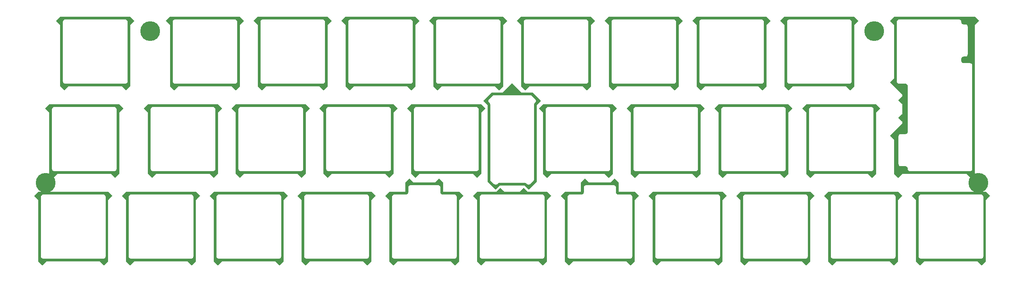
<source format=gbr>
%TF.GenerationSoftware,KiCad,Pcbnew,(7.0.0)*%
%TF.CreationDate,2024-03-02T20:52:53+01:00*%
%TF.ProjectId,kicad_tsuru_plate,6b696361-645f-4747-9375-72755f706c61,rev?*%
%TF.SameCoordinates,Original*%
%TF.FileFunction,Soldermask,Bot*%
%TF.FilePolarity,Negative*%
%FSLAX46Y46*%
G04 Gerber Fmt 4.6, Leading zero omitted, Abs format (unit mm)*
G04 Created by KiCad (PCBNEW (7.0.0)) date 2024-03-02 20:52:53*
%MOMM*%
%LPD*%
G01*
G04 APERTURE LIST*
%ADD10C,4.300000*%
G04 APERTURE END LIST*
D10*
%TO.C,REF\u002A\u002A*%
X36053009Y-91641861D03*
%TD*%
%TO.C,REF\u002A\u002A*%
X238459769Y-91641861D03*
%TD*%
%TO.C,REF\u002A\u002A*%
X215837837Y-58601934D03*
%TD*%
%TO.C,REF\u002A\u002A*%
X58674941Y-58601934D03*
%TD*%
G36*
X72633898Y-93581843D02*
G01*
X72652204Y-93626037D01*
X72652204Y-95347995D01*
X72652134Y-95350945D01*
X72651777Y-95358500D01*
X72651224Y-95364354D01*
X72650370Y-95370356D01*
X72649268Y-95376136D01*
X72648479Y-95379424D01*
X72623445Y-95416112D01*
X72580361Y-95426907D01*
X72540986Y-95406357D01*
X72525204Y-95364840D01*
X72525204Y-95361910D01*
X72516413Y-95340688D01*
X71676427Y-94500702D01*
X71658121Y-94456508D01*
X71676427Y-94412314D01*
X72506898Y-93581843D01*
X72551092Y-93563537D01*
X72589704Y-93563537D01*
X72633898Y-93581843D01*
G37*
G36*
X92449917Y-89585302D02*
G01*
X92468223Y-89629496D01*
X92468223Y-89668108D01*
X92449917Y-89712302D01*
X91619446Y-90542773D01*
X91575252Y-90561079D01*
X91531058Y-90542773D01*
X90691071Y-89702786D01*
X90669850Y-89693996D01*
X90666920Y-89693996D01*
X90625407Y-89678218D01*
X90604854Y-89638850D01*
X90615638Y-89595769D01*
X90652315Y-89570726D01*
X90655602Y-89569936D01*
X90661403Y-89568829D01*
X90667405Y-89567975D01*
X90673268Y-89567421D01*
X90680824Y-89567065D01*
X90683765Y-89566996D01*
X92405723Y-89566996D01*
X92449917Y-89585302D01*
G37*
G36*
X135312525Y-70535254D02*
G01*
X135330831Y-70579448D01*
X135330831Y-70618060D01*
X135312525Y-70662254D01*
X134482054Y-71492725D01*
X134437860Y-71511031D01*
X134393666Y-71492725D01*
X133553679Y-70652738D01*
X133532458Y-70643948D01*
X133529528Y-70643948D01*
X133488015Y-70628170D01*
X133467462Y-70588802D01*
X133478246Y-70545721D01*
X133514923Y-70520678D01*
X133518210Y-70519888D01*
X133524011Y-70518781D01*
X133530013Y-70517927D01*
X133535876Y-70517373D01*
X133543432Y-70517017D01*
X133546373Y-70516948D01*
X135268331Y-70516948D01*
X135312525Y-70535254D01*
G37*
G36*
X197225181Y-89585302D02*
G01*
X197243487Y-89629496D01*
X197243487Y-89668108D01*
X197225181Y-89712302D01*
X196394710Y-90542773D01*
X196350516Y-90561079D01*
X196306322Y-90542773D01*
X195466335Y-89702786D01*
X195445114Y-89693996D01*
X195442184Y-89693996D01*
X195400671Y-89678218D01*
X195380118Y-89638850D01*
X195390902Y-89595769D01*
X195427579Y-89570726D01*
X195430866Y-89569936D01*
X195436667Y-89568829D01*
X195442669Y-89567975D01*
X195448532Y-89567421D01*
X195456088Y-89567065D01*
X195459029Y-89566996D01*
X197180987Y-89566996D01*
X197225181Y-89585302D01*
G37*
G36*
X179087868Y-70517017D02*
G01*
X179095423Y-70517373D01*
X179101285Y-70517927D01*
X179107287Y-70518781D01*
X179113084Y-70519887D01*
X179116372Y-70520677D01*
X179153051Y-70545718D01*
X179163837Y-70588800D01*
X179143285Y-70628169D01*
X179101771Y-70643948D01*
X179098841Y-70643948D01*
X179077619Y-70652738D01*
X178237633Y-71492725D01*
X178193439Y-71511031D01*
X178149245Y-71492725D01*
X177318774Y-70662254D01*
X177300468Y-70618060D01*
X177300468Y-70579448D01*
X177318774Y-70535254D01*
X177362968Y-70516948D01*
X179084926Y-70516948D01*
X179087868Y-70517017D01*
G37*
G36*
X237743145Y-55476771D02*
G01*
X238573616Y-56307242D01*
X238591922Y-56351436D01*
X238573616Y-56395630D01*
X237733629Y-57235616D01*
X237724839Y-57256838D01*
X237724839Y-57259768D01*
X237709060Y-57301282D01*
X237669691Y-57321834D01*
X237626609Y-57311048D01*
X237601568Y-57274369D01*
X237600778Y-57271081D01*
X237599672Y-57265284D01*
X237598818Y-57259282D01*
X237598264Y-57253420D01*
X237597908Y-57245865D01*
X237597839Y-57242923D01*
X237597839Y-55520965D01*
X237616145Y-55476771D01*
X237660339Y-55458465D01*
X237698951Y-55458465D01*
X237743145Y-55476771D01*
G37*
G36*
X52005177Y-74531795D02*
G01*
X52095565Y-74622183D01*
X52113871Y-74666377D01*
X52113871Y-76146543D01*
X52095565Y-76190737D01*
X51995661Y-76290640D01*
X51986871Y-76311862D01*
X51986871Y-89668108D01*
X51968565Y-89712302D01*
X51878177Y-89802690D01*
X51833983Y-89820996D01*
X50353817Y-89820996D01*
X50309623Y-89802690D01*
X50209719Y-89702786D01*
X50188498Y-89693996D01*
X38604737Y-89693996D01*
X38583515Y-89702786D01*
X38483612Y-89802690D01*
X38439418Y-89820996D01*
X36959252Y-89820996D01*
X36915058Y-89802690D01*
X36824670Y-89712302D01*
X36806364Y-89668108D01*
X36806364Y-88606717D01*
X37401684Y-88606717D01*
X37401949Y-88610774D01*
X37418179Y-88734114D01*
X37420278Y-88741950D01*
X37467094Y-88854989D01*
X37471148Y-88862013D01*
X37545624Y-88959079D01*
X37551366Y-88964821D01*
X37648423Y-89039297D01*
X37655458Y-89043359D01*
X37768483Y-89090175D01*
X37776331Y-89092277D01*
X37899654Y-89108488D01*
X37903732Y-89108755D01*
X50899642Y-89108755D01*
X50903712Y-89108488D01*
X51027037Y-89092270D01*
X51034896Y-89090165D01*
X51147928Y-89043360D01*
X51154957Y-89039303D01*
X51252030Y-88964826D01*
X51257768Y-88959088D01*
X51332250Y-88862026D01*
X51336313Y-88854988D01*
X51383125Y-88741967D01*
X51385230Y-88734104D01*
X51401417Y-88610786D01*
X51401684Y-88606710D01*
X51401684Y-75610796D01*
X51401417Y-75606730D01*
X51385194Y-75483392D01*
X51383093Y-75475549D01*
X51336284Y-75362511D01*
X51332222Y-75355475D01*
X51257752Y-75258406D01*
X51252011Y-75252663D01*
X51154953Y-75178177D01*
X51147917Y-75174114D01*
X51034898Y-75127293D01*
X51027033Y-75125188D01*
X50903695Y-75109018D01*
X50899654Y-75108755D01*
X37903731Y-75108755D01*
X37899651Y-75109022D01*
X37776345Y-75125253D01*
X37768485Y-75127359D01*
X37655476Y-75174170D01*
X37648436Y-75178234D01*
X37551390Y-75252705D01*
X37545649Y-75258446D01*
X37471181Y-75355505D01*
X37467121Y-75362541D01*
X37420316Y-75475564D01*
X37418214Y-75483405D01*
X37401951Y-75606725D01*
X37401684Y-75610799D01*
X37401684Y-88606717D01*
X36806364Y-88606717D01*
X36806364Y-76311862D01*
X36797573Y-76290640D01*
X36697670Y-76190737D01*
X36679364Y-76146543D01*
X36679364Y-74666377D01*
X36697670Y-74622183D01*
X36788058Y-74531795D01*
X36832252Y-74513489D01*
X51960983Y-74513489D01*
X52005177Y-74531795D01*
G37*
G36*
X205984234Y-93581843D02*
G01*
X206002540Y-93626037D01*
X206002540Y-95347995D01*
X206002470Y-95350945D01*
X206002113Y-95358500D01*
X206001560Y-95364354D01*
X206000706Y-95370356D01*
X205999604Y-95376136D01*
X205998815Y-95379424D01*
X205973781Y-95416112D01*
X205930697Y-95426907D01*
X205891322Y-95406357D01*
X205875540Y-95364840D01*
X205875540Y-95361910D01*
X205866749Y-95340688D01*
X205026763Y-94500702D01*
X205008457Y-94456508D01*
X205026763Y-94412314D01*
X205857234Y-93581843D01*
X205901428Y-93563537D01*
X205940040Y-93563537D01*
X205984234Y-93581843D01*
G37*
G36*
X202024305Y-93581843D02*
G01*
X202854776Y-94412314D01*
X202873082Y-94456508D01*
X202854776Y-94500702D01*
X202014789Y-95340688D01*
X202005999Y-95361910D01*
X202005999Y-95364840D01*
X201990220Y-95406354D01*
X201950851Y-95426906D01*
X201907769Y-95416120D01*
X201882728Y-95379441D01*
X201881938Y-95376153D01*
X201880832Y-95370356D01*
X201879978Y-95364354D01*
X201879424Y-95358492D01*
X201879068Y-95350937D01*
X201878999Y-95347995D01*
X201878999Y-93626037D01*
X201897305Y-93581843D01*
X201941499Y-93563537D01*
X201980111Y-93563537D01*
X202024305Y-93581843D01*
G37*
G36*
X216311841Y-74531795D02*
G01*
X217142312Y-75362266D01*
X217160618Y-75406460D01*
X217142312Y-75450654D01*
X216302325Y-76290640D01*
X216293535Y-76311862D01*
X216293535Y-76314792D01*
X216277756Y-76356306D01*
X216238387Y-76376858D01*
X216195305Y-76366072D01*
X216170264Y-76329393D01*
X216169474Y-76326105D01*
X216168368Y-76320308D01*
X216167514Y-76314306D01*
X216166960Y-76308444D01*
X216166604Y-76300889D01*
X216166535Y-76297947D01*
X216166535Y-74575989D01*
X216184841Y-74531795D01*
X216229035Y-74513489D01*
X216267647Y-74513489D01*
X216311841Y-74531795D01*
G37*
G36*
X216311841Y-74531795D02*
G01*
X216402229Y-74622183D01*
X216420535Y-74666377D01*
X216420535Y-76146543D01*
X216402229Y-76190737D01*
X216302325Y-76290640D01*
X216293535Y-76311862D01*
X216293535Y-89668108D01*
X216275229Y-89712302D01*
X216184841Y-89802690D01*
X216140647Y-89820996D01*
X214660481Y-89820996D01*
X214616287Y-89802690D01*
X214516383Y-89702786D01*
X214495162Y-89693996D01*
X202911401Y-89693996D01*
X202890179Y-89702786D01*
X202790276Y-89802690D01*
X202746082Y-89820996D01*
X201265916Y-89820996D01*
X201221722Y-89802690D01*
X201131334Y-89712302D01*
X201113028Y-89668108D01*
X201113028Y-88606717D01*
X201707934Y-88606717D01*
X201708199Y-88610774D01*
X201724428Y-88734102D01*
X201726531Y-88741953D01*
X201773340Y-88854968D01*
X201777406Y-88862011D01*
X201851876Y-88959060D01*
X201857622Y-88964805D01*
X201954676Y-89039270D01*
X201961714Y-89043332D01*
X202074735Y-89090137D01*
X202082582Y-89092240D01*
X202205912Y-89108488D01*
X202209976Y-89108755D01*
X215205884Y-89108755D01*
X215209968Y-89108487D01*
X215333303Y-89092279D01*
X215341150Y-89090179D01*
X215454197Y-89043377D01*
X215461231Y-89039318D01*
X215558310Y-88964845D01*
X215564051Y-88959104D01*
X215638541Y-88862041D01*
X215642604Y-88855002D01*
X215689419Y-88741984D01*
X215691528Y-88734103D01*
X215707670Y-88610770D01*
X215707934Y-88606726D01*
X215707934Y-75610799D01*
X215707667Y-75606730D01*
X215691423Y-75483401D01*
X215689323Y-75475567D01*
X215642503Y-75362541D01*
X215638442Y-75355508D01*
X215563969Y-75258452D01*
X215558229Y-75252712D01*
X215461176Y-75178233D01*
X215454144Y-75174172D01*
X215341126Y-75127348D01*
X215333276Y-75125245D01*
X215209956Y-75109021D01*
X215205895Y-75108755D01*
X202209978Y-75108755D01*
X202205904Y-75109022D01*
X202082609Y-75125284D01*
X202074762Y-75127388D01*
X201961768Y-75174215D01*
X201954731Y-75178279D01*
X201857698Y-75252754D01*
X201851959Y-75258494D01*
X201777504Y-75355540D01*
X201773444Y-75362570D01*
X201726630Y-75475591D01*
X201724531Y-75483413D01*
X201708205Y-75606707D01*
X201707934Y-75610820D01*
X201707934Y-88606717D01*
X201113028Y-88606717D01*
X201113028Y-76311862D01*
X201104237Y-76290640D01*
X201004334Y-76190737D01*
X200986028Y-76146543D01*
X200986028Y-74666377D01*
X201004334Y-74622183D01*
X201094722Y-74531795D01*
X201138916Y-74513489D01*
X216267647Y-74513489D01*
X216311841Y-74531795D01*
G37*
G36*
X49623921Y-93581843D02*
G01*
X50454392Y-94412314D01*
X50472698Y-94456508D01*
X50454392Y-94500702D01*
X49614405Y-95340688D01*
X49605615Y-95361910D01*
X49605615Y-95364840D01*
X49589836Y-95406354D01*
X49550467Y-95426906D01*
X49507385Y-95416120D01*
X49482344Y-95379441D01*
X49481554Y-95376153D01*
X49480448Y-95370356D01*
X49479594Y-95364354D01*
X49479040Y-95358492D01*
X49478684Y-95350937D01*
X49478615Y-95347995D01*
X49478615Y-93626037D01*
X49496921Y-93581843D01*
X49541115Y-93563537D01*
X49579727Y-93563537D01*
X49623921Y-93581843D01*
G37*
G36*
X116262477Y-70535254D02*
G01*
X116280783Y-70579448D01*
X116280783Y-70618060D01*
X116262477Y-70662254D01*
X115432006Y-71492725D01*
X115387812Y-71511031D01*
X115343618Y-71492725D01*
X114503631Y-70652738D01*
X114482410Y-70643948D01*
X114479480Y-70643948D01*
X114437967Y-70628170D01*
X114417414Y-70588802D01*
X114428198Y-70545721D01*
X114464875Y-70520678D01*
X114468162Y-70519888D01*
X114473963Y-70518781D01*
X114479965Y-70517927D01*
X114485828Y-70517373D01*
X114493384Y-70517017D01*
X114496325Y-70516948D01*
X116218283Y-70516948D01*
X116262477Y-70535254D01*
G37*
G36*
X139839880Y-92714760D02*
G01*
X140679866Y-93554746D01*
X140701088Y-93563537D01*
X140704018Y-93563537D01*
X140745535Y-93579319D01*
X140766085Y-93618694D01*
X140755290Y-93661778D01*
X140718602Y-93686812D01*
X140715314Y-93687601D01*
X140709534Y-93688703D01*
X140703532Y-93689557D01*
X140697678Y-93690110D01*
X140690123Y-93690467D01*
X140687173Y-93690537D01*
X138904199Y-93690537D01*
X138901249Y-93690467D01*
X138893693Y-93690110D01*
X138887839Y-93689557D01*
X138881837Y-93688703D01*
X138876053Y-93687600D01*
X138872766Y-93686811D01*
X138836080Y-93661775D01*
X138825287Y-93618692D01*
X138845838Y-93579318D01*
X138887354Y-93563537D01*
X138890284Y-93563537D01*
X138911505Y-93554746D01*
X139751492Y-92714760D01*
X139795686Y-92696454D01*
X139839880Y-92714760D01*
G37*
G36*
X192462669Y-70535254D02*
G01*
X192480975Y-70579448D01*
X192480975Y-70618060D01*
X192462669Y-70662254D01*
X191632198Y-71492725D01*
X191588004Y-71511031D01*
X191543810Y-71492725D01*
X190703823Y-70652738D01*
X190682602Y-70643948D01*
X190679672Y-70643948D01*
X190638159Y-70628170D01*
X190617606Y-70588802D01*
X190628390Y-70545721D01*
X190665067Y-70520678D01*
X190668354Y-70519888D01*
X190674155Y-70518781D01*
X190680157Y-70517927D01*
X190686020Y-70517373D01*
X190693576Y-70517017D01*
X190696517Y-70516948D01*
X192418475Y-70516948D01*
X192462669Y-70535254D01*
G37*
G36*
X196459210Y-55481747D02*
G01*
X196477516Y-55525941D01*
X196477516Y-57247899D01*
X196477446Y-57250849D01*
X196477089Y-57258404D01*
X196476536Y-57264258D01*
X196475682Y-57270260D01*
X196474580Y-57276040D01*
X196473791Y-57279328D01*
X196448757Y-57316016D01*
X196405673Y-57326811D01*
X196366298Y-57306261D01*
X196350516Y-57264744D01*
X196350516Y-57261814D01*
X196341725Y-57240592D01*
X195501739Y-56400606D01*
X195483433Y-56356412D01*
X195501739Y-56312218D01*
X196332210Y-55481747D01*
X196376404Y-55463441D01*
X196415016Y-55463441D01*
X196459210Y-55481747D01*
G37*
G36*
X68673969Y-93581843D02*
G01*
X69504440Y-94412314D01*
X69522746Y-94456508D01*
X69504440Y-94500702D01*
X68664453Y-95340688D01*
X68655663Y-95361910D01*
X68655663Y-95364840D01*
X68639884Y-95406354D01*
X68600515Y-95426906D01*
X68557433Y-95416120D01*
X68532392Y-95379441D01*
X68531602Y-95376153D01*
X68530496Y-95370356D01*
X68529642Y-95364354D01*
X68529088Y-95358492D01*
X68528732Y-95350937D01*
X68528663Y-95347995D01*
X68528663Y-93626037D01*
X68546969Y-93581843D01*
X68591163Y-93563537D01*
X68629775Y-93563537D01*
X68673969Y-93581843D01*
G37*
G36*
X92486529Y-74531795D02*
G01*
X92576917Y-74622183D01*
X92595223Y-74666377D01*
X92595223Y-76146543D01*
X92576917Y-76190737D01*
X92477013Y-76290640D01*
X92468223Y-76311862D01*
X92468223Y-89668108D01*
X92449917Y-89712302D01*
X92359529Y-89802690D01*
X92315335Y-89820996D01*
X90835169Y-89820996D01*
X90790975Y-89802690D01*
X90691071Y-89702786D01*
X90669850Y-89693996D01*
X79086089Y-89693996D01*
X79064867Y-89702786D01*
X78964964Y-89802690D01*
X78920770Y-89820996D01*
X77440604Y-89820996D01*
X77396410Y-89802690D01*
X77306022Y-89712302D01*
X77287716Y-89668108D01*
X77287716Y-88606717D01*
X77882934Y-88606717D01*
X77883199Y-88610774D01*
X77899428Y-88734102D01*
X77901531Y-88741953D01*
X77948340Y-88854968D01*
X77952406Y-88862011D01*
X78026876Y-88959060D01*
X78032622Y-88964805D01*
X78129676Y-89039270D01*
X78136714Y-89043332D01*
X78249735Y-89090137D01*
X78257582Y-89092240D01*
X78380912Y-89108488D01*
X78384976Y-89108755D01*
X91380884Y-89108755D01*
X91384968Y-89108487D01*
X91508303Y-89092279D01*
X91516150Y-89090179D01*
X91629197Y-89043377D01*
X91636231Y-89039318D01*
X91733310Y-88964845D01*
X91739051Y-88959104D01*
X91813541Y-88862041D01*
X91817604Y-88855002D01*
X91864419Y-88741984D01*
X91866528Y-88734103D01*
X91882670Y-88610770D01*
X91882934Y-88606726D01*
X91882934Y-75610799D01*
X91882667Y-75606730D01*
X91866423Y-75483401D01*
X91864323Y-75475567D01*
X91817503Y-75362541D01*
X91813442Y-75355508D01*
X91738969Y-75258452D01*
X91733229Y-75252712D01*
X91636176Y-75178233D01*
X91629144Y-75174172D01*
X91516126Y-75127348D01*
X91508276Y-75125245D01*
X91384956Y-75109021D01*
X91380895Y-75108755D01*
X78384978Y-75108755D01*
X78380904Y-75109022D01*
X78257609Y-75125284D01*
X78249762Y-75127388D01*
X78136768Y-75174215D01*
X78129731Y-75178279D01*
X78032698Y-75252754D01*
X78026959Y-75258494D01*
X77952504Y-75355540D01*
X77948444Y-75362570D01*
X77901630Y-75475591D01*
X77899531Y-75483413D01*
X77883205Y-75606707D01*
X77882934Y-75610820D01*
X77882934Y-88606717D01*
X77287716Y-88606717D01*
X77287716Y-76311862D01*
X77278925Y-76290640D01*
X77179022Y-76190737D01*
X77160716Y-76146543D01*
X77160716Y-74666377D01*
X77179022Y-74622183D01*
X77269410Y-74531795D01*
X77313604Y-74513489D01*
X92442335Y-74513489D01*
X92486529Y-74531795D01*
G37*
G36*
X36212508Y-108617113D02*
G01*
X36220063Y-108617469D01*
X36225925Y-108618023D01*
X36231927Y-108618877D01*
X36237724Y-108619983D01*
X36241012Y-108620773D01*
X36277691Y-108645814D01*
X36288477Y-108688896D01*
X36267925Y-108728265D01*
X36226411Y-108744044D01*
X36223481Y-108744044D01*
X36202259Y-108752834D01*
X35362273Y-109592821D01*
X35318079Y-109611127D01*
X35273885Y-109592821D01*
X34443414Y-108762350D01*
X34425108Y-108718156D01*
X34425108Y-108679544D01*
X34443414Y-108635350D01*
X34487608Y-108617044D01*
X36209566Y-108617044D01*
X36212508Y-108617113D01*
G37*
G36*
X169562844Y-108617113D02*
G01*
X169570399Y-108617469D01*
X169576261Y-108618023D01*
X169582263Y-108618877D01*
X169588060Y-108619983D01*
X169591348Y-108620773D01*
X169628027Y-108645814D01*
X169638813Y-108688896D01*
X169618261Y-108728265D01*
X169576747Y-108744044D01*
X169573817Y-108744044D01*
X169552595Y-108752834D01*
X168712609Y-109592821D01*
X168668415Y-109611127D01*
X168624221Y-109592821D01*
X167793750Y-108762350D01*
X167775444Y-108718156D01*
X167775444Y-108679544D01*
X167793750Y-108635350D01*
X167837944Y-108617044D01*
X169559902Y-108617044D01*
X169562844Y-108617113D01*
G37*
G36*
X131462748Y-108617113D02*
G01*
X131470303Y-108617469D01*
X131476165Y-108618023D01*
X131482167Y-108618877D01*
X131487964Y-108619983D01*
X131491252Y-108620773D01*
X131527931Y-108645814D01*
X131538717Y-108688896D01*
X131518165Y-108728265D01*
X131476651Y-108744044D01*
X131473721Y-108744044D01*
X131452499Y-108752834D01*
X130612513Y-109592821D01*
X130568319Y-109611127D01*
X130524125Y-109592821D01*
X129693654Y-108762350D01*
X129675348Y-108718156D01*
X129675348Y-108679544D01*
X129693654Y-108635350D01*
X129737848Y-108617044D01*
X131459806Y-108617044D01*
X131462748Y-108617113D01*
G37*
G36*
X73436481Y-74531795D02*
G01*
X73526869Y-74622183D01*
X73545175Y-74666377D01*
X73545175Y-76146543D01*
X73526869Y-76190737D01*
X73426965Y-76290640D01*
X73418175Y-76311862D01*
X73418175Y-89668108D01*
X73399869Y-89712302D01*
X73309481Y-89802690D01*
X73265287Y-89820996D01*
X71785121Y-89820996D01*
X71740927Y-89802690D01*
X71641023Y-89702786D01*
X71619802Y-89693996D01*
X60036041Y-89693996D01*
X60014819Y-89702786D01*
X59914916Y-89802690D01*
X59870722Y-89820996D01*
X58390556Y-89820996D01*
X58346362Y-89802690D01*
X58255974Y-89712302D01*
X58237668Y-89668108D01*
X58237668Y-88606716D01*
X58832934Y-88606716D01*
X58833200Y-88610777D01*
X58849423Y-88734098D01*
X58851526Y-88741948D01*
X58898349Y-88854966D01*
X58902410Y-88861998D01*
X58976889Y-88959053D01*
X58982629Y-88964792D01*
X59079685Y-89039265D01*
X59086718Y-89043326D01*
X59199738Y-89090142D01*
X59207588Y-89092246D01*
X59330908Y-89108488D01*
X59334978Y-89108755D01*
X72330879Y-89108755D01*
X72334975Y-89108485D01*
X72458284Y-89092192D01*
X72466119Y-89090091D01*
X72579150Y-89043296D01*
X72586184Y-89039237D01*
X72683244Y-88964779D01*
X72688986Y-88959038D01*
X72763461Y-88861994D01*
X72767524Y-88854957D01*
X72814335Y-88741944D01*
X72816438Y-88734098D01*
X72832668Y-88610772D01*
X72832934Y-88606717D01*
X72832934Y-75610812D01*
X72832664Y-75606714D01*
X72816398Y-75483410D01*
X72814297Y-75475574D01*
X72767479Y-75362554D01*
X72763418Y-75355521D01*
X72688950Y-75258470D01*
X72683210Y-75252731D01*
X72586162Y-75178256D01*
X72579130Y-75174195D01*
X72466112Y-75127371D01*
X72458276Y-75125271D01*
X72334971Y-75109023D01*
X72330881Y-75108755D01*
X59334987Y-75108755D01*
X59330895Y-75109023D01*
X59207593Y-75125270D01*
X59199742Y-75127374D01*
X59086731Y-75174188D01*
X59079689Y-75178254D01*
X58982641Y-75252723D01*
X58976901Y-75258462D01*
X58902426Y-75355517D01*
X58898366Y-75362548D01*
X58851546Y-75475565D01*
X58849444Y-75483409D01*
X58833200Y-75606730D01*
X58832934Y-75610799D01*
X58832934Y-88606716D01*
X58237668Y-88606716D01*
X58237668Y-76311862D01*
X58228877Y-76290640D01*
X58128974Y-76190737D01*
X58110668Y-76146543D01*
X58110668Y-74666377D01*
X58128974Y-74622183D01*
X58219362Y-74531795D01*
X58263556Y-74513489D01*
X73392287Y-74513489D01*
X73436481Y-74531795D01*
G37*
G36*
X111536577Y-74531795D02*
G01*
X112367048Y-75362266D01*
X112385354Y-75406460D01*
X112367048Y-75450654D01*
X111527061Y-76290640D01*
X111518271Y-76311862D01*
X111518271Y-76314792D01*
X111502492Y-76356306D01*
X111463123Y-76376858D01*
X111420041Y-76366072D01*
X111395000Y-76329393D01*
X111394210Y-76326105D01*
X111393104Y-76320308D01*
X111392250Y-76314306D01*
X111391696Y-76308444D01*
X111391340Y-76300889D01*
X111391271Y-76297947D01*
X111391271Y-74575989D01*
X111409577Y-74531795D01*
X111453771Y-74513489D01*
X111492383Y-74513489D01*
X111536577Y-74531795D01*
G37*
G36*
X192499281Y-55481747D02*
G01*
X193329752Y-56312218D01*
X193348058Y-56356412D01*
X193329752Y-56400606D01*
X192489765Y-57240592D01*
X192480975Y-57261814D01*
X192480975Y-57264744D01*
X192465196Y-57306258D01*
X192425827Y-57326810D01*
X192382745Y-57316024D01*
X192357704Y-57279345D01*
X192356914Y-57276057D01*
X192355808Y-57270260D01*
X192354954Y-57264258D01*
X192354400Y-57258396D01*
X192354044Y-57250841D01*
X192353975Y-57247899D01*
X192353975Y-55525941D01*
X192372281Y-55481747D01*
X192416475Y-55463441D01*
X192455087Y-55463441D01*
X192499281Y-55481747D01*
G37*
G36*
X167884138Y-93581843D02*
G01*
X167902444Y-93626037D01*
X167902444Y-95347995D01*
X167902374Y-95350945D01*
X167902017Y-95358500D01*
X167901464Y-95364354D01*
X167900610Y-95370356D01*
X167899508Y-95376136D01*
X167898719Y-95379424D01*
X167873685Y-95416112D01*
X167830601Y-95426907D01*
X167791226Y-95406357D01*
X167775444Y-95364840D01*
X167775444Y-95361910D01*
X167766653Y-95340688D01*
X166926667Y-94500702D01*
X166908361Y-94456508D01*
X166926667Y-94412314D01*
X167757138Y-93581843D01*
X167801332Y-93563537D01*
X167839944Y-93563537D01*
X167884138Y-93581843D01*
G37*
G36*
X145750284Y-89567065D02*
G01*
X145757839Y-89567421D01*
X145763701Y-89567975D01*
X145769703Y-89568829D01*
X145775500Y-89569935D01*
X145778788Y-89570725D01*
X145815467Y-89595766D01*
X145826253Y-89638848D01*
X145805701Y-89678217D01*
X145764187Y-89693996D01*
X145761257Y-89693996D01*
X145740035Y-89702786D01*
X144900049Y-90542773D01*
X144855855Y-90561079D01*
X144811661Y-90542773D01*
X143981190Y-89712302D01*
X143962884Y-89668108D01*
X143962884Y-89629496D01*
X143981190Y-89585302D01*
X144025384Y-89566996D01*
X145747342Y-89566996D01*
X145750284Y-89567065D01*
G37*
G36*
X97249041Y-55481747D02*
G01*
X97339429Y-55572135D01*
X97357735Y-55616329D01*
X97357735Y-57096495D01*
X97339429Y-57140689D01*
X97239525Y-57240592D01*
X97230735Y-57261814D01*
X97230735Y-70618060D01*
X97212429Y-70662254D01*
X97122041Y-70752642D01*
X97077847Y-70770948D01*
X95597681Y-70770948D01*
X95553487Y-70752642D01*
X95453583Y-70652738D01*
X95432362Y-70643948D01*
X83848601Y-70643948D01*
X83827379Y-70652738D01*
X83727476Y-70752642D01*
X83683282Y-70770948D01*
X82203116Y-70770948D01*
X82158922Y-70752642D01*
X82068534Y-70662254D01*
X82050228Y-70618060D01*
X82050228Y-69556719D01*
X82645434Y-69556719D01*
X82645699Y-69560777D01*
X82661902Y-69684104D01*
X82664006Y-69691962D01*
X82710817Y-69804981D01*
X82714883Y-69812025D01*
X82789356Y-69909079D01*
X82795102Y-69914824D01*
X82892162Y-69989294D01*
X82899200Y-69993356D01*
X83012225Y-70040162D01*
X83020080Y-70042266D01*
X83143409Y-70058488D01*
X83147475Y-70058755D01*
X96143379Y-70058755D01*
X96147475Y-70058485D01*
X96270784Y-70042192D01*
X96278619Y-70040091D01*
X96391650Y-69993296D01*
X96398684Y-69989237D01*
X96495744Y-69914779D01*
X96501486Y-69909038D01*
X96575961Y-69811994D01*
X96580024Y-69804957D01*
X96626835Y-69691944D01*
X96628938Y-69684098D01*
X96645168Y-69560772D01*
X96645434Y-69556717D01*
X96645434Y-56560812D01*
X96645164Y-56556714D01*
X96628898Y-56433410D01*
X96626797Y-56425574D01*
X96579979Y-56312554D01*
X96575918Y-56305521D01*
X96501450Y-56208470D01*
X96495710Y-56202731D01*
X96398662Y-56128256D01*
X96391630Y-56124195D01*
X96278612Y-56077371D01*
X96270776Y-56075271D01*
X96147471Y-56059023D01*
X96143381Y-56058755D01*
X83147472Y-56058755D01*
X83143412Y-56059020D01*
X83020097Y-56075196D01*
X83012224Y-56077304D01*
X82899221Y-56124135D01*
X82892184Y-56128199D01*
X82795133Y-56202688D01*
X82789394Y-56208428D01*
X82714922Y-56305494D01*
X82710863Y-56312526D01*
X82664045Y-56425558D01*
X82661944Y-56433398D01*
X82645700Y-56556729D01*
X82645434Y-56560799D01*
X82645434Y-69556719D01*
X82050228Y-69556719D01*
X82050228Y-57261814D01*
X82041437Y-57240592D01*
X81941534Y-57140689D01*
X81923228Y-57096495D01*
X81923228Y-55616329D01*
X81941534Y-55572135D01*
X82031922Y-55481747D01*
X82076116Y-55463441D01*
X97204847Y-55463441D01*
X97249041Y-55481747D01*
G37*
G36*
X150512796Y-108617113D02*
G01*
X150520351Y-108617469D01*
X150526213Y-108618023D01*
X150532215Y-108618877D01*
X150538012Y-108619983D01*
X150541300Y-108620773D01*
X150577979Y-108645814D01*
X150588765Y-108688896D01*
X150568213Y-108728265D01*
X150526699Y-108744044D01*
X150523769Y-108744044D01*
X150502547Y-108752834D01*
X149662561Y-109592821D01*
X149618367Y-109611127D01*
X149574173Y-109592821D01*
X148743702Y-108762350D01*
X148725396Y-108718156D01*
X148725396Y-108679544D01*
X148743702Y-108635350D01*
X148787896Y-108617044D01*
X150509854Y-108617044D01*
X150512796Y-108617113D01*
G37*
G36*
X54386433Y-55481747D02*
G01*
X54476821Y-55572135D01*
X54495127Y-55616329D01*
X54495127Y-57096495D01*
X54476821Y-57140689D01*
X54376917Y-57240592D01*
X54368127Y-57261814D01*
X54368127Y-70618060D01*
X54349821Y-70662254D01*
X54259433Y-70752642D01*
X54215239Y-70770948D01*
X52735073Y-70770948D01*
X52690879Y-70752642D01*
X52590975Y-70652738D01*
X52569754Y-70643948D01*
X40985993Y-70643948D01*
X40964771Y-70652738D01*
X40864868Y-70752642D01*
X40820674Y-70770948D01*
X39340508Y-70770948D01*
X39296314Y-70752642D01*
X39205926Y-70662254D01*
X39187620Y-70618060D01*
X39187620Y-69556701D01*
X39782934Y-69556701D01*
X39783202Y-69560794D01*
X39799448Y-69684089D01*
X39801552Y-69691942D01*
X39848372Y-69804953D01*
X39852433Y-69811985D01*
X39926908Y-69909033D01*
X39932647Y-69914773D01*
X40029699Y-69989241D01*
X40036732Y-69993302D01*
X40149752Y-70040119D01*
X40157588Y-70042220D01*
X40280892Y-70058485D01*
X40284991Y-70058755D01*
X53280896Y-70058755D01*
X53284952Y-70058489D01*
X53408282Y-70042259D01*
X53416133Y-70040156D01*
X53529157Y-69993343D01*
X53536185Y-69989285D01*
X53633246Y-69914810D01*
X53638987Y-69909069D01*
X53713463Y-69812005D01*
X53717517Y-69804982D01*
X53764330Y-69691951D01*
X53766433Y-69684102D01*
X53782666Y-69560787D01*
X53782934Y-69556708D01*
X53782934Y-56560796D01*
X53782667Y-56556730D01*
X53766444Y-56433400D01*
X53764342Y-56425551D01*
X53717531Y-56312518D01*
X53713473Y-56305488D01*
X53639001Y-56208425D01*
X53633256Y-56202679D01*
X53536199Y-56128204D01*
X53529164Y-56124142D01*
X53416138Y-56077327D01*
X53408284Y-56075224D01*
X53284970Y-56059022D01*
X53280883Y-56058755D01*
X40284978Y-56058755D01*
X40280908Y-56059021D01*
X40157590Y-56075263D01*
X40149740Y-56077367D01*
X40036727Y-56124182D01*
X40029685Y-56128248D01*
X39932636Y-56202718D01*
X39926896Y-56208457D01*
X39852421Y-56305510D01*
X39848359Y-56312545D01*
X39801541Y-56425561D01*
X39799437Y-56433413D01*
X39783201Y-56556725D01*
X39782934Y-56560800D01*
X39782934Y-69556701D01*
X39187620Y-69556701D01*
X39187620Y-57261814D01*
X39178829Y-57240592D01*
X39078926Y-57140689D01*
X39060620Y-57096495D01*
X39060620Y-55616329D01*
X39078926Y-55572135D01*
X39169314Y-55481747D01*
X39213508Y-55463441D01*
X54342239Y-55463441D01*
X54386433Y-55481747D01*
G37*
G36*
X153894528Y-91451244D02*
G01*
X153994431Y-91551147D01*
X154015653Y-91559938D01*
X158615646Y-91559938D01*
X158636867Y-91551147D01*
X158736771Y-91451244D01*
X158780965Y-91432938D01*
X160261131Y-91432938D01*
X160305325Y-91451244D01*
X160395713Y-91541632D01*
X160414019Y-91585826D01*
X160414019Y-93551106D01*
X160417660Y-93559895D01*
X160426450Y-93563537D01*
X163880015Y-93563537D01*
X163924209Y-93581843D01*
X164014597Y-93672231D01*
X164032903Y-93716425D01*
X164032903Y-95196591D01*
X164014597Y-95240785D01*
X163914693Y-95340688D01*
X163905903Y-95361910D01*
X163905903Y-108718156D01*
X163887597Y-108762350D01*
X163797209Y-108852738D01*
X163753015Y-108871044D01*
X162272849Y-108871044D01*
X162228655Y-108852738D01*
X162128751Y-108752834D01*
X162107530Y-108744044D01*
X150523769Y-108744044D01*
X150502547Y-108752834D01*
X150402644Y-108852738D01*
X150358450Y-108871044D01*
X148878284Y-108871044D01*
X148834090Y-108852738D01*
X148743702Y-108762350D01*
X148725396Y-108718156D01*
X148725396Y-107656717D01*
X149320434Y-107656717D01*
X149320699Y-107660774D01*
X149336928Y-107784102D01*
X149339031Y-107791953D01*
X149385840Y-107904968D01*
X149389906Y-107912011D01*
X149464376Y-108009060D01*
X149470122Y-108014805D01*
X149567176Y-108089270D01*
X149574214Y-108093332D01*
X149687235Y-108140137D01*
X149695082Y-108142240D01*
X149818412Y-108158488D01*
X149822476Y-108158755D01*
X162818384Y-108158755D01*
X162822468Y-108158487D01*
X162945803Y-108142279D01*
X162953650Y-108140179D01*
X163066697Y-108093377D01*
X163073731Y-108089318D01*
X163170810Y-108014845D01*
X163176551Y-108009104D01*
X163251041Y-107912041D01*
X163255104Y-107905002D01*
X163301919Y-107791984D01*
X163304028Y-107784103D01*
X163320170Y-107660770D01*
X163320434Y-107656726D01*
X163320434Y-94660799D01*
X163320167Y-94656730D01*
X163303923Y-94533401D01*
X163301823Y-94525567D01*
X163255003Y-94412541D01*
X163250942Y-94405508D01*
X163176469Y-94308452D01*
X163170729Y-94302712D01*
X163073676Y-94228233D01*
X163066644Y-94224172D01*
X162953626Y-94177348D01*
X162945776Y-94175245D01*
X162822456Y-94159021D01*
X162818395Y-94158755D01*
X160324533Y-94158755D01*
X160316372Y-94158220D01*
X160199181Y-94142785D01*
X160183423Y-94138562D01*
X160078035Y-94094907D01*
X160063907Y-94086750D01*
X159973409Y-94017309D01*
X159961873Y-94005774D01*
X159892426Y-93915277D01*
X159884268Y-93901149D01*
X159840608Y-93795768D01*
X159836383Y-93779997D01*
X159820968Y-93662813D01*
X159820434Y-93654662D01*
X159820434Y-92660799D01*
X159820167Y-92656730D01*
X159803923Y-92533401D01*
X159801823Y-92525567D01*
X159755003Y-92412541D01*
X159750942Y-92405508D01*
X159676469Y-92308452D01*
X159670729Y-92302712D01*
X159573676Y-92228233D01*
X159566644Y-92224172D01*
X159453626Y-92177348D01*
X159445776Y-92175245D01*
X159322456Y-92159021D01*
X159318395Y-92158755D01*
X153322478Y-92158755D01*
X153318404Y-92159022D01*
X153195109Y-92175284D01*
X153187262Y-92177388D01*
X153074268Y-92224215D01*
X153067231Y-92228279D01*
X152970198Y-92302754D01*
X152964459Y-92308494D01*
X152890004Y-92405540D01*
X152885944Y-92412570D01*
X152839130Y-92525591D01*
X152837031Y-92533413D01*
X152820705Y-92656707D01*
X152820434Y-92660820D01*
X152820434Y-93654658D01*
X152819900Y-93662813D01*
X152804477Y-93780001D01*
X152800254Y-93795763D01*
X152756607Y-93901138D01*
X152748446Y-93915273D01*
X152679003Y-94005758D01*
X152667463Y-94017295D01*
X152576965Y-94086720D01*
X152562830Y-94094878D01*
X152457422Y-94138517D01*
X152441702Y-94142731D01*
X152324513Y-94158216D01*
X152316326Y-94158755D01*
X149822478Y-94158755D01*
X149818404Y-94159022D01*
X149695109Y-94175284D01*
X149687262Y-94177388D01*
X149574268Y-94224215D01*
X149567231Y-94228279D01*
X149470198Y-94302754D01*
X149464459Y-94308494D01*
X149390004Y-94405540D01*
X149385944Y-94412570D01*
X149339130Y-94525591D01*
X149337031Y-94533413D01*
X149320705Y-94656707D01*
X149320434Y-94660820D01*
X149320434Y-107656717D01*
X148725396Y-107656717D01*
X148725396Y-95361910D01*
X148716605Y-95340688D01*
X148616702Y-95240785D01*
X148598396Y-95196591D01*
X148598396Y-93716425D01*
X148616702Y-93672231D01*
X148707090Y-93581843D01*
X148751284Y-93563537D01*
X152204849Y-93563537D01*
X152213638Y-93559895D01*
X152217280Y-93551106D01*
X152217280Y-91585826D01*
X152235586Y-91541632D01*
X152325974Y-91451244D01*
X152370168Y-91432938D01*
X153850334Y-91432938D01*
X153894528Y-91451244D01*
G37*
G36*
X159161697Y-74531795D02*
G01*
X159252085Y-74622183D01*
X159270391Y-74666377D01*
X159270391Y-76146543D01*
X159252085Y-76190737D01*
X159152181Y-76290640D01*
X159143391Y-76311862D01*
X159143391Y-89668108D01*
X159125085Y-89712302D01*
X159034697Y-89802690D01*
X158990503Y-89820996D01*
X157510337Y-89820996D01*
X157466143Y-89802690D01*
X157366239Y-89702786D01*
X157345018Y-89693996D01*
X145761257Y-89693996D01*
X145740035Y-89702786D01*
X145640132Y-89802690D01*
X145595938Y-89820996D01*
X144115772Y-89820996D01*
X144071578Y-89802690D01*
X143981190Y-89712302D01*
X143962884Y-89668108D01*
X143962884Y-88606719D01*
X144557934Y-88606719D01*
X144558199Y-88610777D01*
X144574402Y-88734104D01*
X144576506Y-88741962D01*
X144623317Y-88854981D01*
X144627383Y-88862025D01*
X144701856Y-88959079D01*
X144707602Y-88964824D01*
X144804662Y-89039294D01*
X144811700Y-89043356D01*
X144924725Y-89090162D01*
X144932580Y-89092266D01*
X145055909Y-89108488D01*
X145059975Y-89108755D01*
X158055879Y-89108755D01*
X158059975Y-89108485D01*
X158183284Y-89092192D01*
X158191119Y-89090091D01*
X158304150Y-89043296D01*
X158311184Y-89039237D01*
X158408244Y-88964779D01*
X158413986Y-88959038D01*
X158488461Y-88861994D01*
X158492524Y-88854957D01*
X158539335Y-88741944D01*
X158541438Y-88734098D01*
X158557668Y-88610772D01*
X158557934Y-88606717D01*
X158557934Y-75610812D01*
X158557664Y-75606714D01*
X158541398Y-75483410D01*
X158539297Y-75475574D01*
X158492479Y-75362554D01*
X158488418Y-75355521D01*
X158413950Y-75258470D01*
X158408210Y-75252731D01*
X158311162Y-75178256D01*
X158304130Y-75174195D01*
X158191112Y-75127371D01*
X158183276Y-75125271D01*
X158059971Y-75109023D01*
X158055881Y-75108755D01*
X145059972Y-75108755D01*
X145055912Y-75109020D01*
X144932597Y-75125196D01*
X144924724Y-75127304D01*
X144811721Y-75174135D01*
X144804684Y-75178199D01*
X144707633Y-75252688D01*
X144701894Y-75258428D01*
X144627422Y-75355494D01*
X144623363Y-75362526D01*
X144576545Y-75475558D01*
X144574444Y-75483398D01*
X144558200Y-75606729D01*
X144557934Y-75610799D01*
X144557934Y-88606719D01*
X143962884Y-88606719D01*
X143962884Y-76311862D01*
X143954093Y-76290640D01*
X143854190Y-76190737D01*
X143835884Y-76146543D01*
X143835884Y-74666377D01*
X143854190Y-74622183D01*
X143944578Y-74531795D01*
X143988772Y-74513489D01*
X159117503Y-74513489D01*
X159161697Y-74531795D01*
G37*
G36*
X87724017Y-93581843D02*
G01*
X87814405Y-93672231D01*
X87832711Y-93716425D01*
X87832711Y-95196591D01*
X87814405Y-95240785D01*
X87714501Y-95340688D01*
X87705711Y-95361910D01*
X87705711Y-108718156D01*
X87687405Y-108762350D01*
X87597017Y-108852738D01*
X87552823Y-108871044D01*
X86072657Y-108871044D01*
X86028463Y-108852738D01*
X85928559Y-108752834D01*
X85907338Y-108744044D01*
X74323577Y-108744044D01*
X74302355Y-108752834D01*
X74202452Y-108852738D01*
X74158258Y-108871044D01*
X72678092Y-108871044D01*
X72633898Y-108852738D01*
X72543510Y-108762350D01*
X72525204Y-108718156D01*
X72525204Y-107656719D01*
X73120434Y-107656719D01*
X73120699Y-107660777D01*
X73136902Y-107784104D01*
X73139006Y-107791962D01*
X73185817Y-107904981D01*
X73189883Y-107912025D01*
X73264356Y-108009079D01*
X73270102Y-108014824D01*
X73367162Y-108089294D01*
X73374200Y-108093356D01*
X73487225Y-108140162D01*
X73495080Y-108142266D01*
X73618409Y-108158488D01*
X73622475Y-108158755D01*
X86618379Y-108158755D01*
X86622475Y-108158485D01*
X86745784Y-108142192D01*
X86753619Y-108140091D01*
X86866650Y-108093296D01*
X86873684Y-108089237D01*
X86970744Y-108014779D01*
X86976486Y-108009038D01*
X87050961Y-107911994D01*
X87055024Y-107904957D01*
X87101835Y-107791944D01*
X87103938Y-107784098D01*
X87120168Y-107660772D01*
X87120434Y-107656717D01*
X87120434Y-94660812D01*
X87120164Y-94656714D01*
X87103898Y-94533410D01*
X87101797Y-94525574D01*
X87054979Y-94412554D01*
X87050918Y-94405521D01*
X86976450Y-94308470D01*
X86970710Y-94302731D01*
X86873662Y-94228256D01*
X86866630Y-94224195D01*
X86753612Y-94177371D01*
X86745776Y-94175271D01*
X86622471Y-94159023D01*
X86618381Y-94158755D01*
X73622472Y-94158755D01*
X73618412Y-94159020D01*
X73495097Y-94175196D01*
X73487224Y-94177304D01*
X73374221Y-94224135D01*
X73367184Y-94228199D01*
X73270133Y-94302688D01*
X73264394Y-94308428D01*
X73189922Y-94405494D01*
X73185863Y-94412526D01*
X73139045Y-94525558D01*
X73136944Y-94533398D01*
X73120700Y-94656729D01*
X73120434Y-94660799D01*
X73120434Y-107656719D01*
X72525204Y-107656719D01*
X72525204Y-95361910D01*
X72516413Y-95340688D01*
X72416510Y-95240785D01*
X72398204Y-95196591D01*
X72398204Y-93716425D01*
X72416510Y-93672231D01*
X72506898Y-93581843D01*
X72551092Y-93563537D01*
X87679823Y-93563537D01*
X87724017Y-93581843D01*
G37*
G36*
X154362573Y-70535254D02*
G01*
X154380879Y-70579448D01*
X154380879Y-70618060D01*
X154362573Y-70662254D01*
X153532102Y-71492725D01*
X153487908Y-71511031D01*
X153443714Y-71492725D01*
X152603727Y-70652738D01*
X152582506Y-70643948D01*
X152579576Y-70643948D01*
X152538063Y-70628170D01*
X152517510Y-70588802D01*
X152528294Y-70545721D01*
X152564971Y-70520678D01*
X152568258Y-70519888D01*
X152574059Y-70518781D01*
X152580061Y-70517927D01*
X152585924Y-70517373D01*
X152593480Y-70517017D01*
X152596421Y-70516948D01*
X154318379Y-70516948D01*
X154362573Y-70535254D01*
G37*
G36*
X240124401Y-93581843D02*
G01*
X240954872Y-94412314D01*
X240973178Y-94456508D01*
X240954872Y-94500702D01*
X240114885Y-95340688D01*
X240106095Y-95361910D01*
X240106095Y-95364840D01*
X240090316Y-95406354D01*
X240050947Y-95426906D01*
X240007865Y-95416120D01*
X239982824Y-95379441D01*
X239982034Y-95376153D01*
X239980928Y-95370356D01*
X239980074Y-95364354D01*
X239979520Y-95358492D01*
X239979164Y-95350937D01*
X239979095Y-95347995D01*
X239979095Y-93626037D01*
X239997401Y-93581843D01*
X240041595Y-93563537D01*
X240080207Y-93563537D01*
X240124401Y-93581843D01*
G37*
G36*
X160037820Y-70517017D02*
G01*
X160045375Y-70517373D01*
X160051237Y-70517927D01*
X160057239Y-70518781D01*
X160063036Y-70519887D01*
X160066324Y-70520677D01*
X160103003Y-70545718D01*
X160113789Y-70588800D01*
X160093237Y-70628169D01*
X160051723Y-70643948D01*
X160048793Y-70643948D01*
X160027571Y-70652738D01*
X159187585Y-71492725D01*
X159143391Y-71511031D01*
X159099197Y-71492725D01*
X158268726Y-70662254D01*
X158250420Y-70618060D01*
X158250420Y-70579448D01*
X158268726Y-70535254D01*
X158312920Y-70516948D01*
X160034878Y-70516948D01*
X160037820Y-70517017D01*
G37*
G36*
X115496506Y-74531795D02*
G01*
X115514812Y-74575989D01*
X115514812Y-76297947D01*
X115514742Y-76300897D01*
X115514385Y-76308452D01*
X115513832Y-76314306D01*
X115512978Y-76320308D01*
X115511876Y-76326088D01*
X115511087Y-76329376D01*
X115486053Y-76366064D01*
X115442969Y-76376859D01*
X115403594Y-76356309D01*
X115387812Y-76314792D01*
X115387812Y-76311862D01*
X115379021Y-76290640D01*
X114539035Y-75450654D01*
X114520729Y-75406460D01*
X114539035Y-75362266D01*
X115369506Y-74531795D01*
X115413700Y-74513489D01*
X115452312Y-74513489D01*
X115496506Y-74531795D01*
G37*
G36*
X178211745Y-74531795D02*
G01*
X178302133Y-74622183D01*
X178320439Y-74666377D01*
X178320439Y-76146543D01*
X178302133Y-76190737D01*
X178202229Y-76290640D01*
X178193439Y-76311862D01*
X178193439Y-89668108D01*
X178175133Y-89712302D01*
X178084745Y-89802690D01*
X178040551Y-89820996D01*
X176560385Y-89820996D01*
X176516191Y-89802690D01*
X176416287Y-89702786D01*
X176395066Y-89693996D01*
X164811305Y-89693996D01*
X164790083Y-89702786D01*
X164690180Y-89802690D01*
X164645986Y-89820996D01*
X163165820Y-89820996D01*
X163121626Y-89802690D01*
X163031238Y-89712302D01*
X163012932Y-89668108D01*
X163012932Y-88606719D01*
X163607934Y-88606719D01*
X163608199Y-88610777D01*
X163624402Y-88734104D01*
X163626506Y-88741962D01*
X163673317Y-88854981D01*
X163677383Y-88862025D01*
X163751856Y-88959079D01*
X163757602Y-88964824D01*
X163854662Y-89039294D01*
X163861700Y-89043356D01*
X163974725Y-89090162D01*
X163982580Y-89092266D01*
X164105909Y-89108488D01*
X164109975Y-89108755D01*
X177105879Y-89108755D01*
X177109975Y-89108485D01*
X177233284Y-89092192D01*
X177241119Y-89090091D01*
X177354150Y-89043296D01*
X177361184Y-89039237D01*
X177458244Y-88964779D01*
X177463986Y-88959038D01*
X177538461Y-88861994D01*
X177542524Y-88854957D01*
X177589335Y-88741944D01*
X177591438Y-88734098D01*
X177607668Y-88610772D01*
X177607934Y-88606717D01*
X177607934Y-75610812D01*
X177607664Y-75606714D01*
X177591398Y-75483410D01*
X177589297Y-75475574D01*
X177542479Y-75362554D01*
X177538418Y-75355521D01*
X177463950Y-75258470D01*
X177458210Y-75252731D01*
X177361162Y-75178256D01*
X177354130Y-75174195D01*
X177241112Y-75127371D01*
X177233276Y-75125271D01*
X177109971Y-75109023D01*
X177105881Y-75108755D01*
X164109972Y-75108755D01*
X164105912Y-75109020D01*
X163982597Y-75125196D01*
X163974724Y-75127304D01*
X163861721Y-75174135D01*
X163854684Y-75178199D01*
X163757633Y-75252688D01*
X163751894Y-75258428D01*
X163677422Y-75355494D01*
X163673363Y-75362526D01*
X163626545Y-75475558D01*
X163624444Y-75483398D01*
X163608200Y-75606729D01*
X163607934Y-75610799D01*
X163607934Y-88606719D01*
X163012932Y-88606719D01*
X163012932Y-76311862D01*
X163004141Y-76290640D01*
X162904238Y-76190737D01*
X162885932Y-76146543D01*
X162885932Y-74666377D01*
X162904238Y-74622183D01*
X162994626Y-74531795D01*
X163038820Y-74513489D01*
X178167551Y-74513489D01*
X178211745Y-74531795D01*
G37*
G36*
X159565242Y-90711161D02*
G01*
X160395713Y-91541632D01*
X160414019Y-91585826D01*
X160414019Y-91624438D01*
X160395713Y-91668632D01*
X160351519Y-91686938D01*
X158629561Y-91686938D01*
X158626611Y-91686868D01*
X158619055Y-91686511D01*
X158613201Y-91685958D01*
X158607199Y-91685104D01*
X158601415Y-91684001D01*
X158598128Y-91683212D01*
X158561442Y-91658176D01*
X158550649Y-91615093D01*
X158571200Y-91575719D01*
X158612716Y-91559938D01*
X158615646Y-91559938D01*
X158636867Y-91551147D01*
X159476854Y-90711161D01*
X159521048Y-90692855D01*
X159565242Y-90711161D01*
G37*
G36*
X129784042Y-93581843D02*
G01*
X129802348Y-93626037D01*
X129802348Y-95347995D01*
X129802278Y-95350945D01*
X129801921Y-95358500D01*
X129801368Y-95364354D01*
X129800514Y-95370356D01*
X129799412Y-95376136D01*
X129798623Y-95379424D01*
X129773589Y-95416112D01*
X129730505Y-95426907D01*
X129691130Y-95406357D01*
X129675348Y-95364840D01*
X129675348Y-95361910D01*
X129666557Y-95340688D01*
X128826571Y-94500702D01*
X128808265Y-94456508D01*
X128826571Y-94412314D01*
X129657042Y-93581843D01*
X129701236Y-93563537D01*
X129739848Y-93563537D01*
X129784042Y-93581843D01*
G37*
G36*
X79075116Y-89567065D02*
G01*
X79082671Y-89567421D01*
X79088533Y-89567975D01*
X79094535Y-89568829D01*
X79100332Y-89569935D01*
X79103620Y-89570725D01*
X79140299Y-89595766D01*
X79151085Y-89638848D01*
X79130533Y-89678217D01*
X79089019Y-89693996D01*
X79086089Y-89693996D01*
X79064867Y-89702786D01*
X78224881Y-90542773D01*
X78180687Y-90561079D01*
X78136493Y-90542773D01*
X77306022Y-89712302D01*
X77287716Y-89668108D01*
X77287716Y-89629496D01*
X77306022Y-89585302D01*
X77350216Y-89566996D01*
X79072174Y-89566996D01*
X79075116Y-89567065D01*
G37*
G36*
X92486529Y-74531795D02*
G01*
X93317000Y-75362266D01*
X93335306Y-75406460D01*
X93317000Y-75450654D01*
X92477013Y-76290640D01*
X92468223Y-76311862D01*
X92468223Y-76314792D01*
X92452444Y-76356306D01*
X92413075Y-76376858D01*
X92369993Y-76366072D01*
X92344952Y-76329393D01*
X92344162Y-76326105D01*
X92343056Y-76320308D01*
X92342202Y-76314306D01*
X92341648Y-76308444D01*
X92341292Y-76300889D01*
X92341223Y-76297947D01*
X92341223Y-74575989D01*
X92359529Y-74531795D01*
X92403723Y-74513489D01*
X92442335Y-74513489D01*
X92486529Y-74531795D01*
G37*
G36*
X237706533Y-89585302D02*
G01*
X237724839Y-89629496D01*
X237724839Y-89668108D01*
X237706533Y-89712302D01*
X236876062Y-90542773D01*
X236831868Y-90561079D01*
X236787674Y-90542773D01*
X235947687Y-89702786D01*
X235926466Y-89693996D01*
X235923536Y-89693996D01*
X235882023Y-89678218D01*
X235861470Y-89638850D01*
X235872254Y-89595769D01*
X235908931Y-89570726D01*
X235912218Y-89569936D01*
X235918019Y-89568829D01*
X235924021Y-89567975D01*
X235929884Y-89567421D01*
X235937440Y-89567065D01*
X235940381Y-89566996D01*
X237662339Y-89566996D01*
X237706533Y-89585302D01*
G37*
G36*
X102887676Y-70517017D02*
G01*
X102895231Y-70517373D01*
X102901093Y-70517927D01*
X102907095Y-70518781D01*
X102912892Y-70519887D01*
X102916180Y-70520677D01*
X102952859Y-70545718D01*
X102963645Y-70588800D01*
X102943093Y-70628169D01*
X102901579Y-70643948D01*
X102898649Y-70643948D01*
X102877427Y-70652738D01*
X102037441Y-71492725D01*
X101993247Y-71511031D01*
X101949053Y-71492725D01*
X101118582Y-70662254D01*
X101100276Y-70618060D01*
X101100276Y-70579448D01*
X101118582Y-70535254D01*
X101162776Y-70516948D01*
X102884734Y-70516948D01*
X102887676Y-70517017D01*
G37*
G36*
X225034282Y-93581843D02*
G01*
X225052588Y-93626037D01*
X225052588Y-95347995D01*
X225052518Y-95350945D01*
X225052161Y-95358500D01*
X225051608Y-95364354D01*
X225050754Y-95370356D01*
X225049652Y-95376136D01*
X225048863Y-95379424D01*
X225023829Y-95416112D01*
X224980745Y-95426907D01*
X224941370Y-95406357D01*
X224925588Y-95364840D01*
X224925588Y-95361910D01*
X224916797Y-95340688D01*
X224076811Y-94500702D01*
X224058505Y-94456508D01*
X224076811Y-94412314D01*
X224907282Y-93581843D01*
X224951476Y-93563537D01*
X224990088Y-93563537D01*
X225034282Y-93581843D01*
G37*
G36*
X54386433Y-55481747D02*
G01*
X55216904Y-56312218D01*
X55235210Y-56356412D01*
X55216904Y-56400606D01*
X54376917Y-57240592D01*
X54368127Y-57261814D01*
X54368127Y-57264744D01*
X54352348Y-57306258D01*
X54312979Y-57326810D01*
X54269897Y-57316024D01*
X54244856Y-57279345D01*
X54244066Y-57276057D01*
X54242960Y-57270260D01*
X54242106Y-57264258D01*
X54241552Y-57258396D01*
X54241196Y-57250841D01*
X54241127Y-57247899D01*
X54241127Y-55525941D01*
X54259433Y-55481747D01*
X54303627Y-55463441D01*
X54342239Y-55463441D01*
X54386433Y-55481747D01*
G37*
G36*
X115054349Y-90711161D02*
G01*
X115894335Y-91551147D01*
X115915557Y-91559938D01*
X115918487Y-91559938D01*
X115960004Y-91575720D01*
X115980554Y-91615095D01*
X115969759Y-91658179D01*
X115933071Y-91683213D01*
X115929783Y-91684002D01*
X115924003Y-91685104D01*
X115918001Y-91685958D01*
X115912147Y-91686511D01*
X115904592Y-91686868D01*
X115901642Y-91686938D01*
X114179684Y-91686938D01*
X114135490Y-91668632D01*
X114117184Y-91624438D01*
X114117184Y-91585826D01*
X114135490Y-91541632D01*
X114965961Y-90711161D01*
X115010155Y-90692855D01*
X115054349Y-90711161D01*
G37*
G36*
X97212429Y-70535254D02*
G01*
X97230735Y-70579448D01*
X97230735Y-70618060D01*
X97212429Y-70662254D01*
X96381958Y-71492725D01*
X96337764Y-71511031D01*
X96293570Y-71492725D01*
X95453583Y-70652738D01*
X95432362Y-70643948D01*
X95429432Y-70643948D01*
X95387919Y-70628170D01*
X95367366Y-70588802D01*
X95378150Y-70545721D01*
X95414827Y-70520678D01*
X95418114Y-70519888D01*
X95423915Y-70518781D01*
X95429917Y-70517927D01*
X95435780Y-70517373D01*
X95443336Y-70517017D01*
X95446277Y-70516948D01*
X97168235Y-70516948D01*
X97212429Y-70535254D01*
G37*
G36*
X93362652Y-108617113D02*
G01*
X93370207Y-108617469D01*
X93376069Y-108618023D01*
X93382071Y-108618877D01*
X93387868Y-108619983D01*
X93391156Y-108620773D01*
X93427835Y-108645814D01*
X93438621Y-108688896D01*
X93418069Y-108728265D01*
X93376555Y-108744044D01*
X93373625Y-108744044D01*
X93352403Y-108752834D01*
X92512417Y-109592821D01*
X92468223Y-109611127D01*
X92424029Y-109592821D01*
X91593558Y-108762350D01*
X91575252Y-108718156D01*
X91575252Y-108679544D01*
X91593558Y-108635350D01*
X91637752Y-108617044D01*
X93359710Y-108617044D01*
X93362652Y-108617113D01*
G37*
G36*
X159161697Y-74531795D02*
G01*
X159992168Y-75362266D01*
X160010474Y-75406460D01*
X159992168Y-75450654D01*
X159152181Y-76290640D01*
X159143391Y-76311862D01*
X159143391Y-76314792D01*
X159127612Y-76356306D01*
X159088243Y-76376858D01*
X159045161Y-76366072D01*
X159020120Y-76329393D01*
X159019330Y-76326105D01*
X159018224Y-76320308D01*
X159017370Y-76314306D01*
X159016816Y-76308444D01*
X159016460Y-76300889D01*
X159016391Y-76297947D01*
X159016391Y-74575989D01*
X159034697Y-74531795D01*
X159078891Y-74513489D01*
X159117503Y-74513489D01*
X159161697Y-74531795D01*
G37*
G36*
X87687405Y-108635350D02*
G01*
X87705711Y-108679544D01*
X87705711Y-108718156D01*
X87687405Y-108762350D01*
X86856934Y-109592821D01*
X86812740Y-109611127D01*
X86768546Y-109592821D01*
X85928559Y-108752834D01*
X85907338Y-108744044D01*
X85904408Y-108744044D01*
X85862895Y-108728266D01*
X85842342Y-108688898D01*
X85853126Y-108645817D01*
X85889803Y-108620774D01*
X85893090Y-108619984D01*
X85898891Y-108618877D01*
X85904893Y-108618023D01*
X85910756Y-108617469D01*
X85918312Y-108617113D01*
X85921253Y-108617044D01*
X87643211Y-108617044D01*
X87687405Y-108635350D01*
G37*
G36*
X125787501Y-108635350D02*
G01*
X125805807Y-108679544D01*
X125805807Y-108718156D01*
X125787501Y-108762350D01*
X124957030Y-109592821D01*
X124912836Y-109611127D01*
X124868642Y-109592821D01*
X124028655Y-108752834D01*
X124007434Y-108744044D01*
X124004504Y-108744044D01*
X123962991Y-108728266D01*
X123942438Y-108688898D01*
X123953222Y-108645817D01*
X123989899Y-108620774D01*
X123993186Y-108619984D01*
X123998987Y-108618877D01*
X124004989Y-108618023D01*
X124010852Y-108617469D01*
X124018408Y-108617113D01*
X124021349Y-108617044D01*
X125743307Y-108617044D01*
X125787501Y-108635350D01*
G37*
G36*
X106774065Y-93581843D02*
G01*
X107604536Y-94412314D01*
X107622842Y-94456508D01*
X107604536Y-94500702D01*
X106764549Y-95340688D01*
X106755759Y-95361910D01*
X106755759Y-95364840D01*
X106739980Y-95406354D01*
X106700611Y-95426906D01*
X106657529Y-95416120D01*
X106632488Y-95379441D01*
X106631698Y-95376153D01*
X106630592Y-95370356D01*
X106629738Y-95364354D01*
X106629184Y-95358492D01*
X106628828Y-95350937D01*
X106628759Y-95347995D01*
X106628759Y-93626037D01*
X106647065Y-93581843D01*
X106691259Y-93563537D01*
X106729871Y-93563537D01*
X106774065Y-93581843D01*
G37*
G36*
X221074353Y-93581843D02*
G01*
X221904824Y-94412314D01*
X221923130Y-94456508D01*
X221904824Y-94500702D01*
X221064837Y-95340688D01*
X221056047Y-95361910D01*
X221056047Y-95364840D01*
X221040268Y-95406354D01*
X221000899Y-95426906D01*
X220957817Y-95416120D01*
X220932776Y-95379441D01*
X220931986Y-95376153D01*
X220930880Y-95370356D01*
X220930026Y-95364354D01*
X220929472Y-95358492D01*
X220929116Y-95350937D01*
X220929047Y-95347995D01*
X220929047Y-93626037D01*
X220947353Y-93581843D01*
X220991547Y-93563537D01*
X221030159Y-93563537D01*
X221074353Y-93581843D01*
G37*
G36*
X221930722Y-72834251D02*
G01*
X221949018Y-72878435D01*
X221949018Y-74362601D01*
X221930712Y-74406795D01*
X221886518Y-74425101D01*
X221842324Y-74406795D01*
X221841580Y-74406051D01*
X221823274Y-74361857D01*
X221823274Y-73325642D01*
X221822027Y-73319316D01*
X221823266Y-72879010D01*
X221841601Y-72834962D01*
X221842353Y-72834211D01*
X221886546Y-72815935D01*
X221930722Y-72834251D01*
G37*
G36*
X237743145Y-55476771D02*
G01*
X237833533Y-55567159D01*
X237851839Y-55611353D01*
X237851839Y-57091519D01*
X237833533Y-57135713D01*
X237733629Y-57235616D01*
X237724839Y-57256838D01*
X237724839Y-89668108D01*
X237706533Y-89712302D01*
X237616145Y-89802690D01*
X237571951Y-89820996D01*
X236091785Y-89820996D01*
X236047591Y-89802690D01*
X235947687Y-89702786D01*
X235926466Y-89693996D01*
X221962705Y-89693996D01*
X221941483Y-89702786D01*
X221841580Y-89802690D01*
X221797386Y-89820996D01*
X220317220Y-89820996D01*
X220273026Y-89802690D01*
X220182638Y-89712302D01*
X220164332Y-89668108D01*
X220164332Y-82263746D01*
X220155541Y-82242524D01*
X220055638Y-82142621D01*
X220037332Y-82098427D01*
X220037332Y-80618261D01*
X220055638Y-80574067D01*
X220164332Y-80465373D01*
X221053014Y-79576690D01*
X221060585Y-79571631D01*
X221941483Y-78690733D01*
X221950274Y-78669512D01*
X221950274Y-72876376D01*
X221951512Y-72436065D01*
X221950390Y-72430360D01*
X221947162Y-72425522D01*
X221060585Y-71538945D01*
X221053014Y-71533886D01*
X220055638Y-70536510D01*
X220037332Y-70492316D01*
X220037332Y-69556719D01*
X220757934Y-69556719D01*
X220758199Y-69560777D01*
X220774402Y-69684104D01*
X220776506Y-69691962D01*
X220823317Y-69804981D01*
X220827383Y-69812025D01*
X220901856Y-69909079D01*
X220907602Y-69914824D01*
X221004662Y-69989294D01*
X221011700Y-69993356D01*
X221124725Y-70040162D01*
X221132580Y-70042266D01*
X221255909Y-70058488D01*
X221259975Y-70058755D01*
X222635103Y-70058755D01*
X222643227Y-70059285D01*
X222760427Y-70074650D01*
X222776223Y-70078879D01*
X222881599Y-70122533D01*
X222895730Y-70130692D01*
X222986232Y-70200147D01*
X222997769Y-70211686D01*
X223067207Y-70302196D01*
X223075364Y-70316327D01*
X223119012Y-70421730D01*
X223123233Y-70437491D01*
X223138650Y-70554695D01*
X223139184Y-70562846D01*
X223139184Y-80517667D01*
X223138651Y-80525811D01*
X223123249Y-80642998D01*
X223119022Y-80658777D01*
X223075363Y-80764153D01*
X223067206Y-80778280D01*
X222997757Y-80868778D01*
X222986220Y-80880314D01*
X222895717Y-80949754D01*
X222881589Y-80957910D01*
X222776194Y-81001566D01*
X222760435Y-81005789D01*
X222643247Y-81021220D01*
X222635088Y-81021755D01*
X221641228Y-81021755D01*
X221637156Y-81022021D01*
X221513834Y-81038212D01*
X221505974Y-81040317D01*
X221392955Y-81087132D01*
X221385915Y-81091196D01*
X221288859Y-81165675D01*
X221283118Y-81171416D01*
X221208644Y-81268483D01*
X221204584Y-81275519D01*
X221157777Y-81388545D01*
X221155673Y-81396400D01*
X221139450Y-81519730D01*
X221139184Y-81523796D01*
X221139184Y-87519713D01*
X221139449Y-87523778D01*
X221155645Y-87647094D01*
X221157750Y-87654949D01*
X221204586Y-87767958D01*
X221208650Y-87774993D01*
X221283134Y-87872040D01*
X221288875Y-87877780D01*
X221385934Y-87952250D01*
X221392972Y-87956313D01*
X221505987Y-88003131D01*
X221513838Y-88005236D01*
X221637147Y-88021486D01*
X221641236Y-88021755D01*
X222635103Y-88021755D01*
X222643227Y-88022285D01*
X222760427Y-88037650D01*
X222776223Y-88041879D01*
X222881599Y-88085533D01*
X222895730Y-88093692D01*
X222986232Y-88163147D01*
X222997769Y-88174686D01*
X223067207Y-88265196D01*
X223075364Y-88279327D01*
X223119012Y-88384730D01*
X223123233Y-88400491D01*
X223138650Y-88517695D01*
X223139184Y-88525846D01*
X223139184Y-88606713D01*
X223139449Y-88610778D01*
X223155645Y-88734094D01*
X223157750Y-88741949D01*
X223204586Y-88854958D01*
X223208650Y-88861993D01*
X223283134Y-88959040D01*
X223288875Y-88964780D01*
X223385934Y-89039250D01*
X223392972Y-89043313D01*
X223505987Y-89090131D01*
X223513838Y-89092236D01*
X223637147Y-89108486D01*
X223641236Y-89108755D01*
X236637134Y-89108755D01*
X236641214Y-89108487D01*
X236764536Y-89092229D01*
X236772377Y-89090127D01*
X236885406Y-89043323D01*
X236892438Y-89039263D01*
X236989496Y-88964799D01*
X236995241Y-88959054D01*
X237069712Y-88862004D01*
X237073774Y-88854969D01*
X237120587Y-88741948D01*
X237122689Y-88734102D01*
X237138918Y-88610774D01*
X237139184Y-88606717D01*
X237139184Y-66085811D01*
X237138915Y-66081718D01*
X237122640Y-65958394D01*
X237120541Y-65950563D01*
X237073748Y-65837528D01*
X237069688Y-65830493D01*
X236995227Y-65733431D01*
X236989482Y-65727687D01*
X236892434Y-65653213D01*
X236885402Y-65649153D01*
X236772374Y-65602341D01*
X236764534Y-65600242D01*
X236641209Y-65584021D01*
X236637143Y-65583755D01*
X235262037Y-65583755D01*
X235253863Y-65583218D01*
X235136682Y-65567760D01*
X235120937Y-65563539D01*
X235015549Y-65519883D01*
X235001421Y-65511726D01*
X234910927Y-65442289D01*
X234899391Y-65430754D01*
X234829949Y-65340264D01*
X234821791Y-65326136D01*
X234778131Y-65220754D01*
X234773908Y-65204996D01*
X234758470Y-65087823D01*
X234757934Y-65079659D01*
X234757934Y-64649867D01*
X234758474Y-64641672D01*
X234773972Y-64524490D01*
X234778187Y-64508774D01*
X234821832Y-64403372D01*
X234829989Y-64389240D01*
X234899414Y-64298745D01*
X234910950Y-64287207D01*
X235001431Y-64217765D01*
X235015561Y-64209605D01*
X235120935Y-64165949D01*
X235136695Y-64161725D01*
X235253873Y-64146290D01*
X235262035Y-64145755D01*
X235637134Y-64145755D01*
X235641214Y-64145487D01*
X235764536Y-64129229D01*
X235772377Y-64127127D01*
X235885406Y-64080323D01*
X235892438Y-64076263D01*
X235989496Y-64001799D01*
X235995241Y-63996054D01*
X236069712Y-63899004D01*
X236073774Y-63891969D01*
X236120587Y-63778948D01*
X236122689Y-63771102D01*
X236138918Y-63647774D01*
X236139184Y-63643717D01*
X236139184Y-57647811D01*
X236138915Y-57643718D01*
X236122640Y-57520394D01*
X236120541Y-57512563D01*
X236073748Y-57399528D01*
X236069688Y-57392493D01*
X235995227Y-57295431D01*
X235989482Y-57289687D01*
X235892434Y-57215213D01*
X235885402Y-57211153D01*
X235772374Y-57164341D01*
X235764534Y-57162242D01*
X235641209Y-57146021D01*
X235637143Y-57145755D01*
X235262037Y-57145755D01*
X235253863Y-57145218D01*
X235136682Y-57129760D01*
X235120937Y-57125539D01*
X235015549Y-57081883D01*
X235001421Y-57073726D01*
X234910927Y-57004289D01*
X234899391Y-56992754D01*
X234829949Y-56902264D01*
X234821791Y-56888136D01*
X234778131Y-56782754D01*
X234773908Y-56766996D01*
X234758470Y-56649823D01*
X234757934Y-56641659D01*
X234757934Y-56560812D01*
X234757664Y-56556714D01*
X234741398Y-56433410D01*
X234739297Y-56425574D01*
X234692479Y-56312554D01*
X234688418Y-56305521D01*
X234613950Y-56208470D01*
X234608210Y-56202731D01*
X234511162Y-56128256D01*
X234504130Y-56124195D01*
X234391112Y-56077371D01*
X234383276Y-56075271D01*
X234259971Y-56059023D01*
X234255881Y-56058755D01*
X221259972Y-56058755D01*
X221255912Y-56059020D01*
X221132597Y-56075196D01*
X221124724Y-56077304D01*
X221011721Y-56124135D01*
X221004684Y-56128199D01*
X220907633Y-56202688D01*
X220901894Y-56208428D01*
X220827422Y-56305494D01*
X220823363Y-56312526D01*
X220776545Y-56425558D01*
X220774444Y-56433398D01*
X220758200Y-56556729D01*
X220757934Y-56560799D01*
X220757934Y-69556719D01*
X220037332Y-69556719D01*
X220037332Y-69012150D01*
X220055638Y-68967956D01*
X220155541Y-68868052D01*
X220164332Y-68846831D01*
X220164332Y-57256838D01*
X220155541Y-57235616D01*
X220055638Y-57135713D01*
X220037332Y-57091519D01*
X220037332Y-55611353D01*
X220055638Y-55567159D01*
X220146026Y-55476771D01*
X220190220Y-55458465D01*
X237698951Y-55458465D01*
X237743145Y-55476771D01*
G37*
G36*
X110733994Y-93581843D02*
G01*
X110752300Y-93626037D01*
X110752300Y-95347995D01*
X110752230Y-95350945D01*
X110751873Y-95358500D01*
X110751320Y-95364354D01*
X110750466Y-95370356D01*
X110749364Y-95376136D01*
X110748575Y-95379424D01*
X110723541Y-95416112D01*
X110680457Y-95426907D01*
X110641082Y-95406357D01*
X110625300Y-95364840D01*
X110625300Y-95361910D01*
X110616509Y-95340688D01*
X109776523Y-94500702D01*
X109758217Y-94456508D01*
X109776523Y-94412314D01*
X110606994Y-93581843D01*
X110651188Y-93563537D01*
X110689800Y-93563537D01*
X110733994Y-93581843D01*
G37*
G36*
X135349137Y-55481747D02*
G01*
X135439525Y-55572135D01*
X135457831Y-55616329D01*
X135457831Y-57096495D01*
X135439525Y-57140689D01*
X135339621Y-57240592D01*
X135330831Y-57261814D01*
X135330831Y-70618060D01*
X135312525Y-70662254D01*
X135222137Y-70752642D01*
X135177943Y-70770948D01*
X133697777Y-70770948D01*
X133653583Y-70752642D01*
X133553679Y-70652738D01*
X133532458Y-70643948D01*
X121948697Y-70643948D01*
X121927475Y-70652738D01*
X121827572Y-70752642D01*
X121783378Y-70770948D01*
X120303212Y-70770948D01*
X120259018Y-70752642D01*
X120168630Y-70662254D01*
X120150324Y-70618060D01*
X120150324Y-69556719D01*
X120745434Y-69556719D01*
X120745699Y-69560777D01*
X120761902Y-69684104D01*
X120764006Y-69691962D01*
X120810817Y-69804981D01*
X120814883Y-69812025D01*
X120889356Y-69909079D01*
X120895102Y-69914824D01*
X120992162Y-69989294D01*
X120999200Y-69993356D01*
X121112225Y-70040162D01*
X121120080Y-70042266D01*
X121243409Y-70058488D01*
X121247475Y-70058755D01*
X134243379Y-70058755D01*
X134247475Y-70058485D01*
X134370784Y-70042192D01*
X134378619Y-70040091D01*
X134491650Y-69993296D01*
X134498684Y-69989237D01*
X134595744Y-69914779D01*
X134601486Y-69909038D01*
X134675961Y-69811994D01*
X134680024Y-69804957D01*
X134726835Y-69691944D01*
X134728938Y-69684098D01*
X134745168Y-69560772D01*
X134745434Y-69556717D01*
X134745434Y-56560812D01*
X134745164Y-56556714D01*
X134728898Y-56433410D01*
X134726797Y-56425574D01*
X134679979Y-56312554D01*
X134675918Y-56305521D01*
X134601450Y-56208470D01*
X134595710Y-56202731D01*
X134498662Y-56128256D01*
X134491630Y-56124195D01*
X134378612Y-56077371D01*
X134370776Y-56075271D01*
X134247471Y-56059023D01*
X134243381Y-56058755D01*
X121247472Y-56058755D01*
X121243412Y-56059020D01*
X121120097Y-56075196D01*
X121112224Y-56077304D01*
X120999221Y-56124135D01*
X120992184Y-56128199D01*
X120895133Y-56202688D01*
X120889394Y-56208428D01*
X120814922Y-56305494D01*
X120810863Y-56312526D01*
X120764045Y-56425558D01*
X120761944Y-56433398D01*
X120745700Y-56556729D01*
X120745434Y-56560799D01*
X120745434Y-69556719D01*
X120150324Y-69556719D01*
X120150324Y-57261814D01*
X120141533Y-57240592D01*
X120041630Y-57140689D01*
X120023324Y-57096495D01*
X120023324Y-55616329D01*
X120041630Y-55572135D01*
X120132018Y-55481747D01*
X120176212Y-55463441D01*
X135304943Y-55463441D01*
X135349137Y-55481747D01*
G37*
G36*
X186934186Y-93581843D02*
G01*
X186952492Y-93626037D01*
X186952492Y-95347995D01*
X186952422Y-95350945D01*
X186952065Y-95358500D01*
X186951512Y-95364354D01*
X186950658Y-95370356D01*
X186949556Y-95376136D01*
X186948767Y-95379424D01*
X186923733Y-95416112D01*
X186880649Y-95426907D01*
X186841274Y-95406357D01*
X186825492Y-95364840D01*
X186825492Y-95361910D01*
X186816701Y-95340688D01*
X185976715Y-94500702D01*
X185958409Y-94456508D01*
X185976715Y-94412314D01*
X186807186Y-93581843D01*
X186851380Y-93563537D01*
X186889992Y-93563537D01*
X186934186Y-93581843D01*
G37*
G36*
X211549329Y-55481747D02*
G01*
X212379800Y-56312218D01*
X212398106Y-56356412D01*
X212379800Y-56400606D01*
X211539813Y-57240592D01*
X211531023Y-57261814D01*
X211531023Y-57264744D01*
X211515244Y-57306258D01*
X211475875Y-57326810D01*
X211432793Y-57316024D01*
X211407752Y-57279345D01*
X211406962Y-57276057D01*
X211405856Y-57270260D01*
X211405002Y-57264258D01*
X211404448Y-57258396D01*
X211404092Y-57250841D01*
X211404023Y-57247899D01*
X211404023Y-55525941D01*
X211422329Y-55481747D01*
X211466523Y-55463441D01*
X211505135Y-55463441D01*
X211549329Y-55481747D01*
G37*
G36*
X216275229Y-89585302D02*
G01*
X216293535Y-89629496D01*
X216293535Y-89668108D01*
X216275229Y-89712302D01*
X215444758Y-90542773D01*
X215400564Y-90561079D01*
X215356370Y-90542773D01*
X214516383Y-89702786D01*
X214495162Y-89693996D01*
X214492232Y-89693996D01*
X214450719Y-89678218D01*
X214430166Y-89638850D01*
X214440950Y-89595769D01*
X214477627Y-89570726D01*
X214480914Y-89569936D01*
X214486715Y-89568829D01*
X214492717Y-89567975D01*
X214498580Y-89567421D01*
X214506136Y-89567065D01*
X214509077Y-89566996D01*
X216231035Y-89566996D01*
X216275229Y-89585302D01*
G37*
G36*
X211549329Y-55481747D02*
G01*
X211639717Y-55572135D01*
X211658023Y-55616329D01*
X211658023Y-57096495D01*
X211639717Y-57140689D01*
X211539813Y-57240592D01*
X211531023Y-57261814D01*
X211531023Y-70618060D01*
X211512717Y-70662254D01*
X211422329Y-70752642D01*
X211378135Y-70770948D01*
X209897969Y-70770948D01*
X209853775Y-70752642D01*
X209753871Y-70652738D01*
X209732650Y-70643948D01*
X198148889Y-70643948D01*
X198127667Y-70652738D01*
X198027764Y-70752642D01*
X197983570Y-70770948D01*
X196503404Y-70770948D01*
X196459210Y-70752642D01*
X196368822Y-70662254D01*
X196350516Y-70618060D01*
X196350516Y-69556719D01*
X196945434Y-69556719D01*
X196945699Y-69560777D01*
X196961902Y-69684104D01*
X196964006Y-69691962D01*
X197010817Y-69804981D01*
X197014883Y-69812025D01*
X197089356Y-69909079D01*
X197095102Y-69914824D01*
X197192162Y-69989294D01*
X197199200Y-69993356D01*
X197312225Y-70040162D01*
X197320080Y-70042266D01*
X197443409Y-70058488D01*
X197447475Y-70058755D01*
X210443379Y-70058755D01*
X210447475Y-70058485D01*
X210570784Y-70042192D01*
X210578619Y-70040091D01*
X210691650Y-69993296D01*
X210698684Y-69989237D01*
X210795744Y-69914779D01*
X210801486Y-69909038D01*
X210875961Y-69811994D01*
X210880024Y-69804957D01*
X210926835Y-69691944D01*
X210928938Y-69684098D01*
X210945168Y-69560772D01*
X210945434Y-69556717D01*
X210945434Y-56560812D01*
X210945164Y-56556714D01*
X210928898Y-56433410D01*
X210926797Y-56425574D01*
X210879979Y-56312554D01*
X210875918Y-56305521D01*
X210801450Y-56208470D01*
X210795710Y-56202731D01*
X210698662Y-56128256D01*
X210691630Y-56124195D01*
X210578612Y-56077371D01*
X210570776Y-56075271D01*
X210447471Y-56059023D01*
X210443381Y-56058755D01*
X197447472Y-56058755D01*
X197443412Y-56059020D01*
X197320097Y-56075196D01*
X197312224Y-56077304D01*
X197199221Y-56124135D01*
X197192184Y-56128199D01*
X197095133Y-56202688D01*
X197089394Y-56208428D01*
X197014922Y-56305494D01*
X197010863Y-56312526D01*
X196964045Y-56425558D01*
X196961944Y-56433398D01*
X196945700Y-56556729D01*
X196945434Y-56560799D01*
X196945434Y-69556719D01*
X196350516Y-69556719D01*
X196350516Y-57261814D01*
X196341725Y-57240592D01*
X196241822Y-57140689D01*
X196223516Y-57096495D01*
X196223516Y-55616329D01*
X196241822Y-55572135D01*
X196332210Y-55481747D01*
X196376404Y-55463441D01*
X211505135Y-55463441D01*
X211549329Y-55481747D01*
G37*
G36*
X221074353Y-93581843D02*
G01*
X221164741Y-93672231D01*
X221183047Y-93716425D01*
X221183047Y-95196591D01*
X221164741Y-95240785D01*
X221064837Y-95340688D01*
X221056047Y-95361910D01*
X221056047Y-108718156D01*
X221037741Y-108762350D01*
X220947353Y-108852738D01*
X220903159Y-108871044D01*
X219422993Y-108871044D01*
X219378799Y-108852738D01*
X219278895Y-108752834D01*
X219257674Y-108744044D01*
X207673913Y-108744044D01*
X207652691Y-108752834D01*
X207552788Y-108852738D01*
X207508594Y-108871044D01*
X206028428Y-108871044D01*
X205984234Y-108852738D01*
X205893846Y-108762350D01*
X205875540Y-108718156D01*
X205875540Y-107656717D01*
X206470434Y-107656717D01*
X206470699Y-107660774D01*
X206486928Y-107784102D01*
X206489031Y-107791953D01*
X206535840Y-107904968D01*
X206539906Y-107912011D01*
X206614376Y-108009060D01*
X206620122Y-108014805D01*
X206717176Y-108089270D01*
X206724214Y-108093332D01*
X206837235Y-108140137D01*
X206845082Y-108142240D01*
X206968412Y-108158488D01*
X206972476Y-108158755D01*
X219968384Y-108158755D01*
X219972468Y-108158487D01*
X220095803Y-108142279D01*
X220103650Y-108140179D01*
X220216697Y-108093377D01*
X220223731Y-108089318D01*
X220320810Y-108014845D01*
X220326551Y-108009104D01*
X220401041Y-107912041D01*
X220405104Y-107905002D01*
X220451919Y-107791984D01*
X220454028Y-107784103D01*
X220470170Y-107660770D01*
X220470434Y-107656726D01*
X220470434Y-94660799D01*
X220470167Y-94656730D01*
X220453923Y-94533401D01*
X220451823Y-94525567D01*
X220405003Y-94412541D01*
X220400942Y-94405508D01*
X220326469Y-94308452D01*
X220320729Y-94302712D01*
X220223676Y-94228233D01*
X220216644Y-94224172D01*
X220103626Y-94177348D01*
X220095776Y-94175245D01*
X219972456Y-94159021D01*
X219968395Y-94158755D01*
X206972478Y-94158755D01*
X206968404Y-94159022D01*
X206845109Y-94175284D01*
X206837262Y-94177388D01*
X206724268Y-94224215D01*
X206717231Y-94228279D01*
X206620198Y-94302754D01*
X206614459Y-94308494D01*
X206540004Y-94405540D01*
X206535944Y-94412570D01*
X206489130Y-94525591D01*
X206487031Y-94533413D01*
X206470705Y-94656707D01*
X206470434Y-94660820D01*
X206470434Y-107656717D01*
X205875540Y-107656717D01*
X205875540Y-95361910D01*
X205866749Y-95340688D01*
X205766846Y-95240785D01*
X205748540Y-95196591D01*
X205748540Y-93716425D01*
X205766846Y-93672231D01*
X205857234Y-93581843D01*
X205901428Y-93563537D01*
X221030159Y-93563537D01*
X221074353Y-93581843D01*
G37*
G36*
X49587309Y-108635350D02*
G01*
X49605615Y-108679544D01*
X49605615Y-108718156D01*
X49587309Y-108762350D01*
X48756838Y-109592821D01*
X48712644Y-109611127D01*
X48668450Y-109592821D01*
X47828463Y-108752834D01*
X47807242Y-108744044D01*
X47804312Y-108744044D01*
X47762799Y-108728266D01*
X47742246Y-108688898D01*
X47753030Y-108645817D01*
X47789707Y-108620774D01*
X47792994Y-108619984D01*
X47798795Y-108618877D01*
X47804797Y-108618023D01*
X47810660Y-108617469D01*
X47818216Y-108617113D01*
X47821157Y-108617044D01*
X49543115Y-108617044D01*
X49587309Y-108635350D01*
G37*
G36*
X144837549Y-108635350D02*
G01*
X144855855Y-108679544D01*
X144855855Y-108718156D01*
X144837549Y-108762350D01*
X144007078Y-109592821D01*
X143962884Y-109611127D01*
X143918690Y-109592821D01*
X143078703Y-108752834D01*
X143057482Y-108744044D01*
X143054552Y-108744044D01*
X143013039Y-108728266D01*
X142992486Y-108688898D01*
X143003270Y-108645817D01*
X143039947Y-108620774D01*
X143043234Y-108619984D01*
X143049035Y-108618877D01*
X143055037Y-108618023D01*
X143060900Y-108617469D01*
X143068456Y-108617113D01*
X143071397Y-108617044D01*
X144793355Y-108617044D01*
X144837549Y-108635350D01*
G37*
G36*
X192499281Y-55481747D02*
G01*
X192589669Y-55572135D01*
X192607975Y-55616329D01*
X192607975Y-57096495D01*
X192589669Y-57140689D01*
X192489765Y-57240592D01*
X192480975Y-57261814D01*
X192480975Y-70618060D01*
X192462669Y-70662254D01*
X192372281Y-70752642D01*
X192328087Y-70770948D01*
X190847921Y-70770948D01*
X190803727Y-70752642D01*
X190703823Y-70652738D01*
X190682602Y-70643948D01*
X179098841Y-70643948D01*
X179077619Y-70652738D01*
X178977716Y-70752642D01*
X178933522Y-70770948D01*
X177453356Y-70770948D01*
X177409162Y-70752642D01*
X177318774Y-70662254D01*
X177300468Y-70618060D01*
X177300468Y-69556719D01*
X177895434Y-69556719D01*
X177895699Y-69560777D01*
X177911902Y-69684104D01*
X177914006Y-69691962D01*
X177960817Y-69804981D01*
X177964883Y-69812025D01*
X178039356Y-69909079D01*
X178045102Y-69914824D01*
X178142162Y-69989294D01*
X178149200Y-69993356D01*
X178262225Y-70040162D01*
X178270080Y-70042266D01*
X178393409Y-70058488D01*
X178397475Y-70058755D01*
X191393379Y-70058755D01*
X191397475Y-70058485D01*
X191520784Y-70042192D01*
X191528619Y-70040091D01*
X191641650Y-69993296D01*
X191648684Y-69989237D01*
X191745744Y-69914779D01*
X191751486Y-69909038D01*
X191825961Y-69811994D01*
X191830024Y-69804957D01*
X191876835Y-69691944D01*
X191878938Y-69684098D01*
X191895168Y-69560772D01*
X191895434Y-69556717D01*
X191895434Y-56560812D01*
X191895164Y-56556714D01*
X191878898Y-56433410D01*
X191876797Y-56425574D01*
X191829979Y-56312554D01*
X191825918Y-56305521D01*
X191751450Y-56208470D01*
X191745710Y-56202731D01*
X191648662Y-56128256D01*
X191641630Y-56124195D01*
X191528612Y-56077371D01*
X191520776Y-56075271D01*
X191397471Y-56059023D01*
X191393381Y-56058755D01*
X178397472Y-56058755D01*
X178393412Y-56059020D01*
X178270097Y-56075196D01*
X178262224Y-56077304D01*
X178149221Y-56124135D01*
X178142184Y-56128199D01*
X178045133Y-56202688D01*
X178039394Y-56208428D01*
X177964922Y-56305494D01*
X177960863Y-56312526D01*
X177914045Y-56425558D01*
X177911944Y-56433398D01*
X177895700Y-56556729D01*
X177895434Y-56560799D01*
X177895434Y-69556719D01*
X177300468Y-69556719D01*
X177300468Y-57261814D01*
X177291677Y-57240592D01*
X177191774Y-57140689D01*
X177173468Y-57096495D01*
X177173468Y-55616329D01*
X177191774Y-55572135D01*
X177282162Y-55481747D01*
X177326356Y-55463441D01*
X192455087Y-55463441D01*
X192499281Y-55481747D01*
G37*
G36*
X188612892Y-108617113D02*
G01*
X188620447Y-108617469D01*
X188626309Y-108618023D01*
X188632311Y-108618877D01*
X188638108Y-108619983D01*
X188641396Y-108620773D01*
X188678075Y-108645814D01*
X188688861Y-108688896D01*
X188668309Y-108728265D01*
X188626795Y-108744044D01*
X188623865Y-108744044D01*
X188602643Y-108752834D01*
X187762657Y-109592821D01*
X187718463Y-109611127D01*
X187674269Y-109592821D01*
X186843798Y-108762350D01*
X186825492Y-108718156D01*
X186825492Y-108679544D01*
X186843798Y-108635350D01*
X186887992Y-108617044D01*
X188609950Y-108617044D01*
X188612892Y-108617113D01*
G37*
G36*
X134779711Y-92714760D02*
G01*
X135619697Y-93554746D01*
X135640919Y-93563537D01*
X135643849Y-93563537D01*
X135685366Y-93579319D01*
X135705916Y-93618694D01*
X135695121Y-93661778D01*
X135658433Y-93686812D01*
X135655145Y-93687601D01*
X135649365Y-93688703D01*
X135643363Y-93689557D01*
X135637509Y-93690110D01*
X135629954Y-93690467D01*
X135627004Y-93690537D01*
X133844030Y-93690537D01*
X133841080Y-93690467D01*
X133833524Y-93690110D01*
X133827670Y-93689557D01*
X133821668Y-93688703D01*
X133815884Y-93687600D01*
X133812597Y-93686811D01*
X133775911Y-93661775D01*
X133765118Y-93618692D01*
X133785669Y-93579318D01*
X133827185Y-93563537D01*
X133830115Y-93563537D01*
X133851336Y-93554746D01*
X134691323Y-92714760D01*
X134735517Y-92696454D01*
X134779711Y-92714760D01*
G37*
G36*
X178211745Y-74531795D02*
G01*
X179042216Y-75362266D01*
X179060522Y-75406460D01*
X179042216Y-75450654D01*
X178202229Y-76290640D01*
X178193439Y-76311862D01*
X178193439Y-76314792D01*
X178177660Y-76356306D01*
X178138291Y-76376858D01*
X178095209Y-76366072D01*
X178070168Y-76329393D01*
X178069378Y-76326105D01*
X178068272Y-76320308D01*
X178067418Y-76314306D01*
X178066864Y-76308444D01*
X178066508Y-76300889D01*
X178066439Y-76297947D01*
X178066439Y-74575989D01*
X178084745Y-74531795D01*
X178128939Y-74513489D01*
X178167551Y-74513489D01*
X178211745Y-74531795D01*
G37*
G36*
X120259018Y-55481747D02*
G01*
X120277324Y-55525941D01*
X120277324Y-57247899D01*
X120277254Y-57250849D01*
X120276897Y-57258404D01*
X120276344Y-57264258D01*
X120275490Y-57270260D01*
X120274388Y-57276040D01*
X120273599Y-57279328D01*
X120248565Y-57316016D01*
X120205481Y-57326811D01*
X120166106Y-57306261D01*
X120150324Y-57264744D01*
X120150324Y-57261814D01*
X120141533Y-57240592D01*
X119301547Y-56400606D01*
X119283241Y-56356412D01*
X119301547Y-56312218D01*
X120132018Y-55481747D01*
X120176212Y-55463441D01*
X120214824Y-55463441D01*
X120259018Y-55481747D01*
G37*
G36*
X220273026Y-80445067D02*
G01*
X220291332Y-80489261D01*
X220291332Y-82249831D01*
X220291262Y-82252781D01*
X220290905Y-82260336D01*
X220290352Y-82266190D01*
X220289498Y-82272192D01*
X220288396Y-82277972D01*
X220287607Y-82281260D01*
X220262573Y-82317948D01*
X220219489Y-82328743D01*
X220180114Y-82308193D01*
X220164332Y-82266676D01*
X220164332Y-82263746D01*
X220155541Y-82242524D01*
X219315555Y-81402538D01*
X219297249Y-81358344D01*
X219315555Y-81314150D01*
X220184638Y-80445067D01*
X220228832Y-80426761D01*
X220273026Y-80445067D01*
G37*
G36*
X153154445Y-90711161D02*
G01*
X153994431Y-91551147D01*
X154015653Y-91559938D01*
X154018583Y-91559938D01*
X154060100Y-91575720D01*
X154080650Y-91615095D01*
X154069855Y-91658179D01*
X154033167Y-91683213D01*
X154029879Y-91684002D01*
X154024099Y-91685104D01*
X154018097Y-91685958D01*
X154012243Y-91686511D01*
X154004688Y-91686868D01*
X154001738Y-91686938D01*
X152279780Y-91686938D01*
X152235586Y-91668632D01*
X152217280Y-91624438D01*
X152217280Y-91585826D01*
X152235586Y-91541632D01*
X153066057Y-90711161D01*
X153110251Y-90692855D01*
X153154445Y-90711161D01*
G37*
G36*
X130550013Y-89585302D02*
G01*
X130568319Y-89629496D01*
X130568319Y-89668108D01*
X130550013Y-89712302D01*
X129719542Y-90542773D01*
X129675348Y-90561079D01*
X129631154Y-90542773D01*
X128791167Y-89702786D01*
X128769946Y-89693996D01*
X128767016Y-89693996D01*
X128725503Y-89678218D01*
X128704950Y-89638850D01*
X128715734Y-89595769D01*
X128752411Y-89570726D01*
X128755698Y-89569936D01*
X128761499Y-89568829D01*
X128767501Y-89567975D01*
X128773364Y-89567421D01*
X128780920Y-89567065D01*
X128783861Y-89566996D01*
X130505819Y-89566996D01*
X130550013Y-89585302D01*
G37*
G36*
X221037741Y-108635350D02*
G01*
X221056047Y-108679544D01*
X221056047Y-108718156D01*
X221037741Y-108762350D01*
X220207270Y-109592821D01*
X220163076Y-109611127D01*
X220118882Y-109592821D01*
X219278895Y-108752834D01*
X219257674Y-108744044D01*
X219254744Y-108744044D01*
X219213231Y-108728266D01*
X219192678Y-108688898D01*
X219203462Y-108645817D01*
X219240139Y-108620774D01*
X219243426Y-108619984D01*
X219249227Y-108618877D01*
X219255229Y-108618023D01*
X219261092Y-108617469D01*
X219268648Y-108617113D01*
X219271589Y-108617044D01*
X220993547Y-108617044D01*
X221037741Y-108635350D01*
G37*
G36*
X198137916Y-70517017D02*
G01*
X198145471Y-70517373D01*
X198151333Y-70517927D01*
X198157335Y-70518781D01*
X198163132Y-70519887D01*
X198166420Y-70520677D01*
X198203099Y-70545718D01*
X198213885Y-70588800D01*
X198193333Y-70628169D01*
X198151819Y-70643948D01*
X198148889Y-70643948D01*
X198127667Y-70652738D01*
X197287681Y-71492725D01*
X197243487Y-71511031D01*
X197199293Y-71492725D01*
X196368822Y-70662254D01*
X196350516Y-70618060D01*
X196350516Y-70579448D01*
X196368822Y-70535254D01*
X196413016Y-70516948D01*
X198134974Y-70516948D01*
X198137916Y-70517017D01*
G37*
G36*
X240124401Y-93581843D02*
G01*
X240214789Y-93672231D01*
X240233095Y-93716425D01*
X240233095Y-95196591D01*
X240214789Y-95240785D01*
X240114885Y-95340688D01*
X240106095Y-95361910D01*
X240106095Y-108718156D01*
X240087789Y-108762350D01*
X239997401Y-108852738D01*
X239953207Y-108871044D01*
X238473041Y-108871044D01*
X238428847Y-108852738D01*
X238328943Y-108752834D01*
X238307722Y-108744044D01*
X226723961Y-108744044D01*
X226702739Y-108752834D01*
X226602836Y-108852738D01*
X226558642Y-108871044D01*
X225078476Y-108871044D01*
X225034282Y-108852738D01*
X224943894Y-108762350D01*
X224925588Y-108718156D01*
X224925588Y-107656717D01*
X225520434Y-107656717D01*
X225520699Y-107660774D01*
X225536928Y-107784102D01*
X225539031Y-107791953D01*
X225585840Y-107904968D01*
X225589906Y-107912011D01*
X225664376Y-108009060D01*
X225670122Y-108014805D01*
X225767176Y-108089270D01*
X225774214Y-108093332D01*
X225887235Y-108140137D01*
X225895082Y-108142240D01*
X226018412Y-108158488D01*
X226022476Y-108158755D01*
X239018384Y-108158755D01*
X239022468Y-108158487D01*
X239145803Y-108142279D01*
X239153650Y-108140179D01*
X239266697Y-108093377D01*
X239273731Y-108089318D01*
X239370810Y-108014845D01*
X239376551Y-108009104D01*
X239451041Y-107912041D01*
X239455104Y-107905002D01*
X239501919Y-107791984D01*
X239504028Y-107784103D01*
X239520170Y-107660770D01*
X239520434Y-107656726D01*
X239520434Y-94660799D01*
X239520167Y-94656730D01*
X239503923Y-94533401D01*
X239501823Y-94525567D01*
X239455003Y-94412541D01*
X239450942Y-94405508D01*
X239376469Y-94308452D01*
X239370729Y-94302712D01*
X239273676Y-94228233D01*
X239266644Y-94224172D01*
X239153626Y-94177348D01*
X239145776Y-94175245D01*
X239022456Y-94159021D01*
X239018395Y-94158755D01*
X226022478Y-94158755D01*
X226018404Y-94159022D01*
X225895109Y-94175284D01*
X225887262Y-94177388D01*
X225774268Y-94224215D01*
X225767231Y-94228279D01*
X225670198Y-94302754D01*
X225664459Y-94308494D01*
X225590004Y-94405540D01*
X225585944Y-94412570D01*
X225539130Y-94525591D01*
X225537031Y-94533413D01*
X225520705Y-94656707D01*
X225520434Y-94660820D01*
X225520434Y-107656717D01*
X224925588Y-107656717D01*
X224925588Y-95361910D01*
X224916797Y-95340688D01*
X224816894Y-95240785D01*
X224798588Y-95196591D01*
X224798588Y-93716425D01*
X224816894Y-93672231D01*
X224907282Y-93581843D01*
X224951476Y-93563537D01*
X240080207Y-93563537D01*
X240124401Y-93581843D01*
G37*
G36*
X226712988Y-108617113D02*
G01*
X226720543Y-108617469D01*
X226726405Y-108618023D01*
X226732407Y-108618877D01*
X226738204Y-108619983D01*
X226741492Y-108620773D01*
X226778171Y-108645814D01*
X226788957Y-108688896D01*
X226768405Y-108728265D01*
X226726891Y-108744044D01*
X226723961Y-108744044D01*
X226702739Y-108752834D01*
X225862753Y-109592821D01*
X225818559Y-109611127D01*
X225774365Y-109592821D01*
X224943894Y-108762350D01*
X224925588Y-108718156D01*
X224925588Y-108679544D01*
X224943894Y-108635350D01*
X224988088Y-108617044D01*
X226710046Y-108617044D01*
X226712988Y-108617113D01*
G37*
G36*
X97249041Y-55481747D02*
G01*
X98079512Y-56312218D01*
X98097818Y-56356412D01*
X98079512Y-56400606D01*
X97239525Y-57240592D01*
X97230735Y-57261814D01*
X97230735Y-57264744D01*
X97214956Y-57306258D01*
X97175587Y-57326810D01*
X97132505Y-57316024D01*
X97107464Y-57279345D01*
X97106674Y-57276057D01*
X97105568Y-57270260D01*
X97104714Y-57264258D01*
X97104160Y-57258396D01*
X97103804Y-57250841D01*
X97103735Y-57247899D01*
X97103735Y-55525941D01*
X97122041Y-55481747D01*
X97166235Y-55463441D01*
X97204847Y-55463441D01*
X97249041Y-55481747D01*
G37*
G36*
X78198993Y-55481747D02*
G01*
X78289381Y-55572135D01*
X78307687Y-55616329D01*
X78307687Y-57096495D01*
X78289381Y-57140689D01*
X78189477Y-57240592D01*
X78180687Y-57261814D01*
X78180687Y-70618060D01*
X78162381Y-70662254D01*
X78071993Y-70752642D01*
X78027799Y-70770948D01*
X76547633Y-70770948D01*
X76503439Y-70752642D01*
X76403535Y-70652738D01*
X76382314Y-70643948D01*
X64798553Y-70643948D01*
X64777331Y-70652738D01*
X64677428Y-70752642D01*
X64633234Y-70770948D01*
X63153068Y-70770948D01*
X63108874Y-70752642D01*
X63018486Y-70662254D01*
X63000180Y-70618060D01*
X63000180Y-69556719D01*
X63595434Y-69556719D01*
X63595699Y-69560777D01*
X63611902Y-69684104D01*
X63614006Y-69691962D01*
X63660817Y-69804981D01*
X63664883Y-69812025D01*
X63739356Y-69909079D01*
X63745102Y-69914824D01*
X63842162Y-69989294D01*
X63849200Y-69993356D01*
X63962225Y-70040162D01*
X63970080Y-70042266D01*
X64093409Y-70058488D01*
X64097475Y-70058755D01*
X77093379Y-70058755D01*
X77097475Y-70058485D01*
X77220784Y-70042192D01*
X77228619Y-70040091D01*
X77341650Y-69993296D01*
X77348684Y-69989237D01*
X77445744Y-69914779D01*
X77451486Y-69909038D01*
X77525961Y-69811994D01*
X77530024Y-69804957D01*
X77576835Y-69691944D01*
X77578938Y-69684098D01*
X77595168Y-69560772D01*
X77595434Y-69556717D01*
X77595434Y-56560812D01*
X77595164Y-56556714D01*
X77578898Y-56433410D01*
X77576797Y-56425574D01*
X77529979Y-56312554D01*
X77525918Y-56305521D01*
X77451450Y-56208470D01*
X77445710Y-56202731D01*
X77348662Y-56128256D01*
X77341630Y-56124195D01*
X77228612Y-56077371D01*
X77220776Y-56075271D01*
X77097471Y-56059023D01*
X77093381Y-56058755D01*
X64097487Y-56058755D01*
X64093395Y-56059023D01*
X63970093Y-56075270D01*
X63962242Y-56077374D01*
X63849231Y-56124188D01*
X63842189Y-56128254D01*
X63745141Y-56202723D01*
X63739401Y-56208462D01*
X63664926Y-56305517D01*
X63660866Y-56312548D01*
X63614046Y-56425565D01*
X63611944Y-56433409D01*
X63595700Y-56556730D01*
X63595434Y-56560799D01*
X63595434Y-69556719D01*
X63000180Y-69556719D01*
X63000180Y-57261814D01*
X62991389Y-57240592D01*
X62891486Y-57140689D01*
X62873180Y-57096495D01*
X62873180Y-55616329D01*
X62891486Y-55572135D01*
X62981874Y-55481747D01*
X63026068Y-55463441D01*
X78154799Y-55463441D01*
X78198993Y-55481747D01*
G37*
G36*
X163887597Y-108635350D02*
G01*
X163905903Y-108679544D01*
X163905903Y-108718156D01*
X163887597Y-108762350D01*
X163057126Y-109592821D01*
X163012932Y-109611127D01*
X162968738Y-109592821D01*
X162128751Y-108752834D01*
X162107530Y-108744044D01*
X162104600Y-108744044D01*
X162063087Y-108728266D01*
X162042534Y-108688898D01*
X162053318Y-108645817D01*
X162089995Y-108620774D01*
X162093282Y-108619984D01*
X162099083Y-108618877D01*
X162105085Y-108618023D01*
X162110948Y-108617469D01*
X162118504Y-108617113D01*
X162121445Y-108617044D01*
X163843403Y-108617044D01*
X163887597Y-108635350D01*
G37*
G36*
X182171674Y-74531795D02*
G01*
X182189980Y-74575989D01*
X182189980Y-76297947D01*
X182189910Y-76300897D01*
X182189553Y-76308452D01*
X182189000Y-76314306D01*
X182188146Y-76320308D01*
X182187044Y-76326088D01*
X182186255Y-76329376D01*
X182161221Y-76366064D01*
X182118137Y-76376859D01*
X182078762Y-76356309D01*
X182062980Y-76314792D01*
X182062980Y-76311862D01*
X182054189Y-76290640D01*
X181214203Y-75450654D01*
X181195897Y-75406460D01*
X181214203Y-75362266D01*
X182044674Y-74531795D01*
X182088868Y-74513489D01*
X182127480Y-74513489D01*
X182171674Y-74531795D01*
G37*
G36*
X68637357Y-108635350D02*
G01*
X68655663Y-108679544D01*
X68655663Y-108718156D01*
X68637357Y-108762350D01*
X67806886Y-109592821D01*
X67762692Y-109611127D01*
X67718498Y-109592821D01*
X66878511Y-108752834D01*
X66857290Y-108744044D01*
X66854360Y-108744044D01*
X66812847Y-108728266D01*
X66792294Y-108688898D01*
X66803078Y-108645817D01*
X66839755Y-108620774D01*
X66843042Y-108619984D01*
X66848843Y-108618877D01*
X66854845Y-108618023D01*
X66860708Y-108617469D01*
X66868264Y-108617113D01*
X66871205Y-108617044D01*
X68593163Y-108617044D01*
X68637357Y-108635350D01*
G37*
G36*
X178175133Y-89585302D02*
G01*
X178193439Y-89629496D01*
X178193439Y-89668108D01*
X178175133Y-89712302D01*
X177344662Y-90542773D01*
X177300468Y-90561079D01*
X177256274Y-90542773D01*
X176416287Y-89702786D01*
X176395066Y-89693996D01*
X176392136Y-89693996D01*
X176350623Y-89678218D01*
X176330070Y-89638850D01*
X176340854Y-89595769D01*
X176377531Y-89570726D01*
X176380818Y-89569936D01*
X176386619Y-89568829D01*
X176392621Y-89567975D01*
X176398484Y-89567421D01*
X176406040Y-89567065D01*
X176408981Y-89566996D01*
X178130939Y-89566996D01*
X178175133Y-89585302D01*
G37*
G36*
X111536577Y-74531795D02*
G01*
X111626965Y-74622183D01*
X111645271Y-74666377D01*
X111645271Y-76146543D01*
X111626965Y-76190737D01*
X111527061Y-76290640D01*
X111518271Y-76311862D01*
X111518271Y-89668108D01*
X111499965Y-89712302D01*
X111409577Y-89802690D01*
X111365383Y-89820996D01*
X109885217Y-89820996D01*
X109841023Y-89802690D01*
X109741119Y-89702786D01*
X109719898Y-89693996D01*
X98136137Y-89693996D01*
X98114915Y-89702786D01*
X98015012Y-89802690D01*
X97970818Y-89820996D01*
X96490652Y-89820996D01*
X96446458Y-89802690D01*
X96356070Y-89712302D01*
X96337764Y-89668108D01*
X96337764Y-88606717D01*
X96932934Y-88606717D01*
X96933199Y-88610774D01*
X96949428Y-88734102D01*
X96951531Y-88741953D01*
X96998340Y-88854968D01*
X97002406Y-88862011D01*
X97076876Y-88959060D01*
X97082622Y-88964805D01*
X97179676Y-89039270D01*
X97186714Y-89043332D01*
X97299735Y-89090137D01*
X97307582Y-89092240D01*
X97430912Y-89108488D01*
X97434976Y-89108755D01*
X110430884Y-89108755D01*
X110434968Y-89108487D01*
X110558303Y-89092279D01*
X110566150Y-89090179D01*
X110679197Y-89043377D01*
X110686231Y-89039318D01*
X110783310Y-88964845D01*
X110789051Y-88959104D01*
X110863541Y-88862041D01*
X110867604Y-88855002D01*
X110914419Y-88741984D01*
X110916528Y-88734103D01*
X110932670Y-88610770D01*
X110932934Y-88606726D01*
X110932934Y-75610799D01*
X110932667Y-75606730D01*
X110916423Y-75483401D01*
X110914323Y-75475567D01*
X110867503Y-75362541D01*
X110863442Y-75355508D01*
X110788969Y-75258452D01*
X110783229Y-75252712D01*
X110686176Y-75178233D01*
X110679144Y-75174172D01*
X110566126Y-75127348D01*
X110558276Y-75125245D01*
X110434956Y-75109021D01*
X110430895Y-75108755D01*
X97434978Y-75108755D01*
X97430904Y-75109022D01*
X97307609Y-75125284D01*
X97299762Y-75127388D01*
X97186768Y-75174215D01*
X97179731Y-75178279D01*
X97082698Y-75252754D01*
X97076959Y-75258494D01*
X97002504Y-75355540D01*
X96998444Y-75362570D01*
X96951630Y-75475591D01*
X96949531Y-75483413D01*
X96933205Y-75606707D01*
X96932934Y-75610820D01*
X96932934Y-88606717D01*
X96337764Y-88606717D01*
X96337764Y-76311862D01*
X96328973Y-76290640D01*
X96229070Y-76190737D01*
X96210764Y-76146543D01*
X96210764Y-74666377D01*
X96229070Y-74622183D01*
X96319458Y-74531795D01*
X96363652Y-74513489D01*
X111492383Y-74513489D01*
X111536577Y-74531795D01*
G37*
G36*
X135519794Y-93454843D02*
G01*
X135619697Y-93554746D01*
X135640919Y-93563537D01*
X138890284Y-93563537D01*
X138911505Y-93554746D01*
X139011409Y-93454843D01*
X139055603Y-93436537D01*
X140535769Y-93436537D01*
X140579963Y-93454843D01*
X140679866Y-93554746D01*
X140701088Y-93563537D01*
X144829967Y-93563537D01*
X144874161Y-93581843D01*
X144964549Y-93672231D01*
X144982855Y-93716425D01*
X144982855Y-95196591D01*
X144964549Y-95240785D01*
X144864645Y-95340688D01*
X144855855Y-95361910D01*
X144855855Y-108718156D01*
X144837549Y-108762350D01*
X144747161Y-108852738D01*
X144702967Y-108871044D01*
X143222801Y-108871044D01*
X143178607Y-108852738D01*
X143078703Y-108752834D01*
X143057482Y-108744044D01*
X131473721Y-108744044D01*
X131452499Y-108752834D01*
X131352596Y-108852738D01*
X131308402Y-108871044D01*
X129828236Y-108871044D01*
X129784042Y-108852738D01*
X129693654Y-108762350D01*
X129675348Y-108718156D01*
X129675348Y-107656717D01*
X130270434Y-107656717D01*
X130270699Y-107660774D01*
X130286928Y-107784102D01*
X130289031Y-107791953D01*
X130335840Y-107904968D01*
X130339906Y-107912011D01*
X130414376Y-108009060D01*
X130420122Y-108014805D01*
X130517176Y-108089270D01*
X130524214Y-108093332D01*
X130637235Y-108140137D01*
X130645082Y-108142240D01*
X130768412Y-108158488D01*
X130772476Y-108158755D01*
X143768384Y-108158755D01*
X143772468Y-108158487D01*
X143895803Y-108142279D01*
X143903650Y-108140179D01*
X144016697Y-108093377D01*
X144023731Y-108089318D01*
X144120810Y-108014845D01*
X144126551Y-108009104D01*
X144201041Y-107912041D01*
X144205104Y-107905002D01*
X144251919Y-107791984D01*
X144254028Y-107784103D01*
X144270170Y-107660770D01*
X144270434Y-107656726D01*
X144270434Y-94660799D01*
X144270167Y-94656730D01*
X144253923Y-94533401D01*
X144251823Y-94525567D01*
X144205003Y-94412541D01*
X144200942Y-94405508D01*
X144126469Y-94308452D01*
X144120729Y-94302712D01*
X144023676Y-94228233D01*
X144016644Y-94224172D01*
X143903626Y-94177348D01*
X143895776Y-94175245D01*
X143772456Y-94159021D01*
X143768395Y-94158755D01*
X130772670Y-94158755D01*
X130768600Y-94159021D01*
X130645107Y-94175285D01*
X130637261Y-94177388D01*
X130524268Y-94224215D01*
X130517231Y-94228279D01*
X130420198Y-94302754D01*
X130414459Y-94308494D01*
X130340004Y-94405540D01*
X130335944Y-94412570D01*
X130289130Y-94525591D01*
X130287031Y-94533413D01*
X130270705Y-94656707D01*
X130270434Y-94660820D01*
X130270434Y-107656717D01*
X129675348Y-107656717D01*
X129675348Y-95361910D01*
X129666557Y-95340688D01*
X129566654Y-95240785D01*
X129548348Y-95196591D01*
X129548348Y-93716425D01*
X129566654Y-93672231D01*
X129657042Y-93581843D01*
X129701236Y-93563537D01*
X133830115Y-93563537D01*
X133851336Y-93554746D01*
X133951240Y-93454843D01*
X133995434Y-93436537D01*
X135475600Y-93436537D01*
X135519794Y-93454843D01*
G37*
G36*
X202024305Y-93581843D02*
G01*
X202114693Y-93672231D01*
X202132999Y-93716425D01*
X202132999Y-95196591D01*
X202114693Y-95240785D01*
X202014789Y-95340688D01*
X202005999Y-95361910D01*
X202005999Y-108718156D01*
X201987693Y-108762350D01*
X201897305Y-108852738D01*
X201853111Y-108871044D01*
X200372945Y-108871044D01*
X200328751Y-108852738D01*
X200228847Y-108752834D01*
X200207626Y-108744044D01*
X188623865Y-108744044D01*
X188602643Y-108752834D01*
X188502740Y-108852738D01*
X188458546Y-108871044D01*
X186978380Y-108871044D01*
X186934186Y-108852738D01*
X186843798Y-108762350D01*
X186825492Y-108718156D01*
X186825492Y-107656719D01*
X187420434Y-107656719D01*
X187420699Y-107660777D01*
X187436902Y-107784104D01*
X187439006Y-107791962D01*
X187485817Y-107904981D01*
X187489883Y-107912025D01*
X187564356Y-108009079D01*
X187570102Y-108014824D01*
X187667162Y-108089294D01*
X187674200Y-108093356D01*
X187787225Y-108140162D01*
X187795080Y-108142266D01*
X187918409Y-108158488D01*
X187922475Y-108158755D01*
X200918379Y-108158755D01*
X200922475Y-108158485D01*
X201045784Y-108142192D01*
X201053619Y-108140091D01*
X201166650Y-108093296D01*
X201173684Y-108089237D01*
X201270744Y-108014779D01*
X201276486Y-108009038D01*
X201350961Y-107911994D01*
X201355024Y-107904957D01*
X201401835Y-107791944D01*
X201403938Y-107784098D01*
X201420168Y-107660772D01*
X201420434Y-107656717D01*
X201420434Y-94660812D01*
X201420164Y-94656714D01*
X201403898Y-94533410D01*
X201401797Y-94525574D01*
X201354979Y-94412554D01*
X201350918Y-94405521D01*
X201276450Y-94308470D01*
X201270710Y-94302731D01*
X201173662Y-94228256D01*
X201166630Y-94224195D01*
X201053612Y-94177371D01*
X201045776Y-94175271D01*
X200922471Y-94159023D01*
X200918381Y-94158755D01*
X187922472Y-94158755D01*
X187918412Y-94159020D01*
X187795097Y-94175196D01*
X187787224Y-94177304D01*
X187674221Y-94224135D01*
X187667184Y-94228199D01*
X187570133Y-94302688D01*
X187564394Y-94308428D01*
X187489922Y-94405494D01*
X187485863Y-94412526D01*
X187439045Y-94525558D01*
X187436944Y-94533398D01*
X187420700Y-94656729D01*
X187420434Y-94660799D01*
X187420434Y-107656719D01*
X186825492Y-107656719D01*
X186825492Y-95361910D01*
X186816701Y-95340688D01*
X186716798Y-95240785D01*
X186698492Y-95196591D01*
X186698492Y-93716425D01*
X186716798Y-93672231D01*
X186807186Y-93581843D01*
X186851380Y-93563537D01*
X201980111Y-93563537D01*
X202024305Y-93581843D01*
G37*
G36*
X82158922Y-55481747D02*
G01*
X82177228Y-55525941D01*
X82177228Y-57247899D01*
X82177158Y-57250849D01*
X82176801Y-57258404D01*
X82176248Y-57264258D01*
X82175394Y-57270260D01*
X82174292Y-57276040D01*
X82173503Y-57279328D01*
X82148469Y-57316016D01*
X82105385Y-57326811D01*
X82066010Y-57306261D01*
X82050228Y-57264744D01*
X82050228Y-57261814D01*
X82041437Y-57240592D01*
X81201451Y-56400606D01*
X81183145Y-56356412D01*
X81201451Y-56312218D01*
X82031922Y-55481747D01*
X82076116Y-55463441D01*
X82114728Y-55463441D01*
X82158922Y-55481747D01*
G37*
G36*
X125824113Y-93581843D02*
G01*
X126654584Y-94412314D01*
X126672890Y-94456508D01*
X126654584Y-94500702D01*
X125814597Y-95340688D01*
X125805807Y-95361910D01*
X125805807Y-95364840D01*
X125790028Y-95406354D01*
X125750659Y-95426906D01*
X125707577Y-95416120D01*
X125682536Y-95379441D01*
X125681746Y-95376153D01*
X125680640Y-95370356D01*
X125679786Y-95364354D01*
X125679232Y-95358492D01*
X125678876Y-95350937D01*
X125678807Y-95347995D01*
X125678807Y-93626037D01*
X125697113Y-93581843D01*
X125741307Y-93563537D01*
X125779919Y-93563537D01*
X125824113Y-93581843D01*
G37*
G36*
X40975020Y-70517017D02*
G01*
X40982575Y-70517373D01*
X40988437Y-70517927D01*
X40994439Y-70518781D01*
X41000236Y-70519887D01*
X41003524Y-70520677D01*
X41040203Y-70545718D01*
X41050989Y-70588800D01*
X41030437Y-70628169D01*
X40988923Y-70643948D01*
X40985993Y-70643948D01*
X40964771Y-70652738D01*
X40124785Y-71492725D01*
X40080591Y-71511031D01*
X40036397Y-71492725D01*
X39205926Y-70662254D01*
X39187620Y-70618060D01*
X39187620Y-70579448D01*
X39205926Y-70535254D01*
X39250120Y-70516948D01*
X40972078Y-70516948D01*
X40975020Y-70517017D01*
G37*
G36*
X173412621Y-70535254D02*
G01*
X173430927Y-70579448D01*
X173430927Y-70618060D01*
X173412621Y-70662254D01*
X172582150Y-71492725D01*
X172537956Y-71511031D01*
X172493762Y-71492725D01*
X171653775Y-70652738D01*
X171632554Y-70643948D01*
X171629624Y-70643948D01*
X171588111Y-70628170D01*
X171567558Y-70588802D01*
X171578342Y-70545721D01*
X171615019Y-70520678D01*
X171618306Y-70519888D01*
X171624107Y-70518781D01*
X171630109Y-70517927D01*
X171635972Y-70517373D01*
X171643528Y-70517017D01*
X171646469Y-70516948D01*
X173368427Y-70516948D01*
X173412621Y-70535254D01*
G37*
G36*
X201221722Y-74531795D02*
G01*
X201240028Y-74575989D01*
X201240028Y-76297947D01*
X201239958Y-76300897D01*
X201239601Y-76308452D01*
X201239048Y-76314306D01*
X201238194Y-76320308D01*
X201237092Y-76326088D01*
X201236303Y-76329376D01*
X201211269Y-76366064D01*
X201168185Y-76376859D01*
X201128810Y-76356309D01*
X201113028Y-76314792D01*
X201113028Y-76311862D01*
X201104237Y-76290640D01*
X200264251Y-75450654D01*
X200245945Y-75406460D01*
X200264251Y-75362266D01*
X201094722Y-74531795D01*
X201138916Y-74513489D01*
X201177528Y-74513489D01*
X201221722Y-74531795D01*
G37*
G36*
X54349821Y-70535254D02*
G01*
X54368127Y-70579448D01*
X54368127Y-70618060D01*
X54349821Y-70662254D01*
X53519350Y-71492725D01*
X53475156Y-71511031D01*
X53430962Y-71492725D01*
X52590975Y-70652738D01*
X52569754Y-70643948D01*
X52566824Y-70643948D01*
X52525311Y-70628170D01*
X52504758Y-70588802D01*
X52515542Y-70545721D01*
X52552219Y-70520678D01*
X52555506Y-70519888D01*
X52561307Y-70518781D01*
X52567309Y-70517927D01*
X52573172Y-70517373D01*
X52580728Y-70517017D01*
X52583669Y-70516948D01*
X54305627Y-70516948D01*
X54349821Y-70535254D01*
G37*
G36*
X73399869Y-89585302D02*
G01*
X73418175Y-89629496D01*
X73418175Y-89668108D01*
X73399869Y-89712302D01*
X72569398Y-90542773D01*
X72525204Y-90561079D01*
X72481010Y-90542773D01*
X71641023Y-89702786D01*
X71619802Y-89693996D01*
X71616872Y-89693996D01*
X71575359Y-89678218D01*
X71554806Y-89638850D01*
X71565590Y-89595769D01*
X71602267Y-89570726D01*
X71605554Y-89569936D01*
X71611355Y-89568829D01*
X71617357Y-89567975D01*
X71623220Y-89567421D01*
X71630776Y-89567065D01*
X71633717Y-89566996D01*
X73355675Y-89566996D01*
X73399869Y-89585302D01*
G37*
G36*
X96446458Y-74531795D02*
G01*
X96464764Y-74575989D01*
X96464764Y-76297947D01*
X96464694Y-76300897D01*
X96464337Y-76308452D01*
X96463784Y-76314306D01*
X96462930Y-76320308D01*
X96461828Y-76326088D01*
X96461039Y-76329376D01*
X96436005Y-76366064D01*
X96392921Y-76376859D01*
X96353546Y-76356309D01*
X96337764Y-76314792D01*
X96337764Y-76311862D01*
X96328973Y-76290640D01*
X95488987Y-75450654D01*
X95470681Y-75406460D01*
X95488987Y-75362266D01*
X96319458Y-74531795D01*
X96363652Y-74513489D01*
X96402264Y-74513489D01*
X96446458Y-74531795D01*
G37*
G36*
X51968565Y-89585302D02*
G01*
X51986871Y-89629496D01*
X51986871Y-89668108D01*
X51968565Y-89712302D01*
X51138094Y-90542773D01*
X51093900Y-90561079D01*
X51049706Y-90542773D01*
X50209719Y-89702786D01*
X50188498Y-89693996D01*
X50185568Y-89693996D01*
X50144055Y-89678218D01*
X50123502Y-89638850D01*
X50134286Y-89595769D01*
X50170963Y-89570726D01*
X50174250Y-89569936D01*
X50180051Y-89568829D01*
X50186053Y-89567975D01*
X50191916Y-89567421D01*
X50199472Y-89567065D01*
X50202413Y-89566996D01*
X51924371Y-89566996D01*
X51968565Y-89585302D01*
G37*
G36*
X58346362Y-74531795D02*
G01*
X58364668Y-74575989D01*
X58364668Y-76297947D01*
X58364598Y-76300897D01*
X58364241Y-76308452D01*
X58363688Y-76314306D01*
X58362834Y-76320308D01*
X58361732Y-76326088D01*
X58360943Y-76329376D01*
X58335909Y-76366064D01*
X58292825Y-76376859D01*
X58253450Y-76356309D01*
X58237668Y-76314792D01*
X58237668Y-76311862D01*
X58228877Y-76290640D01*
X57388891Y-75450654D01*
X57370585Y-75406460D01*
X57388891Y-75362266D01*
X58219362Y-74531795D01*
X58263556Y-74513489D01*
X58302168Y-74513489D01*
X58346362Y-74531795D01*
G37*
G36*
X240087789Y-108635350D02*
G01*
X240106095Y-108679544D01*
X240106095Y-108718156D01*
X240087789Y-108762350D01*
X239257318Y-109592821D01*
X239213124Y-109611127D01*
X239168930Y-109592821D01*
X238328943Y-108752834D01*
X238307722Y-108744044D01*
X238304792Y-108744044D01*
X238263279Y-108728266D01*
X238242726Y-108688898D01*
X238253510Y-108645817D01*
X238290187Y-108620774D01*
X238293474Y-108619984D01*
X238299275Y-108618877D01*
X238305277Y-108618023D01*
X238311140Y-108617469D01*
X238318696Y-108617113D01*
X238321637Y-108617044D01*
X240043595Y-108617044D01*
X240087789Y-108635350D01*
G37*
G36*
X182974257Y-93581843D02*
G01*
X183804728Y-94412314D01*
X183823034Y-94456508D01*
X183804728Y-94500702D01*
X182964741Y-95340688D01*
X182955951Y-95361910D01*
X182955951Y-95364840D01*
X182940172Y-95406354D01*
X182900803Y-95426906D01*
X182857721Y-95416120D01*
X182832680Y-95379441D01*
X182831890Y-95376153D01*
X182830784Y-95370356D01*
X182829930Y-95364354D01*
X182829376Y-95358492D01*
X182829020Y-95350937D01*
X182828951Y-95347995D01*
X182828951Y-93626037D01*
X182847257Y-93581843D01*
X182891451Y-93563537D01*
X182930063Y-93563537D01*
X182974257Y-93581843D01*
G37*
G36*
X163924209Y-93581843D02*
G01*
X164754680Y-94412314D01*
X164772986Y-94456508D01*
X164754680Y-94500702D01*
X163914693Y-95340688D01*
X163905903Y-95361910D01*
X163905903Y-95364840D01*
X163890124Y-95406354D01*
X163850755Y-95426906D01*
X163807673Y-95416120D01*
X163782632Y-95379441D01*
X163781842Y-95376153D01*
X163780736Y-95370356D01*
X163779882Y-95364354D01*
X163779328Y-95358492D01*
X163778972Y-95350937D01*
X163778903Y-95347995D01*
X163778903Y-93626037D01*
X163797209Y-93581843D01*
X163841403Y-93563537D01*
X163880015Y-93563537D01*
X163924209Y-93581843D01*
G37*
G36*
X115794432Y-91451244D02*
G01*
X115894335Y-91551147D01*
X115915557Y-91559938D01*
X120515550Y-91559938D01*
X120536771Y-91551147D01*
X120636675Y-91451244D01*
X120680869Y-91432938D01*
X122161035Y-91432938D01*
X122205229Y-91451244D01*
X122295617Y-91541632D01*
X122313923Y-91585826D01*
X122313923Y-93551106D01*
X122317564Y-93559895D01*
X122326354Y-93563537D01*
X125779919Y-93563537D01*
X125824113Y-93581843D01*
X125914501Y-93672231D01*
X125932807Y-93716425D01*
X125932807Y-95196591D01*
X125914501Y-95240785D01*
X125814597Y-95340688D01*
X125805807Y-95361910D01*
X125805807Y-108718156D01*
X125787501Y-108762350D01*
X125697113Y-108852738D01*
X125652919Y-108871044D01*
X124172753Y-108871044D01*
X124128559Y-108852738D01*
X124028655Y-108752834D01*
X124007434Y-108744044D01*
X112423673Y-108744044D01*
X112402451Y-108752834D01*
X112302548Y-108852738D01*
X112258354Y-108871044D01*
X110778188Y-108871044D01*
X110733994Y-108852738D01*
X110643606Y-108762350D01*
X110625300Y-108718156D01*
X110625300Y-107656719D01*
X111220434Y-107656719D01*
X111220699Y-107660777D01*
X111236902Y-107784104D01*
X111239006Y-107791962D01*
X111285817Y-107904981D01*
X111289883Y-107912025D01*
X111364356Y-108009079D01*
X111370102Y-108014824D01*
X111467162Y-108089294D01*
X111474200Y-108093356D01*
X111587225Y-108140162D01*
X111595080Y-108142266D01*
X111718409Y-108158488D01*
X111722475Y-108158755D01*
X124718379Y-108158755D01*
X124722475Y-108158485D01*
X124845784Y-108142192D01*
X124853619Y-108140091D01*
X124966650Y-108093296D01*
X124973684Y-108089237D01*
X125070744Y-108014779D01*
X125076486Y-108009038D01*
X125150961Y-107911994D01*
X125155024Y-107904957D01*
X125201835Y-107791944D01*
X125203938Y-107784098D01*
X125220168Y-107660772D01*
X125220434Y-107656717D01*
X125220434Y-94660812D01*
X125220164Y-94656714D01*
X125203898Y-94533410D01*
X125201797Y-94525574D01*
X125154979Y-94412554D01*
X125150918Y-94405521D01*
X125076450Y-94308470D01*
X125070710Y-94302731D01*
X124973662Y-94228256D01*
X124966630Y-94224195D01*
X124853612Y-94177371D01*
X124845776Y-94175271D01*
X124722471Y-94159023D01*
X124718381Y-94158755D01*
X122224537Y-94158755D01*
X122216363Y-94158218D01*
X122099182Y-94142760D01*
X122083437Y-94138539D01*
X121978049Y-94094883D01*
X121963921Y-94086726D01*
X121873427Y-94017289D01*
X121861891Y-94005754D01*
X121792449Y-93915264D01*
X121784291Y-93901136D01*
X121740631Y-93795754D01*
X121736408Y-93779996D01*
X121720970Y-93662823D01*
X121720434Y-93654659D01*
X121720434Y-92660812D01*
X121720164Y-92656714D01*
X121703898Y-92533410D01*
X121701797Y-92525574D01*
X121654979Y-92412554D01*
X121650918Y-92405521D01*
X121576450Y-92308470D01*
X121570710Y-92302731D01*
X121473662Y-92228256D01*
X121466630Y-92224195D01*
X121353612Y-92177371D01*
X121345776Y-92175271D01*
X121222471Y-92159023D01*
X121218381Y-92158755D01*
X115222472Y-92158755D01*
X115218412Y-92159020D01*
X115095097Y-92175196D01*
X115087224Y-92177304D01*
X114974221Y-92224135D01*
X114967184Y-92228199D01*
X114870133Y-92302688D01*
X114864394Y-92308428D01*
X114789922Y-92405494D01*
X114785863Y-92412526D01*
X114739045Y-92525558D01*
X114736944Y-92533398D01*
X114720700Y-92656729D01*
X114720434Y-92660799D01*
X114720434Y-93654686D01*
X114719905Y-93662797D01*
X114704565Y-93779999D01*
X114700336Y-93795806D01*
X114656686Y-93901185D01*
X114648526Y-93915318D01*
X114579069Y-94005824D01*
X114567529Y-94017362D01*
X114477012Y-94086801D01*
X114462877Y-94094959D01*
X114357468Y-94138598D01*
X114341705Y-94142818D01*
X114224491Y-94158222D01*
X114216347Y-94158755D01*
X111722472Y-94158755D01*
X111718412Y-94159020D01*
X111595097Y-94175196D01*
X111587224Y-94177304D01*
X111474221Y-94224135D01*
X111467184Y-94228199D01*
X111370133Y-94302688D01*
X111364394Y-94308428D01*
X111289922Y-94405494D01*
X111285863Y-94412526D01*
X111239045Y-94525558D01*
X111236944Y-94533398D01*
X111220700Y-94656729D01*
X111220434Y-94660799D01*
X111220434Y-107656719D01*
X110625300Y-107656719D01*
X110625300Y-95361910D01*
X110616509Y-95340688D01*
X110516606Y-95240785D01*
X110498300Y-95196591D01*
X110498300Y-93716425D01*
X110516606Y-93672231D01*
X110606994Y-93581843D01*
X110651188Y-93563537D01*
X114104753Y-93563537D01*
X114113542Y-93559895D01*
X114117184Y-93551106D01*
X114117184Y-91585826D01*
X114135490Y-91541632D01*
X114225878Y-91451244D01*
X114270072Y-91432938D01*
X115750238Y-91432938D01*
X115794432Y-91451244D01*
G37*
G36*
X38593764Y-89567065D02*
G01*
X38601319Y-89567421D01*
X38607181Y-89567975D01*
X38613183Y-89568829D01*
X38618980Y-89569935D01*
X38622268Y-89570725D01*
X38658947Y-89595766D01*
X38669733Y-89638848D01*
X38649181Y-89678217D01*
X38607667Y-89693996D01*
X38604737Y-89693996D01*
X38583515Y-89702786D01*
X37743529Y-90542773D01*
X37699335Y-90561079D01*
X37655141Y-90542773D01*
X36824670Y-89712302D01*
X36806364Y-89668108D01*
X36806364Y-89629496D01*
X36824670Y-89585302D01*
X36868864Y-89566996D01*
X38590822Y-89566996D01*
X38593764Y-89567065D01*
G37*
G36*
X220273026Y-55476771D02*
G01*
X220291332Y-55520965D01*
X220291332Y-57242923D01*
X220291262Y-57245873D01*
X220290905Y-57253428D01*
X220290352Y-57259282D01*
X220289498Y-57265284D01*
X220288396Y-57271064D01*
X220287607Y-57274352D01*
X220262573Y-57311040D01*
X220219489Y-57321835D01*
X220180114Y-57301285D01*
X220164332Y-57259768D01*
X220164332Y-57256838D01*
X220155541Y-57235616D01*
X219315555Y-56395630D01*
X219297249Y-56351436D01*
X219315555Y-56307242D01*
X220146026Y-55476771D01*
X220190220Y-55458465D01*
X220228832Y-55458465D01*
X220273026Y-55476771D01*
G37*
G36*
X182937645Y-108635350D02*
G01*
X182955951Y-108679544D01*
X182955951Y-108718156D01*
X182937645Y-108762350D01*
X182107174Y-109592821D01*
X182062980Y-109611127D01*
X182018786Y-109592821D01*
X181178799Y-108752834D01*
X181157578Y-108744044D01*
X181154648Y-108744044D01*
X181113135Y-108728266D01*
X181092582Y-108688898D01*
X181103366Y-108645817D01*
X181140043Y-108620774D01*
X181143330Y-108619984D01*
X181149131Y-108618877D01*
X181155133Y-108618023D01*
X181160996Y-108617469D01*
X181168552Y-108617113D01*
X181171493Y-108617044D01*
X182893451Y-108617044D01*
X182937645Y-108635350D01*
G37*
G36*
X63108874Y-55481747D02*
G01*
X63127180Y-55525941D01*
X63127180Y-57247899D01*
X63127110Y-57250849D01*
X63126753Y-57258404D01*
X63126200Y-57264258D01*
X63125346Y-57270260D01*
X63124244Y-57276040D01*
X63123455Y-57279328D01*
X63098421Y-57316016D01*
X63055337Y-57326811D01*
X63015962Y-57306261D01*
X63000180Y-57264744D01*
X63000180Y-57261814D01*
X62991389Y-57240592D01*
X62151403Y-56400606D01*
X62133097Y-56356412D01*
X62151403Y-56312218D01*
X62981874Y-55481747D01*
X63026068Y-55463441D01*
X63064680Y-55463441D01*
X63108874Y-55481747D01*
G37*
G36*
X60025068Y-89567065D02*
G01*
X60032623Y-89567421D01*
X60038485Y-89567975D01*
X60044487Y-89568829D01*
X60050284Y-89569935D01*
X60053572Y-89570725D01*
X60090251Y-89595766D01*
X60101037Y-89638848D01*
X60080485Y-89678217D01*
X60038971Y-89693996D01*
X60036041Y-89693996D01*
X60014819Y-89702786D01*
X59174833Y-90542773D01*
X59130639Y-90561079D01*
X59086445Y-90542773D01*
X58255974Y-89712302D01*
X58237668Y-89668108D01*
X58237668Y-89629496D01*
X58255974Y-89585302D01*
X58300168Y-89566996D01*
X60022126Y-89566996D01*
X60025068Y-89567065D01*
G37*
G36*
X106774065Y-93581843D02*
G01*
X106864453Y-93672231D01*
X106882759Y-93716425D01*
X106882759Y-95196591D01*
X106864453Y-95240785D01*
X106764549Y-95340688D01*
X106755759Y-95361910D01*
X106755759Y-108718156D01*
X106737453Y-108762350D01*
X106647065Y-108852738D01*
X106602871Y-108871044D01*
X105122705Y-108871044D01*
X105078511Y-108852738D01*
X104978607Y-108752834D01*
X104957386Y-108744044D01*
X93373625Y-108744044D01*
X93352403Y-108752834D01*
X93252500Y-108852738D01*
X93208306Y-108871044D01*
X91728140Y-108871044D01*
X91683946Y-108852738D01*
X91593558Y-108762350D01*
X91575252Y-108718156D01*
X91575252Y-107656717D01*
X92170434Y-107656717D01*
X92170699Y-107660774D01*
X92186928Y-107784102D01*
X92189031Y-107791953D01*
X92235840Y-107904968D01*
X92239906Y-107912011D01*
X92314376Y-108009060D01*
X92320122Y-108014805D01*
X92417176Y-108089270D01*
X92424214Y-108093332D01*
X92537235Y-108140137D01*
X92545082Y-108142240D01*
X92668412Y-108158488D01*
X92672476Y-108158755D01*
X105668384Y-108158755D01*
X105672468Y-108158487D01*
X105795803Y-108142279D01*
X105803650Y-108140179D01*
X105916697Y-108093377D01*
X105923731Y-108089318D01*
X106020810Y-108014845D01*
X106026551Y-108009104D01*
X106101041Y-107912041D01*
X106105104Y-107905002D01*
X106151919Y-107791984D01*
X106154028Y-107784103D01*
X106170170Y-107660770D01*
X106170434Y-107656726D01*
X106170434Y-94660799D01*
X106170167Y-94656730D01*
X106153923Y-94533401D01*
X106151823Y-94525567D01*
X106105003Y-94412541D01*
X106100942Y-94405508D01*
X106026469Y-94308452D01*
X106020729Y-94302712D01*
X105923676Y-94228233D01*
X105916644Y-94224172D01*
X105803626Y-94177348D01*
X105795776Y-94175245D01*
X105672456Y-94159021D01*
X105668395Y-94158755D01*
X92672478Y-94158755D01*
X92668404Y-94159022D01*
X92545109Y-94175284D01*
X92537262Y-94177388D01*
X92424268Y-94224215D01*
X92417231Y-94228279D01*
X92320198Y-94302754D01*
X92314459Y-94308494D01*
X92240004Y-94405540D01*
X92235944Y-94412570D01*
X92189130Y-94525591D01*
X92187031Y-94533413D01*
X92170705Y-94656707D01*
X92170434Y-94660820D01*
X92170434Y-107656717D01*
X91575252Y-107656717D01*
X91575252Y-95361910D01*
X91566461Y-95340688D01*
X91466558Y-95240785D01*
X91448252Y-95196591D01*
X91448252Y-93716425D01*
X91466558Y-93672231D01*
X91556946Y-93581843D01*
X91601140Y-93563537D01*
X106729871Y-93563537D01*
X106774065Y-93581843D01*
G37*
G36*
X220262570Y-68792627D02*
G01*
X220287606Y-68829313D01*
X220288395Y-68832600D01*
X220289498Y-68838384D01*
X220290352Y-68844386D01*
X220290905Y-68850240D01*
X220291262Y-68857796D01*
X220291332Y-68860746D01*
X220291332Y-70621316D01*
X220273026Y-70665510D01*
X220228832Y-70683816D01*
X220184638Y-70665510D01*
X219315555Y-69796427D01*
X219297249Y-69752233D01*
X219315555Y-69708039D01*
X220155541Y-68868052D01*
X220164332Y-68846831D01*
X220164332Y-68843901D01*
X220180113Y-68802385D01*
X220219487Y-68781834D01*
X220262570Y-68792627D01*
G37*
G36*
X78198993Y-55481747D02*
G01*
X79029464Y-56312218D01*
X79047770Y-56356412D01*
X79029464Y-56400606D01*
X78189477Y-57240592D01*
X78180687Y-57261814D01*
X78180687Y-57264744D01*
X78164908Y-57306258D01*
X78125539Y-57326810D01*
X78082457Y-57316024D01*
X78057416Y-57279345D01*
X78056626Y-57276057D01*
X78055520Y-57270260D01*
X78054666Y-57264258D01*
X78054112Y-57258396D01*
X78053756Y-57250841D01*
X78053687Y-57247899D01*
X78053687Y-55525941D01*
X78071993Y-55481747D01*
X78116187Y-55463441D01*
X78154799Y-55463441D01*
X78198993Y-55481747D01*
G37*
G36*
X163121626Y-74531795D02*
G01*
X163139932Y-74575989D01*
X163139932Y-76297947D01*
X163139862Y-76300897D01*
X163139505Y-76308452D01*
X163138952Y-76314306D01*
X163138098Y-76320308D01*
X163136996Y-76326088D01*
X163136207Y-76329376D01*
X163111173Y-76366064D01*
X163068089Y-76376859D01*
X163028714Y-76356309D01*
X163012932Y-76314792D01*
X163012932Y-76311862D01*
X163004141Y-76290640D01*
X162164155Y-75450654D01*
X162145849Y-75406460D01*
X162164155Y-75362266D01*
X162994626Y-74531795D01*
X163038820Y-74513489D01*
X163077432Y-74513489D01*
X163121626Y-74531795D01*
G37*
G36*
X154399185Y-55481747D02*
G01*
X155229656Y-56312218D01*
X155247962Y-56356412D01*
X155229656Y-56400606D01*
X154389669Y-57240592D01*
X154380879Y-57261814D01*
X154380879Y-57264744D01*
X154365100Y-57306258D01*
X154325731Y-57326810D01*
X154282649Y-57316024D01*
X154257608Y-57279345D01*
X154256818Y-57276057D01*
X154255712Y-57270260D01*
X154254858Y-57264258D01*
X154254304Y-57258396D01*
X154253948Y-57250841D01*
X154253879Y-57247899D01*
X154253879Y-55525941D01*
X154272185Y-55481747D01*
X154316379Y-55463441D01*
X154354991Y-55463441D01*
X154399185Y-55481747D01*
G37*
G36*
X83837628Y-70517017D02*
G01*
X83845183Y-70517373D01*
X83851045Y-70517927D01*
X83857047Y-70518781D01*
X83862844Y-70519887D01*
X83866132Y-70520677D01*
X83902811Y-70545718D01*
X83913597Y-70588800D01*
X83893045Y-70628169D01*
X83851531Y-70643948D01*
X83848601Y-70643948D01*
X83827379Y-70652738D01*
X82987393Y-71492725D01*
X82943199Y-71511031D01*
X82899005Y-71492725D01*
X82068534Y-70662254D01*
X82050228Y-70618060D01*
X82050228Y-70579448D01*
X82068534Y-70535254D01*
X82112728Y-70516948D01*
X83834686Y-70516948D01*
X83837628Y-70517017D01*
G37*
G36*
X144874161Y-93581843D02*
G01*
X145704632Y-94412314D01*
X145722938Y-94456508D01*
X145704632Y-94500702D01*
X144864645Y-95340688D01*
X144855855Y-95361910D01*
X144855855Y-95364840D01*
X144840076Y-95406354D01*
X144800707Y-95426906D01*
X144757625Y-95416120D01*
X144732584Y-95379441D01*
X144731794Y-95376153D01*
X144730688Y-95370356D01*
X144729834Y-95364354D01*
X144729280Y-95358492D01*
X144728924Y-95350937D01*
X144728855Y-95347995D01*
X144728855Y-93626037D01*
X144747161Y-93581843D01*
X144791355Y-93563537D01*
X144829967Y-93563537D01*
X144874161Y-93581843D01*
G37*
G36*
X116299089Y-55481747D02*
G01*
X117129560Y-56312218D01*
X117147866Y-56356412D01*
X117129560Y-56400606D01*
X116289573Y-57240592D01*
X116280783Y-57261814D01*
X116280783Y-57264744D01*
X116265004Y-57306258D01*
X116225635Y-57326810D01*
X116182553Y-57316024D01*
X116157512Y-57279345D01*
X116156722Y-57276057D01*
X116155616Y-57270260D01*
X116154762Y-57264258D01*
X116154208Y-57258396D01*
X116153852Y-57250841D01*
X116153783Y-57247899D01*
X116153783Y-55525941D01*
X116172089Y-55481747D01*
X116216283Y-55463441D01*
X116254895Y-55463441D01*
X116299089Y-55481747D01*
G37*
G36*
X182974257Y-93581843D02*
G01*
X183064645Y-93672231D01*
X183082951Y-93716425D01*
X183082951Y-95196591D01*
X183064645Y-95240785D01*
X182964741Y-95340688D01*
X182955951Y-95361910D01*
X182955951Y-108718156D01*
X182937645Y-108762350D01*
X182847257Y-108852738D01*
X182803063Y-108871044D01*
X181322897Y-108871044D01*
X181278703Y-108852738D01*
X181178799Y-108752834D01*
X181157578Y-108744044D01*
X169573817Y-108744044D01*
X169552595Y-108752834D01*
X169452692Y-108852738D01*
X169408498Y-108871044D01*
X167928332Y-108871044D01*
X167884138Y-108852738D01*
X167793750Y-108762350D01*
X167775444Y-108718156D01*
X167775444Y-107656719D01*
X168370434Y-107656719D01*
X168370699Y-107660777D01*
X168386902Y-107784104D01*
X168389006Y-107791962D01*
X168435817Y-107904981D01*
X168439883Y-107912025D01*
X168514356Y-108009079D01*
X168520102Y-108014824D01*
X168617162Y-108089294D01*
X168624200Y-108093356D01*
X168737225Y-108140162D01*
X168745080Y-108142266D01*
X168868409Y-108158488D01*
X168872475Y-108158755D01*
X181868379Y-108158755D01*
X181872475Y-108158485D01*
X181995784Y-108142192D01*
X182003619Y-108140091D01*
X182116650Y-108093296D01*
X182123684Y-108089237D01*
X182220744Y-108014779D01*
X182226486Y-108009038D01*
X182300961Y-107911994D01*
X182305024Y-107904957D01*
X182351835Y-107791944D01*
X182353938Y-107784098D01*
X182370168Y-107660772D01*
X182370434Y-107656717D01*
X182370434Y-94660812D01*
X182370164Y-94656714D01*
X182353898Y-94533410D01*
X182351797Y-94525574D01*
X182304979Y-94412554D01*
X182300918Y-94405521D01*
X182226450Y-94308470D01*
X182220710Y-94302731D01*
X182123662Y-94228256D01*
X182116630Y-94224195D01*
X182003612Y-94177371D01*
X181995776Y-94175271D01*
X181872471Y-94159023D01*
X181868381Y-94158755D01*
X168872472Y-94158755D01*
X168868412Y-94159020D01*
X168745097Y-94175196D01*
X168737224Y-94177304D01*
X168624221Y-94224135D01*
X168617184Y-94228199D01*
X168520133Y-94302688D01*
X168514394Y-94308428D01*
X168439922Y-94405494D01*
X168435863Y-94412526D01*
X168389045Y-94525558D01*
X168386944Y-94533398D01*
X168370700Y-94656729D01*
X168370434Y-94660799D01*
X168370434Y-107656719D01*
X167775444Y-107656719D01*
X167775444Y-95361910D01*
X167766653Y-95340688D01*
X167666750Y-95240785D01*
X167648444Y-95196591D01*
X167648444Y-93716425D01*
X167666750Y-93672231D01*
X167757138Y-93581843D01*
X167801332Y-93563537D01*
X182930063Y-93563537D01*
X182974257Y-93581843D01*
G37*
G36*
X117175212Y-89567065D02*
G01*
X117182767Y-89567421D01*
X117188629Y-89567975D01*
X117194631Y-89568829D01*
X117200428Y-89569935D01*
X117203716Y-89570725D01*
X117240395Y-89595766D01*
X117251181Y-89638848D01*
X117230629Y-89678217D01*
X117189115Y-89693996D01*
X117186185Y-89693996D01*
X117164963Y-89702786D01*
X116324977Y-90542773D01*
X116280783Y-90561079D01*
X116236589Y-90542773D01*
X115406118Y-89712302D01*
X115387812Y-89668108D01*
X115387812Y-89629496D01*
X115406118Y-89585302D01*
X115450312Y-89566996D01*
X117172270Y-89566996D01*
X117175212Y-89567065D01*
G37*
G36*
X112412700Y-108617113D02*
G01*
X112420255Y-108617469D01*
X112426117Y-108618023D01*
X112432119Y-108618877D01*
X112437916Y-108619983D01*
X112441204Y-108620773D01*
X112477883Y-108645814D01*
X112488669Y-108688896D01*
X112468117Y-108728265D01*
X112426603Y-108744044D01*
X112423673Y-108744044D01*
X112402451Y-108752834D01*
X111562465Y-109592821D01*
X111518271Y-109611127D01*
X111474077Y-109592821D01*
X110643606Y-108762350D01*
X110625300Y-108718156D01*
X110625300Y-108679544D01*
X110643606Y-108635350D01*
X110687800Y-108617044D01*
X112409758Y-108617044D01*
X112412700Y-108617113D01*
G37*
G36*
X53583850Y-93581843D02*
G01*
X53602156Y-93626037D01*
X53602156Y-95347995D01*
X53602086Y-95350945D01*
X53601729Y-95358500D01*
X53601176Y-95364354D01*
X53600322Y-95370356D01*
X53599220Y-95376136D01*
X53598431Y-95379424D01*
X53573397Y-95416112D01*
X53530313Y-95426907D01*
X53490938Y-95406357D01*
X53475156Y-95364840D01*
X53475156Y-95361910D01*
X53466365Y-95340688D01*
X52626379Y-94500702D01*
X52608073Y-94456508D01*
X52626379Y-94412314D01*
X53456850Y-93581843D01*
X53501044Y-93563537D01*
X53539656Y-93563537D01*
X53583850Y-93581843D01*
G37*
G36*
X159125085Y-89585302D02*
G01*
X159143391Y-89629496D01*
X159143391Y-89668108D01*
X159125085Y-89712302D01*
X158294614Y-90542773D01*
X158250420Y-90561079D01*
X158206226Y-90542773D01*
X157366239Y-89702786D01*
X157345018Y-89693996D01*
X157342088Y-89693996D01*
X157300575Y-89678218D01*
X157280022Y-89638850D01*
X157290806Y-89595769D01*
X157327483Y-89570726D01*
X157330770Y-89569936D01*
X157336571Y-89568829D01*
X157342573Y-89567975D01*
X157348436Y-89567421D01*
X157355992Y-89567065D01*
X157358933Y-89566996D01*
X159080891Y-89566996D01*
X159125085Y-89585302D01*
G37*
G36*
X221930712Y-72834241D02*
G01*
X221949018Y-72878435D01*
X221949018Y-74362601D01*
X221930712Y-74406795D01*
X221886518Y-74425101D01*
X221842324Y-74406795D01*
X221100241Y-73664712D01*
X221081935Y-73620518D01*
X221100241Y-73576324D01*
X221842324Y-72834241D01*
X221886518Y-72815935D01*
X221930712Y-72834241D01*
G37*
G36*
X222055842Y-72676745D02*
G01*
X222075637Y-72719497D01*
X222075948Y-72726083D01*
X222076018Y-72729031D01*
X222076018Y-74512005D01*
X222075948Y-74514955D01*
X222075591Y-74522510D01*
X222075039Y-74528354D01*
X222074652Y-74531077D01*
X222052050Y-74570900D01*
X222008366Y-74584627D01*
X221967048Y-74564890D01*
X221950274Y-74522283D01*
X221950274Y-72876376D01*
X221950707Y-72722269D01*
X221968587Y-72678681D01*
X222011820Y-72659960D01*
X222055842Y-72676745D01*
G37*
G36*
X68673969Y-93581843D02*
G01*
X68764357Y-93672231D01*
X68782663Y-93716425D01*
X68782663Y-95196591D01*
X68764357Y-95240785D01*
X68664453Y-95340688D01*
X68655663Y-95361910D01*
X68655663Y-108718156D01*
X68637357Y-108762350D01*
X68546969Y-108852738D01*
X68502775Y-108871044D01*
X67022609Y-108871044D01*
X66978415Y-108852738D01*
X66878511Y-108752834D01*
X66857290Y-108744044D01*
X55273529Y-108744044D01*
X55252307Y-108752834D01*
X55152404Y-108852738D01*
X55108210Y-108871044D01*
X53628044Y-108871044D01*
X53583850Y-108852738D01*
X53493462Y-108762350D01*
X53475156Y-108718156D01*
X53475156Y-107656701D01*
X54070434Y-107656701D01*
X54070702Y-107660794D01*
X54086948Y-107784089D01*
X54089052Y-107791942D01*
X54135872Y-107904953D01*
X54139933Y-107911985D01*
X54214408Y-108009033D01*
X54220147Y-108014773D01*
X54317199Y-108089241D01*
X54324232Y-108093302D01*
X54437252Y-108140119D01*
X54445088Y-108142220D01*
X54568392Y-108158485D01*
X54572491Y-108158755D01*
X67568384Y-108158755D01*
X67572468Y-108158487D01*
X67695803Y-108142279D01*
X67703650Y-108140179D01*
X67816697Y-108093377D01*
X67823731Y-108089318D01*
X67920810Y-108014845D01*
X67926551Y-108009104D01*
X68001041Y-107912041D01*
X68005104Y-107905002D01*
X68051919Y-107791984D01*
X68054028Y-107784103D01*
X68070170Y-107660770D01*
X68070434Y-107656726D01*
X68070434Y-94660799D01*
X68070167Y-94656730D01*
X68053923Y-94533401D01*
X68051823Y-94525567D01*
X68005003Y-94412541D01*
X68000942Y-94405508D01*
X67926469Y-94308452D01*
X67920729Y-94302712D01*
X67823676Y-94228233D01*
X67816644Y-94224172D01*
X67703626Y-94177348D01*
X67695776Y-94175245D01*
X67572456Y-94159021D01*
X67568395Y-94158755D01*
X54572478Y-94158755D01*
X54568408Y-94159021D01*
X54445090Y-94175263D01*
X54437240Y-94177367D01*
X54324227Y-94224182D01*
X54317185Y-94228248D01*
X54220136Y-94302718D01*
X54214396Y-94308457D01*
X54139921Y-94405510D01*
X54135859Y-94412545D01*
X54089041Y-94525561D01*
X54086937Y-94533413D01*
X54070701Y-94656725D01*
X54070434Y-94660800D01*
X54070434Y-107656701D01*
X53475156Y-107656701D01*
X53475156Y-95361910D01*
X53466365Y-95340688D01*
X53366462Y-95240785D01*
X53348156Y-95196591D01*
X53348156Y-93716425D01*
X53366462Y-93672231D01*
X53456850Y-93581843D01*
X53501044Y-93563537D01*
X68629775Y-93563537D01*
X68673969Y-93581843D01*
G37*
G36*
X164800332Y-89567065D02*
G01*
X164807887Y-89567421D01*
X164813749Y-89567975D01*
X164819751Y-89568829D01*
X164825548Y-89569935D01*
X164828836Y-89570725D01*
X164865515Y-89595766D01*
X164876301Y-89638848D01*
X164855749Y-89678217D01*
X164814235Y-89693996D01*
X164811305Y-89693996D01*
X164790083Y-89702786D01*
X163950097Y-90542773D01*
X163905903Y-90561079D01*
X163861709Y-90542773D01*
X163031238Y-89712302D01*
X163012932Y-89668108D01*
X163012932Y-89629496D01*
X163031238Y-89585302D01*
X163075432Y-89566996D01*
X164797390Y-89566996D01*
X164800332Y-89567065D01*
G37*
G36*
X121465146Y-90711161D02*
G01*
X122295617Y-91541632D01*
X122313923Y-91585826D01*
X122313923Y-91624438D01*
X122295617Y-91668632D01*
X122251423Y-91686938D01*
X120529465Y-91686938D01*
X120526515Y-91686868D01*
X120518959Y-91686511D01*
X120513105Y-91685958D01*
X120507103Y-91685104D01*
X120501319Y-91684001D01*
X120498032Y-91683212D01*
X120461346Y-91658176D01*
X120450553Y-91615093D01*
X120471104Y-91575719D01*
X120512620Y-91559938D01*
X120515550Y-91559938D01*
X120536771Y-91551147D01*
X121376758Y-90711161D01*
X121420952Y-90692855D01*
X121465146Y-90711161D01*
G37*
G36*
X49623921Y-93581843D02*
G01*
X49714309Y-93672231D01*
X49732615Y-93716425D01*
X49732615Y-95196591D01*
X49714309Y-95240785D01*
X49614405Y-95340688D01*
X49605615Y-95361910D01*
X49605615Y-108718156D01*
X49587309Y-108762350D01*
X49496921Y-108852738D01*
X49452727Y-108871044D01*
X47972561Y-108871044D01*
X47928367Y-108852738D01*
X47828463Y-108752834D01*
X47807242Y-108744044D01*
X36223481Y-108744044D01*
X36202259Y-108752834D01*
X36102356Y-108852738D01*
X36058162Y-108871044D01*
X34577996Y-108871044D01*
X34533802Y-108852738D01*
X34443414Y-108762350D01*
X34425108Y-108718156D01*
X34425108Y-107656701D01*
X35020434Y-107656701D01*
X35020702Y-107660794D01*
X35036948Y-107784089D01*
X35039052Y-107791942D01*
X35085872Y-107904953D01*
X35089933Y-107911985D01*
X35164408Y-108009033D01*
X35170147Y-108014773D01*
X35267199Y-108089241D01*
X35274232Y-108093302D01*
X35387252Y-108140119D01*
X35395088Y-108142220D01*
X35518392Y-108158485D01*
X35522491Y-108158755D01*
X48518396Y-108158755D01*
X48522452Y-108158489D01*
X48645782Y-108142259D01*
X48653633Y-108140156D01*
X48766657Y-108093343D01*
X48773685Y-108089285D01*
X48870746Y-108014810D01*
X48876487Y-108009069D01*
X48950963Y-107912005D01*
X48955017Y-107904982D01*
X49001830Y-107791951D01*
X49003933Y-107784102D01*
X49020166Y-107660787D01*
X49020434Y-107656708D01*
X49020434Y-94660796D01*
X49020167Y-94656730D01*
X49003944Y-94533400D01*
X49001842Y-94525551D01*
X48955031Y-94412518D01*
X48950973Y-94405488D01*
X48876501Y-94308425D01*
X48870756Y-94302679D01*
X48773699Y-94228204D01*
X48766664Y-94224142D01*
X48653638Y-94177327D01*
X48645784Y-94175224D01*
X48522470Y-94159022D01*
X48518383Y-94158755D01*
X35522478Y-94158755D01*
X35518408Y-94159021D01*
X35395090Y-94175263D01*
X35387240Y-94177367D01*
X35274227Y-94224182D01*
X35267185Y-94228248D01*
X35170136Y-94302718D01*
X35164396Y-94308457D01*
X35089921Y-94405510D01*
X35085859Y-94412545D01*
X35039041Y-94525561D01*
X35036937Y-94533413D01*
X35020701Y-94656725D01*
X35020434Y-94660800D01*
X35020434Y-107656701D01*
X34425108Y-107656701D01*
X34425108Y-95361910D01*
X34416317Y-95340688D01*
X34316414Y-95240785D01*
X34298108Y-95196591D01*
X34298108Y-93716425D01*
X34316414Y-93672231D01*
X34406802Y-93581843D01*
X34450996Y-93563537D01*
X49579727Y-93563537D01*
X49623921Y-93581843D01*
G37*
G36*
X202900428Y-89567065D02*
G01*
X202907983Y-89567421D01*
X202913845Y-89567975D01*
X202919847Y-89568829D01*
X202925644Y-89569935D01*
X202928932Y-89570725D01*
X202965611Y-89595766D01*
X202976397Y-89638848D01*
X202955845Y-89678217D01*
X202914331Y-89693996D01*
X202911401Y-89693996D01*
X202890179Y-89702786D01*
X202050193Y-90542773D01*
X202005999Y-90561079D01*
X201961805Y-90542773D01*
X201131334Y-89712302D01*
X201113028Y-89668108D01*
X201113028Y-89629496D01*
X201131334Y-89585302D01*
X201175528Y-89566996D01*
X202897486Y-89566996D01*
X202900428Y-89567065D01*
G37*
G36*
X173449233Y-55481747D02*
G01*
X173539621Y-55572135D01*
X173557927Y-55616329D01*
X173557927Y-57096495D01*
X173539621Y-57140689D01*
X173439717Y-57240592D01*
X173430927Y-57261814D01*
X173430927Y-70618060D01*
X173412621Y-70662254D01*
X173322233Y-70752642D01*
X173278039Y-70770948D01*
X171797873Y-70770948D01*
X171753679Y-70752642D01*
X171653775Y-70652738D01*
X171632554Y-70643948D01*
X160048793Y-70643948D01*
X160027571Y-70652738D01*
X159927668Y-70752642D01*
X159883474Y-70770948D01*
X158403308Y-70770948D01*
X158359114Y-70752642D01*
X158268726Y-70662254D01*
X158250420Y-70618060D01*
X158250420Y-69556717D01*
X158845434Y-69556717D01*
X158845699Y-69560774D01*
X158861928Y-69684102D01*
X158864031Y-69691953D01*
X158910840Y-69804968D01*
X158914906Y-69812011D01*
X158989376Y-69909060D01*
X158995122Y-69914805D01*
X159092176Y-69989270D01*
X159099214Y-69993332D01*
X159212235Y-70040137D01*
X159220082Y-70042240D01*
X159343412Y-70058488D01*
X159347476Y-70058755D01*
X172343384Y-70058755D01*
X172347468Y-70058487D01*
X172470803Y-70042279D01*
X172478650Y-70040179D01*
X172591697Y-69993377D01*
X172598731Y-69989318D01*
X172695810Y-69914845D01*
X172701551Y-69909104D01*
X172776041Y-69812041D01*
X172780104Y-69805002D01*
X172826919Y-69691984D01*
X172829028Y-69684103D01*
X172845170Y-69560770D01*
X172845434Y-69556726D01*
X172845434Y-56560799D01*
X172845167Y-56556730D01*
X172828923Y-56433401D01*
X172826823Y-56425567D01*
X172780003Y-56312541D01*
X172775942Y-56305508D01*
X172701469Y-56208452D01*
X172695729Y-56202712D01*
X172598676Y-56128233D01*
X172591644Y-56124172D01*
X172478626Y-56077348D01*
X172470776Y-56075245D01*
X172347456Y-56059021D01*
X172343395Y-56058755D01*
X159347478Y-56058755D01*
X159343404Y-56059022D01*
X159220109Y-56075284D01*
X159212262Y-56077388D01*
X159099268Y-56124215D01*
X159092231Y-56128279D01*
X158995198Y-56202754D01*
X158989459Y-56208494D01*
X158915004Y-56305540D01*
X158910944Y-56312570D01*
X158864130Y-56425591D01*
X158862031Y-56433413D01*
X158845705Y-56556707D01*
X158845434Y-56560820D01*
X158845434Y-69556717D01*
X158250420Y-69556717D01*
X158250420Y-57261814D01*
X158241629Y-57240592D01*
X158141726Y-57140689D01*
X158123420Y-57096495D01*
X158123420Y-55616329D01*
X158141726Y-55572135D01*
X158232114Y-55481747D01*
X158276308Y-55463441D01*
X173405039Y-55463441D01*
X173449233Y-55481747D01*
G37*
G36*
X34533802Y-93581843D02*
G01*
X34552108Y-93626037D01*
X34552108Y-95347995D01*
X34552038Y-95350945D01*
X34551681Y-95358500D01*
X34551128Y-95364354D01*
X34550274Y-95370356D01*
X34549172Y-95376136D01*
X34548383Y-95379424D01*
X34523349Y-95416112D01*
X34480265Y-95426907D01*
X34440890Y-95406357D01*
X34425108Y-95364840D01*
X34425108Y-95361910D01*
X34416317Y-95340688D01*
X33576331Y-94500702D01*
X33558025Y-94456508D01*
X33576331Y-94412314D01*
X34406802Y-93581843D01*
X34450996Y-93563537D01*
X34489608Y-93563537D01*
X34533802Y-93581843D01*
G37*
G36*
X148834090Y-93581843D02*
G01*
X148852396Y-93626037D01*
X148852396Y-95347995D01*
X148852326Y-95350945D01*
X148851969Y-95358500D01*
X148851416Y-95364354D01*
X148850562Y-95370356D01*
X148849460Y-95376136D01*
X148848671Y-95379424D01*
X148823637Y-95416112D01*
X148780553Y-95426907D01*
X148741178Y-95406357D01*
X148725396Y-95364840D01*
X148725396Y-95361910D01*
X148716605Y-95340688D01*
X147876619Y-94500702D01*
X147858313Y-94456508D01*
X147876619Y-94412314D01*
X148707090Y-93581843D01*
X148751284Y-93563537D01*
X148789896Y-93563537D01*
X148834090Y-93581843D01*
G37*
G36*
X111499965Y-89585302D02*
G01*
X111518271Y-89629496D01*
X111518271Y-89668108D01*
X111499965Y-89712302D01*
X110669494Y-90542773D01*
X110625300Y-90561079D01*
X110581106Y-90542773D01*
X109741119Y-89702786D01*
X109719898Y-89693996D01*
X109716968Y-89693996D01*
X109675455Y-89678218D01*
X109654902Y-89638850D01*
X109665686Y-89595769D01*
X109702363Y-89570726D01*
X109705650Y-89569936D01*
X109711451Y-89568829D01*
X109717453Y-89567975D01*
X109723316Y-89567421D01*
X109730872Y-89567065D01*
X109733813Y-89566996D01*
X111455771Y-89566996D01*
X111499965Y-89585302D01*
G37*
G36*
X158359114Y-55481747D02*
G01*
X158377420Y-55525941D01*
X158377420Y-57247899D01*
X158377350Y-57250849D01*
X158376993Y-57258404D01*
X158376440Y-57264258D01*
X158375586Y-57270260D01*
X158374484Y-57276040D01*
X158373695Y-57279328D01*
X158348661Y-57316016D01*
X158305577Y-57326811D01*
X158266202Y-57306261D01*
X158250420Y-57264744D01*
X158250420Y-57261814D01*
X158241629Y-57240592D01*
X157401643Y-56400606D01*
X157383337Y-56356412D01*
X157401643Y-56312218D01*
X158232114Y-55481747D01*
X158276308Y-55463441D01*
X158314920Y-55463441D01*
X158359114Y-55481747D01*
G37*
G36*
X36915058Y-74531795D02*
G01*
X36933364Y-74575989D01*
X36933364Y-76297947D01*
X36933294Y-76300897D01*
X36932937Y-76308452D01*
X36932384Y-76314306D01*
X36931530Y-76320308D01*
X36930428Y-76326088D01*
X36929639Y-76329376D01*
X36904605Y-76366064D01*
X36861521Y-76376859D01*
X36822146Y-76356309D01*
X36806364Y-76314792D01*
X36806364Y-76311862D01*
X36797573Y-76290640D01*
X35957587Y-75450654D01*
X35939281Y-75406460D01*
X35957587Y-75362266D01*
X36788058Y-74531795D01*
X36832252Y-74513489D01*
X36870864Y-74513489D01*
X36915058Y-74531795D01*
G37*
G36*
X183850380Y-89567065D02*
G01*
X183857935Y-89567421D01*
X183863797Y-89567975D01*
X183869799Y-89568829D01*
X183875596Y-89569935D01*
X183878884Y-89570725D01*
X183915563Y-89595766D01*
X183926349Y-89638848D01*
X183905797Y-89678217D01*
X183864283Y-89693996D01*
X183861353Y-89693996D01*
X183840131Y-89702786D01*
X183000145Y-90542773D01*
X182955951Y-90561079D01*
X182911757Y-90542773D01*
X182081286Y-89712302D01*
X182062980Y-89668108D01*
X182062980Y-89629496D01*
X182081286Y-89585302D01*
X182125480Y-89566996D01*
X183847438Y-89566996D01*
X183850380Y-89567065D01*
G37*
G36*
X221930712Y-76703782D02*
G01*
X221949018Y-76747976D01*
X221949018Y-78232142D01*
X221930712Y-78276336D01*
X221886518Y-78294642D01*
X221842324Y-78276336D01*
X221100241Y-77534253D01*
X221081935Y-77490059D01*
X221100241Y-77445865D01*
X221842324Y-76703782D01*
X221886518Y-76685476D01*
X221930712Y-76703782D01*
G37*
G36*
X39296314Y-55481747D02*
G01*
X39314620Y-55525941D01*
X39314620Y-57247899D01*
X39314550Y-57250849D01*
X39314193Y-57258404D01*
X39313640Y-57264258D01*
X39312786Y-57270260D01*
X39311684Y-57276040D01*
X39310895Y-57279328D01*
X39285861Y-57316016D01*
X39242777Y-57326811D01*
X39203402Y-57306261D01*
X39187620Y-57264744D01*
X39187620Y-57261814D01*
X39178829Y-57240592D01*
X38338843Y-56400606D01*
X38320537Y-56356412D01*
X38338843Y-56312218D01*
X39169314Y-55481747D01*
X39213508Y-55463441D01*
X39252120Y-55463441D01*
X39296314Y-55481747D01*
G37*
G36*
X197261793Y-74531795D02*
G01*
X197352181Y-74622183D01*
X197370487Y-74666377D01*
X197370487Y-76146543D01*
X197352181Y-76190737D01*
X197252277Y-76290640D01*
X197243487Y-76311862D01*
X197243487Y-89668108D01*
X197225181Y-89712302D01*
X197134793Y-89802690D01*
X197090599Y-89820996D01*
X195610433Y-89820996D01*
X195566239Y-89802690D01*
X195466335Y-89702786D01*
X195445114Y-89693996D01*
X183861353Y-89693996D01*
X183840131Y-89702786D01*
X183740228Y-89802690D01*
X183696034Y-89820996D01*
X182215868Y-89820996D01*
X182171674Y-89802690D01*
X182081286Y-89712302D01*
X182062980Y-89668108D01*
X182062980Y-88606717D01*
X182657934Y-88606717D01*
X182658199Y-88610774D01*
X182674428Y-88734102D01*
X182676531Y-88741953D01*
X182723340Y-88854968D01*
X182727406Y-88862011D01*
X182801876Y-88959060D01*
X182807622Y-88964805D01*
X182904676Y-89039270D01*
X182911714Y-89043332D01*
X183024735Y-89090137D01*
X183032582Y-89092240D01*
X183155912Y-89108488D01*
X183159976Y-89108755D01*
X196155884Y-89108755D01*
X196159968Y-89108487D01*
X196283303Y-89092279D01*
X196291150Y-89090179D01*
X196404197Y-89043377D01*
X196411231Y-89039318D01*
X196508310Y-88964845D01*
X196514051Y-88959104D01*
X196588541Y-88862041D01*
X196592604Y-88855002D01*
X196639419Y-88741984D01*
X196641528Y-88734103D01*
X196657670Y-88610770D01*
X196657934Y-88606726D01*
X196657934Y-75610799D01*
X196657667Y-75606730D01*
X196641423Y-75483401D01*
X196639323Y-75475567D01*
X196592503Y-75362541D01*
X196588442Y-75355508D01*
X196513969Y-75258452D01*
X196508229Y-75252712D01*
X196411176Y-75178233D01*
X196404144Y-75174172D01*
X196291126Y-75127348D01*
X196283276Y-75125245D01*
X196159956Y-75109021D01*
X196155895Y-75108755D01*
X183159978Y-75108755D01*
X183155904Y-75109022D01*
X183032609Y-75125284D01*
X183024762Y-75127388D01*
X182911768Y-75174215D01*
X182904731Y-75178279D01*
X182807698Y-75252754D01*
X182801959Y-75258494D01*
X182727504Y-75355540D01*
X182723444Y-75362570D01*
X182676630Y-75475591D01*
X182674531Y-75483413D01*
X182658205Y-75606707D01*
X182657934Y-75610820D01*
X182657934Y-88606717D01*
X182062980Y-88606717D01*
X182062980Y-76311862D01*
X182054189Y-76290640D01*
X181954286Y-76190737D01*
X181935980Y-76146543D01*
X181935980Y-74666377D01*
X181954286Y-74622183D01*
X182044674Y-74531795D01*
X182088868Y-74513489D01*
X197217599Y-74513489D01*
X197261793Y-74531795D01*
G37*
G36*
X137315052Y-69948702D02*
G01*
X139345666Y-71979302D01*
X139366888Y-71988093D01*
X141709824Y-71988107D01*
X141754018Y-72006413D01*
X143477456Y-73729851D01*
X143493633Y-73757871D01*
X143493631Y-73790225D01*
X143477452Y-73818243D01*
X142632869Y-74662666D01*
X142629647Y-74667489D01*
X142628515Y-74673180D01*
X142628515Y-91309925D01*
X142610209Y-91354119D01*
X140886774Y-93077556D01*
X140858754Y-93093733D01*
X140826400Y-93093731D01*
X140798382Y-93077552D01*
X139954123Y-92233137D01*
X139949303Y-92229916D01*
X139943612Y-92228783D01*
X134604377Y-92228735D01*
X134583154Y-92237524D01*
X133743016Y-93077564D01*
X133698821Y-93095867D01*
X133654628Y-93077559D01*
X131931335Y-91354118D01*
X131913031Y-91309927D01*
X131912881Y-74679450D01*
X131904092Y-74658230D01*
X131064246Y-73818226D01*
X131047620Y-73778081D01*
X132120514Y-73778081D01*
X132136491Y-73899367D01*
X132138595Y-73907214D01*
X132185425Y-74020230D01*
X132189481Y-74027256D01*
X132265184Y-74125956D01*
X132267887Y-74129038D01*
X132358850Y-74220001D01*
X132364240Y-74226147D01*
X132436194Y-74319918D01*
X132444354Y-74334051D01*
X132488003Y-74439443D01*
X132492224Y-74455197D01*
X132507659Y-74572390D01*
X132508194Y-74580551D01*
X132508194Y-90828951D01*
X132508462Y-90833036D01*
X132524713Y-90956344D01*
X132526816Y-90964190D01*
X132573629Y-91077212D01*
X132577689Y-91084244D01*
X132653386Y-91182921D01*
X132656094Y-91186009D01*
X133343807Y-91873722D01*
X133346885Y-91876421D01*
X133445569Y-91952111D01*
X133452603Y-91956169D01*
X133565617Y-92002961D01*
X133573471Y-92005064D01*
X133694742Y-92021017D01*
X133702864Y-92021017D01*
X133824141Y-92005044D01*
X133831981Y-92002943D01*
X133944999Y-91956131D01*
X133952026Y-91952077D01*
X134050741Y-91876417D01*
X134053828Y-91873711D01*
X134144785Y-91782750D01*
X134150935Y-91777356D01*
X134244714Y-91705406D01*
X134258843Y-91697250D01*
X134364239Y-91653597D01*
X134379990Y-91649376D01*
X134497178Y-91633935D01*
X134505343Y-91633399D01*
X140036059Y-91633420D01*
X140044224Y-91633956D01*
X140161407Y-91649397D01*
X140177157Y-91653617D01*
X140282551Y-91697267D01*
X140296681Y-91705424D01*
X140390460Y-91777375D01*
X140396609Y-91782768D01*
X140487575Y-91873734D01*
X140490645Y-91876427D01*
X140589304Y-91952197D01*
X140596342Y-91956264D01*
X140709365Y-92003112D01*
X140717212Y-92005216D01*
X140838510Y-92021193D01*
X140846640Y-92021193D01*
X140967929Y-92005213D01*
X140975787Y-92003105D01*
X141088801Y-91956258D01*
X141095842Y-91952190D01*
X141194511Y-91876424D01*
X141197573Y-91873737D01*
X141885306Y-91186004D01*
X141888003Y-91182929D01*
X141963740Y-91084262D01*
X141967804Y-91077224D01*
X142014622Y-90964205D01*
X142016725Y-90956353D01*
X142032935Y-90833032D01*
X142033202Y-90828953D01*
X142033202Y-74580551D01*
X142033737Y-74572391D01*
X142049170Y-74455199D01*
X142053391Y-74439444D01*
X142097041Y-74334050D01*
X142105201Y-74319917D01*
X142177155Y-74226147D01*
X142182545Y-74220001D01*
X142273506Y-74129040D01*
X142276214Y-74125952D01*
X142351928Y-74027281D01*
X142355994Y-74020240D01*
X142402811Y-73907219D01*
X142404913Y-73899371D01*
X142420887Y-73778080D01*
X142420887Y-73769960D01*
X142404926Y-73648666D01*
X142402823Y-73640818D01*
X142356020Y-73527798D01*
X142351950Y-73520750D01*
X142276208Y-73422103D01*
X142273512Y-73419029D01*
X141585784Y-72731301D01*
X141582713Y-72728607D01*
X141484031Y-72652886D01*
X141476997Y-72648826D01*
X141363974Y-72602019D01*
X141356134Y-72599918D01*
X141232804Y-72583672D01*
X141228740Y-72583406D01*
X133312652Y-72583406D01*
X133308594Y-72583671D01*
X133185263Y-72599900D01*
X133177417Y-72602002D01*
X133064392Y-72648818D01*
X133057361Y-72652877D01*
X132958679Y-72728609D01*
X132955616Y-72731296D01*
X132267887Y-73419025D01*
X132265184Y-73422107D01*
X132189458Y-73520776D01*
X132185401Y-73527801D01*
X132138580Y-73640828D01*
X132136478Y-73648674D01*
X132120514Y-73769956D01*
X132120514Y-73778081D01*
X131047620Y-73778081D01*
X131045944Y-73774033D01*
X131064250Y-73729842D01*
X132787697Y-72006399D01*
X132831891Y-71988093D01*
X135174828Y-71988093D01*
X135196049Y-71979302D01*
X137226664Y-69948702D01*
X137270858Y-69930396D01*
X137315052Y-69948702D01*
G37*
G36*
X78162381Y-70535254D02*
G01*
X78180687Y-70579448D01*
X78180687Y-70618060D01*
X78162381Y-70662254D01*
X77331910Y-71492725D01*
X77287716Y-71511031D01*
X77243522Y-71492725D01*
X76403535Y-70652738D01*
X76382314Y-70643948D01*
X76379384Y-70643948D01*
X76337871Y-70628170D01*
X76317318Y-70588802D01*
X76328102Y-70545721D01*
X76364779Y-70520678D01*
X76368066Y-70519888D01*
X76373867Y-70518781D01*
X76379869Y-70517927D01*
X76385732Y-70517373D01*
X76393288Y-70517017D01*
X76396229Y-70516948D01*
X78118187Y-70516948D01*
X78162381Y-70535254D01*
G37*
G36*
X197261793Y-74531795D02*
G01*
X198092264Y-75362266D01*
X198110570Y-75406460D01*
X198092264Y-75450654D01*
X197252277Y-76290640D01*
X197243487Y-76311862D01*
X197243487Y-76314792D01*
X197227708Y-76356306D01*
X197188339Y-76376858D01*
X197145257Y-76366072D01*
X197120216Y-76329393D01*
X197119426Y-76326105D01*
X197118320Y-76320308D01*
X197117466Y-76314306D01*
X197116912Y-76308444D01*
X197116556Y-76300889D01*
X197116487Y-76297947D01*
X197116487Y-74575989D01*
X197134793Y-74531795D01*
X197178987Y-74513489D01*
X197217599Y-74513489D01*
X197261793Y-74531795D01*
G37*
G36*
X144071578Y-74531795D02*
G01*
X144089884Y-74575989D01*
X144089884Y-76297947D01*
X144089814Y-76300897D01*
X144089457Y-76308452D01*
X144088904Y-76314306D01*
X144088050Y-76320308D01*
X144086948Y-76326088D01*
X144086159Y-76329376D01*
X144061125Y-76366064D01*
X144018041Y-76376859D01*
X143978666Y-76356309D01*
X143962884Y-76314792D01*
X143962884Y-76311862D01*
X143954093Y-76290640D01*
X143114107Y-75450654D01*
X143095801Y-75406460D01*
X143114107Y-75362266D01*
X143944578Y-74531795D01*
X143988772Y-74513489D01*
X144027384Y-74513489D01*
X144071578Y-74531795D01*
G37*
G36*
X64787580Y-70517017D02*
G01*
X64795135Y-70517373D01*
X64800997Y-70517927D01*
X64806999Y-70518781D01*
X64812796Y-70519887D01*
X64816084Y-70520677D01*
X64852763Y-70545718D01*
X64863549Y-70588800D01*
X64842997Y-70628169D01*
X64801483Y-70643948D01*
X64798553Y-70643948D01*
X64777331Y-70652738D01*
X63937345Y-71492725D01*
X63893151Y-71511031D01*
X63848957Y-71492725D01*
X63018486Y-70662254D01*
X63000180Y-70618060D01*
X63000180Y-70579448D01*
X63018486Y-70535254D01*
X63062680Y-70516948D01*
X64784638Y-70516948D01*
X64787580Y-70517017D01*
G37*
G36*
X101208970Y-55481747D02*
G01*
X101227276Y-55525941D01*
X101227276Y-57247899D01*
X101227206Y-57250849D01*
X101226849Y-57258404D01*
X101226296Y-57264258D01*
X101225442Y-57270260D01*
X101224340Y-57276040D01*
X101223551Y-57279328D01*
X101198517Y-57316016D01*
X101155433Y-57326811D01*
X101116058Y-57306261D01*
X101100276Y-57264744D01*
X101100276Y-57261814D01*
X101091485Y-57240592D01*
X100251499Y-56400606D01*
X100233193Y-56356412D01*
X100251499Y-56312218D01*
X101081970Y-55481747D01*
X101126164Y-55463441D01*
X101164776Y-55463441D01*
X101208970Y-55481747D01*
G37*
G36*
X98125164Y-89567065D02*
G01*
X98132719Y-89567421D01*
X98138581Y-89567975D01*
X98144583Y-89568829D01*
X98150380Y-89569935D01*
X98153668Y-89570725D01*
X98190347Y-89595766D01*
X98201133Y-89638848D01*
X98180581Y-89678217D01*
X98139067Y-89693996D01*
X98136137Y-89693996D01*
X98114915Y-89702786D01*
X97274929Y-90542773D01*
X97230735Y-90561079D01*
X97186541Y-90542773D01*
X96356070Y-89712302D01*
X96337764Y-89668108D01*
X96337764Y-89629496D01*
X96356070Y-89585302D01*
X96400264Y-89566996D01*
X98122222Y-89566996D01*
X98125164Y-89567065D01*
G37*
G36*
X91683946Y-93581843D02*
G01*
X91702252Y-93626037D01*
X91702252Y-95347995D01*
X91702182Y-95350945D01*
X91701825Y-95358500D01*
X91701272Y-95364354D01*
X91700418Y-95370356D01*
X91699316Y-95376136D01*
X91698527Y-95379424D01*
X91673493Y-95416112D01*
X91630409Y-95426907D01*
X91591034Y-95406357D01*
X91575252Y-95364840D01*
X91575252Y-95361910D01*
X91566461Y-95340688D01*
X90726475Y-94500702D01*
X90708169Y-94456508D01*
X90726475Y-94412314D01*
X91556946Y-93581843D01*
X91601140Y-93563537D01*
X91639752Y-93563537D01*
X91683946Y-93581843D01*
G37*
G36*
X173449233Y-55481747D02*
G01*
X174279704Y-56312218D01*
X174298010Y-56356412D01*
X174279704Y-56400606D01*
X173439717Y-57240592D01*
X173430927Y-57261814D01*
X173430927Y-57264744D01*
X173415148Y-57306258D01*
X173375779Y-57326810D01*
X173332697Y-57316024D01*
X173307656Y-57279345D01*
X173306866Y-57276057D01*
X173305760Y-57270260D01*
X173304906Y-57264258D01*
X173304352Y-57258396D01*
X173303996Y-57250841D01*
X173303927Y-57247899D01*
X173303927Y-55525941D01*
X173322233Y-55481747D01*
X173366427Y-55463441D01*
X173405039Y-55463441D01*
X173449233Y-55481747D01*
G37*
G36*
X139309066Y-55481747D02*
G01*
X139327372Y-55525941D01*
X139327372Y-57247899D01*
X139327302Y-57250849D01*
X139326945Y-57258404D01*
X139326392Y-57264258D01*
X139325538Y-57270260D01*
X139324436Y-57276040D01*
X139323647Y-57279328D01*
X139298613Y-57316016D01*
X139255529Y-57326811D01*
X139216154Y-57306261D01*
X139200372Y-57264744D01*
X139200372Y-57261814D01*
X139191581Y-57240592D01*
X138351595Y-56400606D01*
X138333289Y-56356412D01*
X138351595Y-56312218D01*
X139182066Y-55481747D01*
X139226260Y-55463441D01*
X139264872Y-55463441D01*
X139309066Y-55481747D01*
G37*
G36*
X52005177Y-74531795D02*
G01*
X52835648Y-75362266D01*
X52853954Y-75406460D01*
X52835648Y-75450654D01*
X51995661Y-76290640D01*
X51986871Y-76311862D01*
X51986871Y-76314792D01*
X51971092Y-76356306D01*
X51931723Y-76376858D01*
X51888641Y-76366072D01*
X51863600Y-76329393D01*
X51862810Y-76326105D01*
X51861704Y-76320308D01*
X51860850Y-76314306D01*
X51860296Y-76308444D01*
X51859940Y-76300889D01*
X51859871Y-76297947D01*
X51859871Y-74575989D01*
X51878177Y-74531795D01*
X51922371Y-74513489D01*
X51960983Y-74513489D01*
X52005177Y-74531795D01*
G37*
G36*
X77396410Y-74531795D02*
G01*
X77414716Y-74575989D01*
X77414716Y-76297947D01*
X77414646Y-76300897D01*
X77414289Y-76308452D01*
X77413736Y-76314306D01*
X77412882Y-76320308D01*
X77411780Y-76326088D01*
X77410991Y-76329376D01*
X77385957Y-76366064D01*
X77342873Y-76376859D01*
X77303498Y-76356309D01*
X77287716Y-76314792D01*
X77287716Y-76311862D01*
X77278925Y-76290640D01*
X76438939Y-75450654D01*
X76420633Y-75406460D01*
X76438939Y-75362266D01*
X77269410Y-74531795D01*
X77313604Y-74513489D01*
X77352216Y-74513489D01*
X77396410Y-74531795D01*
G37*
G36*
X201987693Y-108635350D02*
G01*
X202005999Y-108679544D01*
X202005999Y-108718156D01*
X201987693Y-108762350D01*
X201157222Y-109592821D01*
X201113028Y-109611127D01*
X201068834Y-109592821D01*
X200228847Y-108752834D01*
X200207626Y-108744044D01*
X200204696Y-108744044D01*
X200163183Y-108728266D01*
X200142630Y-108688898D01*
X200153414Y-108645817D01*
X200190091Y-108620774D01*
X200193378Y-108619984D01*
X200199179Y-108618877D01*
X200205181Y-108618023D01*
X200211044Y-108617469D01*
X200218600Y-108617113D01*
X200221541Y-108617044D01*
X201943499Y-108617044D01*
X201987693Y-108635350D01*
G37*
G36*
X177409162Y-55481747D02*
G01*
X177427468Y-55525941D01*
X177427468Y-57247899D01*
X177427398Y-57250849D01*
X177427041Y-57258404D01*
X177426488Y-57264258D01*
X177425634Y-57270260D01*
X177424532Y-57276040D01*
X177423743Y-57279328D01*
X177398709Y-57316016D01*
X177355625Y-57326811D01*
X177316250Y-57306261D01*
X177300468Y-57264744D01*
X177300468Y-57261814D01*
X177291677Y-57240592D01*
X176451691Y-56400606D01*
X176433385Y-56356412D01*
X176451691Y-56312218D01*
X177282162Y-55481747D01*
X177326356Y-55463441D01*
X177364968Y-55463441D01*
X177409162Y-55481747D01*
G37*
G36*
X74312604Y-108617113D02*
G01*
X74320159Y-108617469D01*
X74326021Y-108618023D01*
X74332023Y-108618877D01*
X74337820Y-108619983D01*
X74341108Y-108620773D01*
X74377787Y-108645814D01*
X74388573Y-108688896D01*
X74368021Y-108728265D01*
X74326507Y-108744044D01*
X74323577Y-108744044D01*
X74302355Y-108752834D01*
X73462369Y-109592821D01*
X73418175Y-109611127D01*
X73373981Y-109592821D01*
X72543510Y-108762350D01*
X72525204Y-108718156D01*
X72525204Y-108679544D01*
X72543510Y-108635350D01*
X72587704Y-108617044D01*
X74309662Y-108617044D01*
X74312604Y-108617113D01*
G37*
G36*
X140987772Y-70517017D02*
G01*
X140995327Y-70517373D01*
X141001189Y-70517927D01*
X141007191Y-70518781D01*
X141012988Y-70519887D01*
X141016276Y-70520677D01*
X141052955Y-70545718D01*
X141063741Y-70588800D01*
X141043189Y-70628169D01*
X141001675Y-70643948D01*
X140998745Y-70643948D01*
X140977523Y-70652738D01*
X140137537Y-71492725D01*
X140093343Y-71511031D01*
X140049149Y-71492725D01*
X139218678Y-70662254D01*
X139200372Y-70618060D01*
X139200372Y-70579448D01*
X139218678Y-70535254D01*
X139262872Y-70516948D01*
X140984830Y-70516948D01*
X140987772Y-70517017D01*
G37*
G36*
X221951732Y-89567065D02*
G01*
X221959287Y-89567421D01*
X221965149Y-89567975D01*
X221971151Y-89568829D01*
X221976948Y-89569935D01*
X221980236Y-89570725D01*
X222016915Y-89595766D01*
X222027701Y-89638848D01*
X222007149Y-89678217D01*
X221965635Y-89693996D01*
X221962705Y-89693996D01*
X221941483Y-89702786D01*
X221101497Y-90542773D01*
X221057303Y-90561079D01*
X221013109Y-90542773D01*
X220182638Y-89712302D01*
X220164332Y-89668108D01*
X220164332Y-89629496D01*
X220182638Y-89585302D01*
X220226832Y-89566996D01*
X221948790Y-89566996D01*
X221951732Y-89567065D01*
G37*
G36*
X135349137Y-55481747D02*
G01*
X136179608Y-56312218D01*
X136197914Y-56356412D01*
X136179608Y-56400606D01*
X135339621Y-57240592D01*
X135330831Y-57261814D01*
X135330831Y-57264744D01*
X135315052Y-57306258D01*
X135275683Y-57326810D01*
X135232601Y-57316024D01*
X135207560Y-57279345D01*
X135206770Y-57276057D01*
X135205664Y-57270260D01*
X135204810Y-57264258D01*
X135204256Y-57258396D01*
X135203900Y-57250841D01*
X135203831Y-57247899D01*
X135203831Y-55525941D01*
X135222137Y-55481747D01*
X135266331Y-55463441D01*
X135304943Y-55463441D01*
X135349137Y-55481747D01*
G37*
G36*
X130586625Y-74531795D02*
G01*
X131417096Y-75362266D01*
X131435402Y-75406460D01*
X131417096Y-75450654D01*
X130577109Y-76290640D01*
X130568319Y-76311862D01*
X130568319Y-76314792D01*
X130552540Y-76356306D01*
X130513171Y-76376858D01*
X130470089Y-76366072D01*
X130445048Y-76329393D01*
X130444258Y-76326105D01*
X130443152Y-76320308D01*
X130442298Y-76314306D01*
X130441744Y-76308444D01*
X130441388Y-76300889D01*
X130441319Y-76297947D01*
X130441319Y-74575989D01*
X130459625Y-74531795D01*
X130503819Y-74513489D01*
X130542431Y-74513489D01*
X130586625Y-74531795D01*
G37*
G36*
X130586625Y-74531795D02*
G01*
X130677013Y-74622183D01*
X130695319Y-74666377D01*
X130695319Y-76146543D01*
X130677013Y-76190737D01*
X130577109Y-76290640D01*
X130568319Y-76311862D01*
X130568319Y-89668108D01*
X130550013Y-89712302D01*
X130459625Y-89802690D01*
X130415431Y-89820996D01*
X128935265Y-89820996D01*
X128891071Y-89802690D01*
X128791167Y-89702786D01*
X128769946Y-89693996D01*
X117186185Y-89693996D01*
X117164963Y-89702786D01*
X117065060Y-89802690D01*
X117020866Y-89820996D01*
X115540700Y-89820996D01*
X115496506Y-89802690D01*
X115406118Y-89712302D01*
X115387812Y-89668108D01*
X115387812Y-88606719D01*
X115982934Y-88606719D01*
X115983199Y-88610777D01*
X115999402Y-88734104D01*
X116001506Y-88741962D01*
X116048317Y-88854981D01*
X116052383Y-88862025D01*
X116126856Y-88959079D01*
X116132602Y-88964824D01*
X116229662Y-89039294D01*
X116236700Y-89043356D01*
X116349725Y-89090162D01*
X116357580Y-89092266D01*
X116480909Y-89108488D01*
X116484975Y-89108755D01*
X129480879Y-89108755D01*
X129484975Y-89108485D01*
X129608284Y-89092192D01*
X129616119Y-89090091D01*
X129729150Y-89043296D01*
X129736184Y-89039237D01*
X129833244Y-88964779D01*
X129838986Y-88959038D01*
X129913461Y-88861994D01*
X129917524Y-88854957D01*
X129964335Y-88741944D01*
X129966438Y-88734098D01*
X129982668Y-88610772D01*
X129982934Y-88606717D01*
X129982934Y-75610812D01*
X129982664Y-75606714D01*
X129966398Y-75483410D01*
X129964297Y-75475574D01*
X129917479Y-75362554D01*
X129913418Y-75355521D01*
X129838950Y-75258470D01*
X129833210Y-75252731D01*
X129736162Y-75178256D01*
X129729130Y-75174195D01*
X129616112Y-75127371D01*
X129608276Y-75125271D01*
X129484971Y-75109023D01*
X129480881Y-75108755D01*
X116484972Y-75108755D01*
X116480912Y-75109020D01*
X116357597Y-75125196D01*
X116349724Y-75127304D01*
X116236721Y-75174135D01*
X116229684Y-75178199D01*
X116132633Y-75252688D01*
X116126894Y-75258428D01*
X116052422Y-75355494D01*
X116048363Y-75362526D01*
X116001545Y-75475558D01*
X115999444Y-75483398D01*
X115983200Y-75606729D01*
X115982934Y-75610799D01*
X115982934Y-88606719D01*
X115387812Y-88606719D01*
X115387812Y-76311862D01*
X115379021Y-76290640D01*
X115279118Y-76190737D01*
X115260812Y-76146543D01*
X115260812Y-74666377D01*
X115279118Y-74622183D01*
X115369506Y-74531795D01*
X115413700Y-74513489D01*
X130542431Y-74513489D01*
X130586625Y-74531795D01*
G37*
G36*
X116299089Y-55481747D02*
G01*
X116389477Y-55572135D01*
X116407783Y-55616329D01*
X116407783Y-57096495D01*
X116389477Y-57140689D01*
X116289573Y-57240592D01*
X116280783Y-57261814D01*
X116280783Y-70618060D01*
X116262477Y-70662254D01*
X116172089Y-70752642D01*
X116127895Y-70770948D01*
X114647729Y-70770948D01*
X114603535Y-70752642D01*
X114503631Y-70652738D01*
X114482410Y-70643948D01*
X102898649Y-70643948D01*
X102877427Y-70652738D01*
X102777524Y-70752642D01*
X102733330Y-70770948D01*
X101253164Y-70770948D01*
X101208970Y-70752642D01*
X101118582Y-70662254D01*
X101100276Y-70618060D01*
X101100276Y-69556717D01*
X101695434Y-69556717D01*
X101695699Y-69560774D01*
X101711928Y-69684102D01*
X101714031Y-69691953D01*
X101760840Y-69804968D01*
X101764906Y-69812011D01*
X101839376Y-69909060D01*
X101845122Y-69914805D01*
X101942176Y-69989270D01*
X101949214Y-69993332D01*
X102062235Y-70040137D01*
X102070082Y-70042240D01*
X102193412Y-70058488D01*
X102197476Y-70058755D01*
X115193384Y-70058755D01*
X115197468Y-70058487D01*
X115320803Y-70042279D01*
X115328650Y-70040179D01*
X115441697Y-69993377D01*
X115448731Y-69989318D01*
X115545810Y-69914845D01*
X115551551Y-69909104D01*
X115626041Y-69812041D01*
X115630104Y-69805002D01*
X115676919Y-69691984D01*
X115679028Y-69684103D01*
X115695170Y-69560770D01*
X115695434Y-69556726D01*
X115695434Y-56560799D01*
X115695167Y-56556730D01*
X115678923Y-56433401D01*
X115676823Y-56425567D01*
X115630003Y-56312541D01*
X115625942Y-56305508D01*
X115551469Y-56208452D01*
X115545729Y-56202712D01*
X115448676Y-56128233D01*
X115441644Y-56124172D01*
X115328626Y-56077348D01*
X115320776Y-56075245D01*
X115197456Y-56059021D01*
X115193395Y-56058755D01*
X102197478Y-56058755D01*
X102193404Y-56059022D01*
X102070109Y-56075284D01*
X102062262Y-56077388D01*
X101949268Y-56124215D01*
X101942231Y-56128279D01*
X101845198Y-56202754D01*
X101839459Y-56208494D01*
X101765004Y-56305540D01*
X101760944Y-56312570D01*
X101714130Y-56425591D01*
X101712031Y-56433413D01*
X101695705Y-56556707D01*
X101695434Y-56560820D01*
X101695434Y-69556717D01*
X101100276Y-69556717D01*
X101100276Y-57261814D01*
X101091485Y-57240592D01*
X100991582Y-57140689D01*
X100973276Y-57096495D01*
X100973276Y-55616329D01*
X100991582Y-55572135D01*
X101081970Y-55481747D01*
X101126164Y-55463441D01*
X116254895Y-55463441D01*
X116299089Y-55481747D01*
G37*
G36*
X106737453Y-108635350D02*
G01*
X106755759Y-108679544D01*
X106755759Y-108718156D01*
X106737453Y-108762350D01*
X105906982Y-109592821D01*
X105862788Y-109611127D01*
X105818594Y-109592821D01*
X104978607Y-108752834D01*
X104957386Y-108744044D01*
X104954456Y-108744044D01*
X104912943Y-108728266D01*
X104892390Y-108688898D01*
X104903174Y-108645817D01*
X104939851Y-108620774D01*
X104943138Y-108619984D01*
X104948939Y-108618877D01*
X104954941Y-108618023D01*
X104960804Y-108617469D01*
X104968360Y-108617113D01*
X104971301Y-108617044D01*
X106693259Y-108617044D01*
X106737453Y-108635350D01*
G37*
G36*
X87724017Y-93581843D02*
G01*
X88554488Y-94412314D01*
X88572794Y-94456508D01*
X88554488Y-94500702D01*
X87714501Y-95340688D01*
X87705711Y-95361910D01*
X87705711Y-95364840D01*
X87689932Y-95406354D01*
X87650563Y-95426906D01*
X87607481Y-95416120D01*
X87582440Y-95379441D01*
X87581650Y-95376153D01*
X87580544Y-95370356D01*
X87579690Y-95364354D01*
X87579136Y-95358492D01*
X87578780Y-95350937D01*
X87578711Y-95347995D01*
X87578711Y-93626037D01*
X87597017Y-93581843D01*
X87641211Y-93563537D01*
X87679823Y-93563537D01*
X87724017Y-93581843D01*
G37*
G36*
X73436481Y-74531795D02*
G01*
X74266952Y-75362266D01*
X74285258Y-75406460D01*
X74266952Y-75450654D01*
X73426965Y-76290640D01*
X73418175Y-76311862D01*
X73418175Y-76314792D01*
X73402396Y-76356306D01*
X73363027Y-76376858D01*
X73319945Y-76366072D01*
X73294904Y-76329393D01*
X73294114Y-76326105D01*
X73293008Y-76320308D01*
X73292154Y-76314306D01*
X73291600Y-76308444D01*
X73291244Y-76300889D01*
X73291175Y-76297947D01*
X73291175Y-74575989D01*
X73309481Y-74531795D01*
X73353675Y-74513489D01*
X73392287Y-74513489D01*
X73436481Y-74531795D01*
G37*
G36*
X207662940Y-108617113D02*
G01*
X207670495Y-108617469D01*
X207676357Y-108618023D01*
X207682359Y-108618877D01*
X207688156Y-108619983D01*
X207691444Y-108620773D01*
X207728123Y-108645814D01*
X207738909Y-108688896D01*
X207718357Y-108728265D01*
X207676843Y-108744044D01*
X207673913Y-108744044D01*
X207652691Y-108752834D01*
X206812705Y-109592821D01*
X206768511Y-109611127D01*
X206724317Y-109592821D01*
X205893846Y-108762350D01*
X205875540Y-108718156D01*
X205875540Y-108679544D01*
X205893846Y-108635350D01*
X205938040Y-108617044D01*
X207659998Y-108617044D01*
X207662940Y-108617113D01*
G37*
G36*
X154399185Y-55481747D02*
G01*
X154489573Y-55572135D01*
X154507879Y-55616329D01*
X154507879Y-57096495D01*
X154489573Y-57140689D01*
X154389669Y-57240592D01*
X154380879Y-57261814D01*
X154380879Y-70618060D01*
X154362573Y-70662254D01*
X154272185Y-70752642D01*
X154227991Y-70770948D01*
X152747825Y-70770948D01*
X152703631Y-70752642D01*
X152603727Y-70652738D01*
X152582506Y-70643948D01*
X140998745Y-70643948D01*
X140977523Y-70652738D01*
X140877620Y-70752642D01*
X140833426Y-70770948D01*
X139353260Y-70770948D01*
X139309066Y-70752642D01*
X139218678Y-70662254D01*
X139200372Y-70618060D01*
X139200372Y-69556717D01*
X139795434Y-69556717D01*
X139795699Y-69560774D01*
X139811928Y-69684102D01*
X139814031Y-69691953D01*
X139860840Y-69804968D01*
X139864906Y-69812011D01*
X139939376Y-69909060D01*
X139945122Y-69914805D01*
X140042176Y-69989270D01*
X140049214Y-69993332D01*
X140162235Y-70040137D01*
X140170082Y-70042240D01*
X140293412Y-70058488D01*
X140297476Y-70058755D01*
X153293384Y-70058755D01*
X153297468Y-70058487D01*
X153420803Y-70042279D01*
X153428650Y-70040179D01*
X153541697Y-69993377D01*
X153548731Y-69989318D01*
X153645810Y-69914845D01*
X153651551Y-69909104D01*
X153726041Y-69812041D01*
X153730104Y-69805002D01*
X153776919Y-69691984D01*
X153779028Y-69684103D01*
X153795170Y-69560770D01*
X153795434Y-69556726D01*
X153795434Y-56560799D01*
X153795167Y-56556730D01*
X153778923Y-56433401D01*
X153776823Y-56425567D01*
X153730003Y-56312541D01*
X153725942Y-56305508D01*
X153651469Y-56208452D01*
X153645729Y-56202712D01*
X153548676Y-56128233D01*
X153541644Y-56124172D01*
X153428626Y-56077348D01*
X153420776Y-56075245D01*
X153297456Y-56059021D01*
X153293395Y-56058755D01*
X140297478Y-56058755D01*
X140293404Y-56059022D01*
X140170109Y-56075284D01*
X140162262Y-56077388D01*
X140049268Y-56124215D01*
X140042231Y-56128279D01*
X139945198Y-56202754D01*
X139939459Y-56208494D01*
X139865004Y-56305540D01*
X139860944Y-56312570D01*
X139814130Y-56425591D01*
X139812031Y-56433413D01*
X139795705Y-56556707D01*
X139795434Y-56560820D01*
X139795434Y-69556717D01*
X139200372Y-69556717D01*
X139200372Y-57261814D01*
X139191581Y-57240592D01*
X139091678Y-57140689D01*
X139073372Y-57096495D01*
X139073372Y-55616329D01*
X139091678Y-55572135D01*
X139182066Y-55481747D01*
X139226260Y-55463441D01*
X154354991Y-55463441D01*
X154399185Y-55481747D01*
G37*
G36*
X211512717Y-70535254D02*
G01*
X211531023Y-70579448D01*
X211531023Y-70618060D01*
X211512717Y-70662254D01*
X210682246Y-71492725D01*
X210638052Y-71511031D01*
X210593858Y-71492725D01*
X209753871Y-70652738D01*
X209732650Y-70643948D01*
X209729720Y-70643948D01*
X209688207Y-70628170D01*
X209667654Y-70588802D01*
X209678438Y-70545721D01*
X209715115Y-70520678D01*
X209718402Y-70519888D01*
X209724203Y-70518781D01*
X209730205Y-70517927D01*
X209736068Y-70517373D01*
X209743624Y-70517017D01*
X209746565Y-70516948D01*
X211468523Y-70516948D01*
X211512717Y-70535254D01*
G37*
G36*
X55262556Y-108617113D02*
G01*
X55270111Y-108617469D01*
X55275973Y-108618023D01*
X55281975Y-108618877D01*
X55287772Y-108619983D01*
X55291060Y-108620773D01*
X55327739Y-108645814D01*
X55338525Y-108688896D01*
X55317973Y-108728265D01*
X55276459Y-108744044D01*
X55273529Y-108744044D01*
X55252307Y-108752834D01*
X54412321Y-109592821D01*
X54368127Y-109611127D01*
X54323933Y-109592821D01*
X53493462Y-108762350D01*
X53475156Y-108718156D01*
X53475156Y-108679544D01*
X53493462Y-108635350D01*
X53537656Y-108617044D01*
X55259614Y-108617044D01*
X55262556Y-108617113D01*
G37*
G36*
X121937724Y-70517017D02*
G01*
X121945279Y-70517373D01*
X121951141Y-70517927D01*
X121957143Y-70518781D01*
X121962940Y-70519887D01*
X121966228Y-70520677D01*
X122002907Y-70545718D01*
X122013693Y-70588800D01*
X121993141Y-70628169D01*
X121951627Y-70643948D01*
X121948697Y-70643948D01*
X121927475Y-70652738D01*
X121087489Y-71492725D01*
X121043295Y-71511031D01*
X120999101Y-71492725D01*
X120168630Y-70662254D01*
X120150324Y-70618060D01*
X120150324Y-70579448D01*
X120168630Y-70535254D01*
X120212824Y-70516948D01*
X121934782Y-70516948D01*
X121937724Y-70517017D01*
G37*
M02*

</source>
